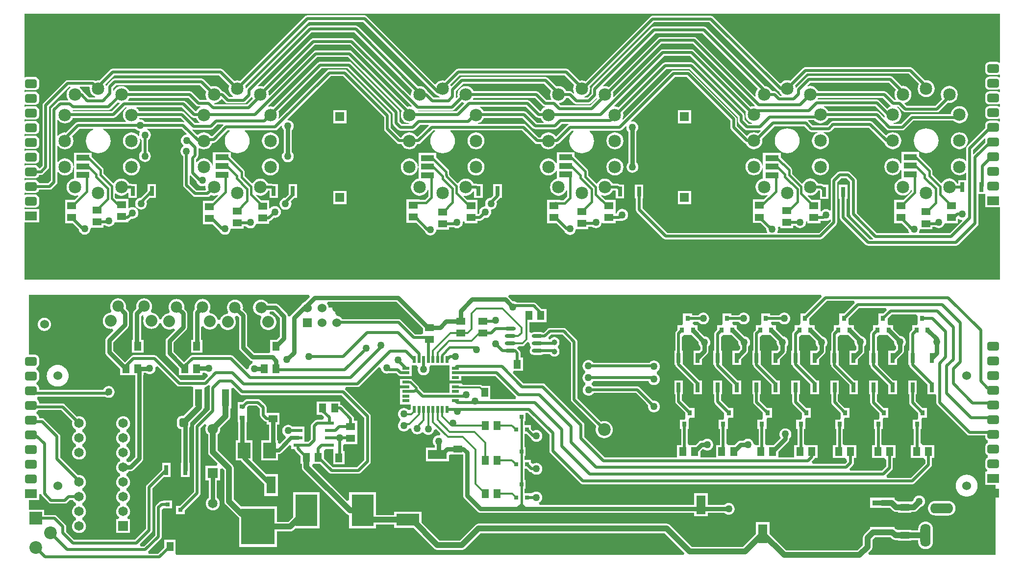
<source format=gtl>
G04 Layer_Physical_Order=1*
G04 Layer_Color=25308*
%FSAX24Y24*%
%MOIN*%
G70*
G01*
G75*
%ADD10O,0.0748X0.0236*%
%ADD11R,0.0591X0.0492*%
%ADD12R,0.0906X0.0394*%
%ADD13R,0.0600X0.0450*%
%ADD14R,0.1280X0.0630*%
%ADD15R,0.0850X0.1080*%
%ADD16R,0.0450X0.0600*%
%ADD17R,0.0492X0.0591*%
%ADD18R,0.2283X0.2441*%
%ADD19R,0.0630X0.1181*%
%ADD20R,0.0256X0.0295*%
%ADD21R,0.0210X0.0500*%
%ADD22R,0.0500X0.0210*%
%ADD23R,0.0315X0.0354*%
%ADD24R,0.0276X0.0650*%
%ADD25R,0.0354X0.0315*%
%ADD26R,0.0630X0.1280*%
%ADD27R,0.3543X0.4075*%
%ADD28R,0.1378X0.0374*%
%ADD29R,0.0295X0.0256*%
%ADD30R,0.1575X0.0787*%
%ADD31R,0.0610X0.0236*%
%ADD32R,0.1516X0.2165*%
%ADD33R,0.0600X0.0600*%
%ADD34C,0.0600*%
%ADD35R,0.0492X0.1181*%
%ADD36C,0.0200*%
%ADD37C,0.0120*%
%ADD38C,0.0300*%
%ADD39C,0.0150*%
%ADD40C,0.0400*%
%ADD41C,0.0250*%
%ADD42R,0.0315X0.0157*%
%ADD43C,0.0780*%
%ADD44C,0.0800*%
%ADD45R,0.0800X0.0600*%
G04:AMPARAMS|DCode=46|XSize=60mil|YSize=80mil|CornerRadius=15mil|HoleSize=0mil|Usage=FLASHONLY|Rotation=90.000|XOffset=0mil|YOffset=0mil|HoleType=Round|Shape=RoundedRectangle|*
%AMROUNDEDRECTD46*
21,1,0.0600,0.0500,0,0,90.0*
21,1,0.0300,0.0800,0,0,90.0*
1,1,0.0300,0.0250,0.0150*
1,1,0.0300,0.0250,-0.0150*
1,1,0.0300,-0.0250,-0.0150*
1,1,0.0300,-0.0250,0.0150*
%
%ADD46ROUNDEDRECTD46*%
%ADD47C,0.0866*%
%ADD48O,0.1575X0.0689*%
%ADD49O,0.0700X0.1575*%
%ADD50O,0.0689X0.1575*%
%ADD51C,0.0394*%
%ADD52R,0.0866X0.0866*%
%ADD53C,0.0850*%
%ADD54C,0.0650*%
%ADD55R,0.0650X0.0650*%
G04:AMPARAMS|DCode=56|XSize=60mil|YSize=60mil|CornerRadius=15mil|HoleSize=0mil|Usage=FLASHONLY|Rotation=180.000|XOffset=0mil|YOffset=0mil|HoleType=Round|Shape=RoundedRectangle|*
%AMROUNDEDRECTD56*
21,1,0.0600,0.0300,0,0,180.0*
21,1,0.0300,0.0600,0,0,180.0*
1,1,0.0300,-0.0150,0.0150*
1,1,0.0300,0.0150,0.0150*
1,1,0.0300,0.0150,-0.0150*
1,1,0.0300,-0.0150,-0.0150*
%
%ADD56ROUNDEDRECTD56*%
%ADD57C,0.0709*%
%ADD58R,0.0709X0.0709*%
%ADD59C,0.0500*%
G36*
X035815Y040876D02*
X035759Y040741D01*
X035739Y040591D01*
X035759Y040440D01*
X035817Y040301D01*
X035909Y040180D01*
X036029Y040088D01*
X036169Y040030D01*
X036297Y040013D01*
X036294Y039963D01*
X035797D01*
X035638Y040122D01*
Y040778D01*
X035621Y040863D01*
X035572Y040936D01*
X032363Y044145D01*
X032291Y044193D01*
X032205Y044211D01*
X030256D01*
X030170Y044193D01*
X030097Y044145D01*
X027079Y041126D01*
X027020Y041151D01*
X026870Y041171D01*
X026749Y041155D01*
X026726Y041202D01*
X030054Y044530D01*
X032161D01*
X035815Y040876D01*
D02*
G37*
G36*
X059211Y040816D02*
X059184Y040751D01*
X059164Y040600D01*
X059184Y040450D01*
X059242Y040310D01*
X059334Y040190D01*
X059454Y040098D01*
X059594Y040040D01*
X059610Y040038D01*
X059607Y039988D01*
X059374D01*
X059102Y040260D01*
Y040541D01*
X059085Y040627D01*
X059037Y040700D01*
X055631Y044105D01*
X055558Y044154D01*
X055472Y044171D01*
X053720D01*
X053635Y044154D01*
X053562Y044105D01*
X050560Y041103D01*
X050445Y041151D01*
X050295Y041171D01*
X050272Y041167D01*
X050250Y041212D01*
X053646Y044608D01*
X055419D01*
X059211Y040816D01*
D02*
G37*
G36*
X023680Y039903D02*
X022909Y039132D01*
X022827D01*
X022753Y039229D01*
X022633Y039321D01*
X022493Y039379D01*
X022343Y039399D01*
X022192Y039379D01*
X022053Y039321D01*
X021932Y039229D01*
X021888Y039226D01*
X021563Y039552D01*
X021587Y039598D01*
X021634Y039589D01*
X022805D01*
X022891Y039606D01*
X022964Y039654D01*
X023262Y039953D01*
X023659D01*
X023680Y039903D01*
D02*
G37*
G36*
X044723Y039674D02*
X044796Y039625D01*
X044882Y039608D01*
X046220D01*
X046306Y039625D01*
X046379Y039674D01*
X046678Y039973D01*
X047115D01*
X047130Y039923D01*
X047085Y039893D01*
X046314Y039122D01*
X046253Y039131D01*
X046178Y039229D01*
X046058Y039321D01*
X045918Y039379D01*
X045768Y039399D01*
X045618Y039379D01*
X045478Y039321D01*
X045358Y039229D01*
X045265Y039109D01*
X045242Y039053D01*
X045103D01*
X044243Y039913D01*
X044170Y039961D01*
X044085Y039978D01*
X040984D01*
X040980Y040028D01*
X040997Y040030D01*
X041136Y040088D01*
X041257Y040180D01*
X041349Y040301D01*
X041380Y040376D01*
X044021D01*
X044723Y039674D01*
D02*
G37*
G36*
X058654Y040448D02*
Y040167D01*
X058671Y040081D01*
X058719Y040009D01*
X059123Y039605D01*
X059196Y039557D01*
X059282Y039539D01*
X060138D01*
X060184Y039549D01*
X060209Y039503D01*
X060036Y039330D01*
X060034Y039331D01*
X059894Y039389D01*
X059744Y039409D01*
X059594Y039389D01*
X059454Y039331D01*
X059334Y039239D01*
X059294Y039187D01*
X059244Y039183D01*
X058590Y039837D01*
Y040295D01*
X058573Y040381D01*
X058525Y040454D01*
X055424Y043554D01*
X055352Y043603D01*
X055266Y043620D01*
X054282D01*
X054196Y043603D01*
X054123Y043554D01*
X050832Y040264D01*
X050794Y040297D01*
X050798Y040301D01*
X050855Y040440D01*
X050875Y040591D01*
X050855Y040741D01*
X050848Y040758D01*
X053813Y043723D01*
X055380D01*
X058654Y040448D01*
D02*
G37*
G36*
X044959Y040442D02*
X045032Y040393D01*
X045118Y040376D01*
X045234D01*
X045265Y040301D01*
X045358Y040180D01*
X045453Y040107D01*
X045436Y040057D01*
X044975D01*
X044273Y040759D01*
X044200Y040808D01*
X044114Y040825D01*
X041372D01*
X041349Y040881D01*
X041257Y041001D01*
X041136Y041093D01*
X041110Y041104D01*
X041120Y041154D01*
X044248D01*
X044959Y040442D01*
D02*
G37*
G36*
X020996Y040133D02*
X020972Y040087D01*
X020925Y040096D01*
X018342D01*
X018287Y040167D01*
X018204Y040231D01*
X018106Y040272D01*
X018002Y040285D01*
X017969Y040281D01*
X017934Y040327D01*
X017955Y040376D01*
X020754D01*
X020996Y040133D01*
D02*
G37*
G36*
X021515Y040442D02*
X021587Y040393D01*
X021673Y040376D01*
X021809D01*
X021840Y040301D01*
X021932Y040180D01*
X022053Y040088D01*
X022057Y040086D01*
X022048Y040037D01*
X021727D01*
X021005Y040759D01*
X020932Y040808D01*
X020846Y040825D01*
X017947D01*
X017924Y040881D01*
X017831Y041001D01*
X017761Y041054D01*
X017778Y041104D01*
X020852D01*
X021515Y040442D01*
D02*
G37*
G36*
X017081Y041054D02*
X017011Y041001D01*
X016919Y040881D01*
X016861Y040741D01*
X016841Y040591D01*
X016861Y040440D01*
X016919Y040301D01*
X017011Y040180D01*
X017059Y040144D01*
X017043Y040096D01*
X013780D01*
X013694Y040079D01*
X013621Y040031D01*
X012978Y039388D01*
X012894Y039399D01*
X012744Y039379D01*
X012604Y039321D01*
X012484Y039229D01*
X012430Y039159D01*
X012380Y039176D01*
Y040234D01*
X012430Y040251D01*
X012484Y040180D01*
X012604Y040088D01*
X012744Y040030D01*
X012894Y040011D01*
X013044Y040030D01*
X013184Y040088D01*
X013304Y040180D01*
X013396Y040301D01*
X013427Y040376D01*
X016181D01*
X016267Y040393D01*
X016340Y040442D01*
X017002Y041104D01*
X017064D01*
X017081Y041054D01*
D02*
G37*
G36*
X044282Y013888D02*
X043593D01*
X043937Y014173D01*
X044282Y013888D01*
D02*
G37*
G36*
X035189Y040685D02*
Y040030D01*
X035206Y039944D01*
X035255Y039871D01*
X035545Y039581D01*
X035618Y039532D01*
X035704Y039515D01*
X036560D01*
X036646Y039532D01*
X036719Y039581D01*
X037052Y039913D01*
X037616D01*
X037637Y039863D01*
X036871Y039098D01*
X036837Y039104D01*
X036817Y039114D01*
X036729Y039229D01*
X036609Y039321D01*
X036469Y039379D01*
X036319Y039399D01*
X036169Y039379D01*
X036029Y039321D01*
X035909Y039229D01*
X035817Y039109D01*
X035794Y039053D01*
X035713D01*
X035047Y039719D01*
Y040541D01*
X035030Y040627D01*
X034981Y040700D01*
X032068Y043613D01*
X031995Y043662D01*
X031909Y043679D01*
X030876D01*
X030790Y043662D01*
X030717Y043613D01*
X027442Y040338D01*
X027400Y040366D01*
X027430Y040440D01*
X027450Y040591D01*
X027430Y040741D01*
X027400Y040813D01*
X030349Y043762D01*
X032112D01*
X035189Y040685D01*
D02*
G37*
G36*
X013268Y042452D02*
X013173Y042379D01*
X013080Y042259D01*
X013023Y042119D01*
X013003Y041969D01*
X013023Y041818D01*
X013080Y041679D01*
X013127Y041618D01*
X013105Y041573D01*
X012569D01*
X012483Y041556D01*
X012410Y041507D01*
X011997Y041094D01*
X011948Y041021D01*
X011931Y040935D01*
Y036117D01*
X011759Y035945D01*
X011133D01*
X011133Y035949D01*
X011103Y036022D01*
X011055Y036084D01*
X010992Y036133D01*
X010919Y036163D01*
X010841Y036173D01*
X010341D01*
X010262Y036163D01*
X010189Y036133D01*
X010183Y036127D01*
X010138Y036150D01*
Y036291D01*
X010183Y036314D01*
X010189Y036308D01*
X010262Y036278D01*
X010341Y036268D01*
X010841D01*
X010919Y036278D01*
X010992Y036308D01*
X011055Y036357D01*
X011103Y036419D01*
X011133Y036492D01*
X011133Y036496D01*
X011268D01*
X011354Y036513D01*
X011426Y036562D01*
X011753Y036889D01*
X011802Y036961D01*
X011819Y037047D01*
Y041147D01*
X013174Y042502D01*
X013251D01*
X013268Y042452D01*
D02*
G37*
G36*
X029546Y028196D02*
X029237Y027887D01*
X029231Y027885D01*
X029198Y027873D01*
X029166Y027858D01*
X029135Y027841D01*
X029105Y027821D01*
X029078Y027799D01*
X029052Y027775D01*
X029028Y027749D01*
X029006Y027721D01*
X028986Y027692D01*
X028969Y027661D01*
X028965Y027653D01*
X028953Y027642D01*
X028273Y026963D01*
X028256Y026943D01*
X028240Y026922D01*
X028226Y026899D01*
X028215Y026875D01*
X028066Y026890D01*
X028064Y026916D01*
X028060Y026943D01*
X028054Y026968D01*
X028045Y026993D01*
X028034Y027017D01*
X028020Y027040D01*
X028004Y027061D01*
X027996Y027071D01*
X027986Y027081D01*
X027397Y027671D01*
X027377Y027689D01*
X027356Y027704D01*
X027333Y027718D01*
X027309Y027729D01*
X027284Y027738D01*
X027258Y027745D01*
X027232Y027749D01*
X027205Y027750D01*
X026698D01*
X026685Y027772D01*
X026663Y027803D01*
X026639Y027833D01*
X026612Y027862D01*
X026584Y027888D01*
X026554Y027912D01*
X026522Y027934D01*
X026489Y027954D01*
X026455Y027971D01*
X026419Y027986D01*
X026382Y027998D01*
X026345Y028008D01*
X026307Y028014D01*
X026269Y028019D01*
X026230Y028020D01*
X026192Y028019D01*
X026153Y028014D01*
X026115Y028008D01*
X026078Y027998D01*
X026041Y027986D01*
X026006Y027971D01*
X025971Y027954D01*
X025938Y027934D01*
X025906Y027912D01*
X025876Y027888D01*
X025848Y027862D01*
X025822Y027833D01*
X025798Y027803D01*
X025776Y027772D01*
X025756Y027739D01*
X025739Y027704D01*
X025724Y027668D01*
X025712Y027632D01*
X025702Y027594D01*
X025695Y027556D01*
X025691Y027518D01*
X025690Y027480D01*
X025691Y027441D01*
X025695Y027403D01*
X025702Y027365D01*
X025712Y027327D01*
X025724Y027291D01*
X025739Y027255D01*
X025756Y027221D01*
X025776Y027187D01*
X025798Y027156D01*
X025822Y027126D01*
X025848Y027097D01*
X025876Y027071D01*
X025906Y027047D01*
X025938Y027025D01*
X025971Y027005D01*
X026006Y026988D01*
X026041Y026973D01*
X026078Y026961D01*
X026115Y026952D01*
X026153Y026945D01*
X026183Y026942D01*
X026230Y026886D01*
X026249Y026847D01*
X026259Y026793D01*
X026239Y026759D01*
X026222Y026724D01*
X026207Y026688D01*
X026194Y026650D01*
X026184Y026612D01*
X026178Y026574D01*
X026173Y026535D01*
X026172Y026495D01*
X026173Y026456D01*
X026178Y026417D01*
X026184Y026378D01*
X026194Y026340D01*
X026207Y026303D01*
X026222Y026267D01*
X026239Y026232D01*
X026259Y026198D01*
X026282Y026165D01*
X026306Y026135D01*
X026333Y026106D01*
X026362Y026079D01*
X026392Y026055D01*
X026425Y026032D01*
X026459Y026012D01*
X026494Y025995D01*
X026530Y025980D01*
X026567Y025967D01*
X026605Y025958D01*
X026644Y025951D01*
X026683Y025946D01*
X026722Y025945D01*
X026762Y025946D01*
X026801Y025951D01*
X026839Y025958D01*
X026877Y025967D01*
X026915Y025980D01*
X026951Y025995D01*
X026986Y026012D01*
X027020Y026032D01*
X027052Y026055D01*
X027083Y026079D01*
X027111Y026106D01*
X027138Y026135D01*
X027163Y026165D01*
X027185Y026198D01*
X027205Y026232D01*
X027223Y026267D01*
X027238Y026303D01*
X027250Y026340D01*
X027260Y026378D01*
X027267Y026417D01*
X027271Y026456D01*
X027273Y026495D01*
X027271Y026535D01*
X027267Y026574D01*
X027260Y026612D01*
X027250Y026650D01*
X027238Y026688D01*
X027223Y026724D01*
X027205Y026759D01*
X027185Y026793D01*
X027163Y026825D01*
X027138Y026856D01*
X027111Y026884D01*
X027083Y026911D01*
X027052Y026936D01*
X027020Y026958D01*
X026986Y026978D01*
X026951Y026996D01*
X026915Y027011D01*
X026877Y027023D01*
X026826Y027081D01*
X026826Y027081D01*
X026804Y027162D01*
X026809Y027190D01*
X026839Y027209D01*
X027094D01*
X027525Y026778D01*
Y025496D01*
X027317Y025288D01*
X026858D01*
Y024515D01*
X026858Y024397D01*
X026721Y024365D01*
X025771D01*
X025270Y024866D01*
Y026938D01*
X025269Y026965D01*
X025265Y026991D01*
X025259Y027017D01*
X025250Y027041D01*
X025238Y027065D01*
X025225Y027088D01*
X025209Y027110D01*
X025191Y027129D01*
X024980Y027340D01*
X024986Y027365D01*
X024993Y027403D01*
X024997Y027441D01*
X024999Y027480D01*
X024997Y027518D01*
X024993Y027556D01*
X024986Y027594D01*
X024977Y027632D01*
X024965Y027668D01*
X024950Y027704D01*
X024933Y027739D01*
X024913Y027772D01*
X024891Y027803D01*
X024867Y027833D01*
X024841Y027862D01*
X024812Y027888D01*
X024782Y027912D01*
X024751Y027934D01*
X024717Y027954D01*
X024683Y027971D01*
X024647Y027986D01*
X024611Y027998D01*
X024573Y028008D01*
X024535Y028014D01*
X024497Y028019D01*
X024458Y028020D01*
X024420Y028019D01*
X024382Y028014D01*
X024344Y028008D01*
X024306Y027998D01*
X024270Y027986D01*
X024234Y027971D01*
X024200Y027954D01*
X024166Y027934D01*
X024135Y027912D01*
X024105Y027888D01*
X024076Y027862D01*
X024050Y027833D01*
X024026Y027803D01*
X024004Y027772D01*
X023984Y027739D01*
X023967Y027704D01*
X023952Y027668D01*
X023940Y027632D01*
X023930Y027594D01*
X023924Y027556D01*
X023920Y027518D01*
X023918Y027480D01*
X023920Y027441D01*
X023924Y027403D01*
X023930Y027365D01*
X023940Y027327D01*
X023952Y027291D01*
X023967Y027255D01*
X023984Y027221D01*
X024000Y027195D01*
X023984Y027125D01*
X023963Y027085D01*
X023927Y027044D01*
X023888Y027040D01*
X023849Y027033D01*
X023811Y027023D01*
X023774Y027011D01*
X023738Y026996D01*
X023703Y026978D01*
X023669Y026958D01*
X023637Y026936D01*
X023606Y026911D01*
X023577Y026884D01*
X023550Y026856D01*
X023526Y026825D01*
X023503Y026793D01*
X023483Y026759D01*
X023466Y026724D01*
X023451Y026688D01*
X023438Y026650D01*
X023437Y026646D01*
X023284Y026651D01*
X023284Y026652D01*
X023274Y026690D01*
X023262Y026727D01*
X023247Y026763D01*
X023229Y026798D01*
X023209Y026832D01*
X023186Y026864D01*
X023162Y026895D01*
X023135Y026924D01*
X023106Y026951D01*
X023076Y026975D01*
X023043Y026998D01*
X023010Y027018D01*
X022975Y027035D01*
X022938Y027050D01*
X022901Y027063D01*
X022863Y027072D01*
X022824Y027079D01*
X022785Y027084D01*
X022749Y027125D01*
X022728Y027164D01*
X022713Y027234D01*
X022728Y027260D01*
X022745Y027294D01*
X022760Y027330D01*
X022772Y027367D01*
X022782Y027404D01*
X022789Y027442D01*
X022793Y027480D01*
X022794Y027519D01*
X022793Y027557D01*
X022789Y027596D01*
X022782Y027634D01*
X022772Y027671D01*
X022760Y027708D01*
X022745Y027743D01*
X022728Y027778D01*
X022708Y027811D01*
X022686Y027843D01*
X022662Y027873D01*
X022636Y027901D01*
X022608Y027927D01*
X022578Y027951D01*
X022546Y027973D01*
X022513Y027993D01*
X022478Y028010D01*
X022443Y028025D01*
X022406Y028037D01*
X022369Y028047D01*
X022331Y028054D01*
X022292Y028058D01*
X022254Y028059D01*
X022215Y028058D01*
X022177Y028054D01*
X022139Y028047D01*
X022102Y028037D01*
X022065Y028025D01*
X022029Y028010D01*
X021995Y027993D01*
X021962Y027973D01*
X021930Y027951D01*
X021900Y027927D01*
X021872Y027901D01*
X021845Y027873D01*
X021821Y027843D01*
X021799Y027811D01*
X021780Y027778D01*
X021762Y027743D01*
X021747Y027708D01*
X021735Y027671D01*
X021726Y027634D01*
X021719Y027596D01*
X021715Y027557D01*
X021713Y027519D01*
X021715Y027480D01*
X021719Y027442D01*
X021726Y027404D01*
X021732Y027380D01*
X021699Y027346D01*
X021681Y027326D01*
X021665Y027305D01*
X021651Y027282D01*
X021640Y027258D01*
X021631Y027233D01*
X021625Y027208D01*
X021621Y027181D01*
X021619Y027155D01*
Y025288D01*
X021464D01*
Y024397D01*
X022256D01*
Y025288D01*
X022160D01*
Y026151D01*
X022292Y026200D01*
X022310Y026199D01*
X022330Y026174D01*
X022357Y026146D01*
X022385Y026119D01*
X022416Y026094D01*
X022448Y026072D01*
X022482Y026052D01*
X022517Y026034D01*
X022554Y026019D01*
X022591Y026007D01*
X022629Y025997D01*
X022668Y025990D01*
X022707Y025986D01*
X022746Y025984D01*
X022785Y025986D01*
X022824Y025990D01*
X022863Y025997D01*
X022901Y026007D01*
X022938Y026019D01*
X022975Y026034D01*
X023010Y026052D01*
X023043Y026072D01*
X023076Y026094D01*
X023106Y026119D01*
X023135Y026146D01*
X023162Y026174D01*
X023186Y026205D01*
X023209Y026237D01*
X023229Y026271D01*
X023247Y026306D01*
X023262Y026342D01*
X023274Y026380D01*
X023275Y026384D01*
X023429Y026379D01*
X023429Y026378D01*
X023438Y026340D01*
X023451Y026303D01*
X023466Y026267D01*
X023483Y026232D01*
X023503Y026198D01*
X023526Y026165D01*
X023550Y026135D01*
X023577Y026106D01*
X023606Y026079D01*
X023637Y026055D01*
X023669Y026032D01*
X023703Y026012D01*
X023738Y025995D01*
X023774Y025980D01*
X023811Y025967D01*
X023849Y025958D01*
X023888Y025951D01*
X023927Y025946D01*
X023966Y025945D01*
X024006Y025946D01*
X024045Y025951D01*
X024083Y025958D01*
X024121Y025967D01*
X024159Y025980D01*
X024195Y025995D01*
X024230Y026012D01*
X024264Y026032D01*
X024296Y026055D01*
X024327Y026079D01*
X024356Y026106D01*
X024382Y026135D01*
X024407Y026165D01*
X024429Y026198D01*
X024449Y026232D01*
X024467Y026267D01*
X024482Y026303D01*
X024494Y026340D01*
X024504Y026378D01*
X024511Y026417D01*
X024515Y026456D01*
X024517Y026495D01*
X024515Y026535D01*
X024511Y026574D01*
X024504Y026612D01*
X024494Y026650D01*
X024482Y026688D01*
X024467Y026724D01*
X024449Y026759D01*
X024447Y026763D01*
X024512Y026904D01*
X024615Y026911D01*
X024730Y026802D01*
Y024754D01*
X024731Y024727D01*
X024735Y024701D01*
X024741Y024675D01*
X024750Y024650D01*
X024762Y024627D01*
X024775Y024604D01*
X024791Y024582D01*
X024809Y024563D01*
X025468Y023903D01*
X025479Y023894D01*
X025488Y023886D01*
X025509Y023870D01*
X025532Y023856D01*
X025556Y023845D01*
X025581Y023836D01*
X025607Y023829D01*
X025633Y023825D01*
X025650Y023683D01*
X025618Y023670D01*
X025587Y023654D01*
X025558Y023635D01*
X025530Y023614D01*
X025504Y023590D01*
X025481Y023564D01*
X025459Y023537D01*
X025441Y023507D01*
X025425Y023476D01*
X025411Y023444D01*
X025401Y023411D01*
X025393Y023377D01*
X025389Y023342D01*
X025388Y023325D01*
X025345Y023293D01*
X025244Y023259D01*
X025242Y023259D01*
X024329Y024172D01*
X024311Y024188D01*
X024299Y024196D01*
X024290Y024202D01*
X024269Y024214D01*
X024246Y024224D01*
X024222Y024231D01*
X024211Y024232D01*
X024198Y024235D01*
X024173Y024236D01*
X021575D01*
X021575Y024236D01*
X021550Y024235D01*
X021526Y024231D01*
X021502Y024224D01*
X021479Y024214D01*
X021458Y024202D01*
X021449Y024196D01*
X021437Y024188D01*
X021419Y024172D01*
X021008Y023760D01*
X021000Y023759D01*
X020987Y023756D01*
X020270Y024472D01*
Y025085D01*
X021121Y025935D01*
X021139Y025955D01*
X021154Y025976D01*
X021168Y025999D01*
X021179Y026023D01*
X021188Y026048D01*
X021195Y026074D01*
X021199Y026100D01*
X021200Y026126D01*
Y027071D01*
X021199Y027098D01*
X021195Y027124D01*
X021188Y027150D01*
X021179Y027175D01*
X021168Y027199D01*
X021154Y027222D01*
X021139Y027243D01*
X021121Y027263D01*
X021004Y027380D01*
X021010Y027404D01*
X021017Y027442D01*
X021021Y027480D01*
X021022Y027519D01*
X021021Y027557D01*
X021017Y027596D01*
X021010Y027634D01*
X021001Y027671D01*
X020988Y027708D01*
X020974Y027743D01*
X020956Y027778D01*
X020937Y027811D01*
X020915Y027843D01*
X020890Y027873D01*
X020864Y027901D01*
X020836Y027927D01*
X020806Y027951D01*
X020774Y027973D01*
X020741Y027993D01*
X020707Y028010D01*
X020671Y028025D01*
X020634Y028037D01*
X020597Y028047D01*
X020559Y028054D01*
X020521Y028058D01*
X020482Y028059D01*
X020444Y028058D01*
X020405Y028054D01*
X020367Y028047D01*
X020330Y028037D01*
X020293Y028025D01*
X020258Y028010D01*
X020223Y027993D01*
X020190Y027973D01*
X020158Y027951D01*
X020128Y027927D01*
X020100Y027901D01*
X020074Y027873D01*
X020050Y027843D01*
X020028Y027811D01*
X020008Y027778D01*
X019991Y027743D01*
X019976Y027708D01*
X019964Y027671D01*
X019954Y027634D01*
X019947Y027596D01*
X019943Y027557D01*
X019942Y027519D01*
X019943Y027480D01*
X019947Y027442D01*
X019954Y027404D01*
X019964Y027367D01*
X019976Y027330D01*
X019991Y027294D01*
X020008Y027260D01*
X020023Y027234D01*
X020008Y027164D01*
X019987Y027125D01*
X019951Y027084D01*
X019912Y027079D01*
X019873Y027072D01*
X019835Y027063D01*
X019798Y027050D01*
X019761Y027035D01*
X019726Y027018D01*
X019692Y026998D01*
X019660Y026975D01*
X019630Y026951D01*
X019601Y026924D01*
X019574Y026895D01*
X019549Y026864D01*
X019527Y026832D01*
X019507Y026798D01*
X019489Y026763D01*
X019474Y026727D01*
X019462Y026690D01*
X019461Y026685D01*
X019307Y026691D01*
X019307Y026691D01*
X019298Y026729D01*
X019285Y026766D01*
X019270Y026803D01*
X019253Y026838D01*
X019232Y026872D01*
X019210Y026904D01*
X019185Y026934D01*
X019159Y026963D01*
X019130Y026990D01*
X019099Y027015D01*
X019067Y027037D01*
X019033Y027057D01*
X018998Y027075D01*
X018962Y027090D01*
X018925Y027102D01*
X018886Y027112D01*
X018848Y027119D01*
X018809Y027123D01*
X018773Y027164D01*
X018752Y027204D01*
X018736Y027273D01*
X018752Y027299D01*
X018769Y027334D01*
X018784Y027369D01*
X018796Y027406D01*
X018805Y027443D01*
X018812Y027481D01*
X018816Y027520D01*
X018818Y027558D01*
X018816Y027597D01*
X018812Y027635D01*
X018805Y027673D01*
X018796Y027711D01*
X018784Y027747D01*
X018769Y027783D01*
X018752Y027817D01*
X018732Y027850D01*
X018710Y027882D01*
X018686Y027912D01*
X018659Y027940D01*
X018631Y027967D01*
X018601Y027991D01*
X018570Y028013D01*
X018536Y028033D01*
X018502Y028050D01*
X018466Y028065D01*
X018430Y028077D01*
X018392Y028086D01*
X018354Y028093D01*
X018316Y028097D01*
X018277Y028099D01*
X018239Y028097D01*
X018200Y028093D01*
X018163Y028086D01*
X018125Y028077D01*
X018089Y028065D01*
X018053Y028050D01*
X018018Y028033D01*
X017985Y028013D01*
X017954Y027991D01*
X017924Y027967D01*
X017895Y027940D01*
X017869Y027912D01*
X017845Y027882D01*
X017823Y027850D01*
X017803Y027817D01*
X017786Y027783D01*
X017771Y027747D01*
X017759Y027711D01*
X017749Y027673D01*
X017743Y027635D01*
X017738Y027597D01*
X017737Y027558D01*
X017738Y027520D01*
X017743Y027481D01*
X017749Y027443D01*
X017756Y027419D01*
X017604Y027267D01*
X017586Y027248D01*
X017571Y027226D01*
X017557Y027204D01*
X017546Y027180D01*
X017537Y027155D01*
X017530Y027129D01*
X017526Y027103D01*
X017525Y027076D01*
Y025288D01*
X017448D01*
Y024397D01*
X018241D01*
Y025288D01*
X018066D01*
Y026862D01*
X018197Y026963D01*
X018197Y026963D01*
X018225Y026924D01*
X018261Y026823D01*
X018263Y026788D01*
X018254Y026766D01*
X018241Y026729D01*
X018232Y026691D01*
X018225Y026652D01*
X018221Y026613D01*
X018219Y026574D01*
X018221Y026535D01*
X018225Y026496D01*
X018232Y026457D01*
X018241Y026419D01*
X018254Y026382D01*
X018269Y026345D01*
X018286Y026310D01*
X018307Y026277D01*
X018329Y026244D01*
X018354Y026214D01*
X018380Y026185D01*
X018409Y026158D01*
X018440Y026133D01*
X018472Y026111D01*
X018506Y026091D01*
X018541Y026073D01*
X018577Y026058D01*
X018614Y026046D01*
X018653Y026036D01*
X018691Y026029D01*
X018730Y026025D01*
X018770Y026024D01*
X018809Y026025D01*
X018848Y026029D01*
X018886Y026036D01*
X018925Y026046D01*
X018962Y026058D01*
X018998Y026073D01*
X019033Y026091D01*
X019067Y026111D01*
X019099Y026133D01*
X019130Y026158D01*
X019159Y026185D01*
X019185Y026214D01*
X019210Y026244D01*
X019232Y026277D01*
X019253Y026310D01*
X019270Y026345D01*
X019285Y026382D01*
X019298Y026419D01*
X019299Y026424D01*
X019452Y026418D01*
X019452Y026418D01*
X019462Y026380D01*
X019474Y026342D01*
X019489Y026306D01*
X019507Y026271D01*
X019527Y026237D01*
X019549Y026205D01*
X019574Y026174D01*
X019601Y026146D01*
X019630Y026119D01*
X019660Y026094D01*
X019692Y026072D01*
X019726Y026052D01*
X019761Y026034D01*
X019798Y026019D01*
X019835Y026007D01*
X019873Y025997D01*
X019912Y025990D01*
X019951Y025986D01*
X019990Y025984D01*
X020029Y025986D01*
X020068Y025990D01*
X020107Y025997D01*
X020145Y026007D01*
X020182Y026019D01*
X020219Y026034D01*
X020254Y026052D01*
X020270Y026061D01*
X020363Y025942D01*
X019809Y025388D01*
X019791Y025368D01*
X019775Y025347D01*
X019762Y025324D01*
X019750Y025300D01*
X019741Y025275D01*
X019735Y025250D01*
X019731Y025223D01*
X019730Y025197D01*
Y024360D01*
X019731Y024334D01*
X019735Y024307D01*
X019741Y024282D01*
X019750Y024257D01*
X019762Y024233D01*
X019775Y024210D01*
X019791Y024189D01*
X019809Y024169D01*
X020657Y023321D01*
Y022862D01*
X021314D01*
X021449Y022862D01*
X021449Y022862D01*
X021464D01*
Y022862D01*
X021464Y022862D01*
X022256D01*
Y023017D01*
X022327Y023041D01*
X022406Y023052D01*
X022420Y023040D01*
X022448Y023018D01*
X022477Y023000D01*
X022508Y022984D01*
X022540Y022970D01*
X022559Y022964D01*
X022592Y022901D01*
X022607Y022853D01*
X022607Y022801D01*
X022350Y022543D01*
X020761D01*
X019132Y024172D01*
X019114Y024188D01*
X019102Y024196D01*
X019094Y024202D01*
X019072Y024214D01*
X019049Y024224D01*
X019025Y024231D01*
X019014Y024232D01*
X019001Y024235D01*
X018976Y024236D01*
X017559D01*
X017534Y024235D01*
X017522Y024233D01*
X017510Y024231D01*
X017486Y024224D01*
X017463Y024214D01*
X017442Y024202D01*
X017436Y024198D01*
X017422Y024188D01*
X017403Y024172D01*
X016984Y023752D01*
X016974D01*
X016176Y024551D01*
Y025124D01*
X017170Y026118D01*
X017187Y026138D01*
X017203Y026159D01*
X017217Y026182D01*
X017228Y026206D01*
X017237Y026231D01*
X017243Y026256D01*
X017247Y026283D01*
X017249Y026309D01*
Y027086D01*
X017247Y027112D01*
X017243Y027138D01*
X017237Y027164D01*
X017228Y027189D01*
X017217Y027213D01*
X017203Y027236D01*
X017187Y027257D01*
X017170Y027277D01*
X017027Y027419D01*
X017034Y027443D01*
X017041Y027481D01*
X017045Y027520D01*
X017046Y027558D01*
X017045Y027597D01*
X017041Y027635D01*
X017034Y027673D01*
X017024Y027711D01*
X017012Y027747D01*
X016997Y027783D01*
X016980Y027817D01*
X016960Y027850D01*
X016938Y027882D01*
X016914Y027912D01*
X016888Y027940D01*
X016860Y027967D01*
X016830Y027991D01*
X016798Y028013D01*
X016765Y028033D01*
X016730Y028050D01*
X016695Y028065D01*
X016658Y028077D01*
X016621Y028086D01*
X016583Y028093D01*
X016544Y028097D01*
X016506Y028099D01*
X016467Y028097D01*
X016429Y028093D01*
X016391Y028086D01*
X016353Y028077D01*
X016317Y028065D01*
X016281Y028050D01*
X016247Y028033D01*
X016214Y028013D01*
X016182Y027991D01*
X016152Y027967D01*
X016124Y027940D01*
X016097Y027912D01*
X016073Y027882D01*
X016051Y027850D01*
X016031Y027817D01*
X016014Y027783D01*
X015999Y027747D01*
X015987Y027711D01*
X015978Y027673D01*
X015971Y027635D01*
X015967Y027597D01*
X015965Y027558D01*
X015967Y027520D01*
X015971Y027481D01*
X015978Y027443D01*
X015987Y027406D01*
X015999Y027369D01*
X016014Y027334D01*
X016031Y027299D01*
X016047Y027273D01*
X016031Y027204D01*
X016011Y027164D01*
X015974Y027123D01*
X015935Y027119D01*
X015897Y027112D01*
X015859Y027102D01*
X015821Y027090D01*
X015785Y027075D01*
X015750Y027057D01*
X015716Y027037D01*
X015684Y027015D01*
X015653Y026990D01*
X015624Y026963D01*
X015598Y026934D01*
X015573Y026904D01*
X015551Y026872D01*
X015531Y026838D01*
X015513Y026803D01*
X015498Y026766D01*
X015486Y026729D01*
X015476Y026691D01*
X015469Y026652D01*
X015465Y026613D01*
X015463Y026574D01*
X015465Y026535D01*
X015469Y026496D01*
X015476Y026457D01*
X015486Y026419D01*
X015498Y026382D01*
X015513Y026345D01*
X015531Y026310D01*
X015551Y026277D01*
X015573Y026244D01*
X015598Y026214D01*
X015624Y026185D01*
X015653Y026158D01*
X015684Y026133D01*
X015716Y026111D01*
X015750Y026091D01*
X015785Y026073D01*
X015821Y026058D01*
X015859Y026046D01*
X015897Y026036D01*
X015935Y026029D01*
X015974Y026025D01*
X016014Y026024D01*
X016053Y026025D01*
X016092Y026029D01*
X016107Y026032D01*
X016148Y025987D01*
X016181Y025894D01*
X015714Y025427D01*
X015697Y025408D01*
X015681Y025386D01*
X015667Y025364D01*
X015656Y025340D01*
X015647Y025315D01*
X015640Y025289D01*
X015636Y025263D01*
X015635Y025236D01*
Y024439D01*
X015636Y024412D01*
X015640Y024386D01*
X015647Y024360D01*
X015656Y024336D01*
X015667Y024312D01*
X015681Y024289D01*
X015697Y024267D01*
X015714Y024248D01*
X016641Y023321D01*
Y022862D01*
X017298D01*
X017433Y022862D01*
X017433Y022862D01*
X017448D01*
Y022862D01*
X017448Y022862D01*
X017682D01*
Y017317D01*
X017350Y016984D01*
X017326Y016971D01*
X017190Y016939D01*
X017163Y016964D01*
X017134Y016987D01*
X017103Y017008D01*
X017081Y017020D01*
X017070Y017055D01*
Y017150D01*
X017081Y017185D01*
X017103Y017197D01*
X017134Y017218D01*
X017163Y017241D01*
X017190Y017266D01*
X017216Y017294D01*
X017239Y017323D01*
X017260Y017354D01*
X017278Y017387D01*
X017294Y017420D01*
X017306Y017455D01*
X017317Y017491D01*
X017324Y017528D01*
X017328Y017565D01*
X017330Y017602D01*
X017328Y017640D01*
X017324Y017677D01*
X017317Y017713D01*
X017306Y017749D01*
X017294Y017784D01*
X017278Y017818D01*
X017260Y017851D01*
X017239Y017882D01*
X017216Y017911D01*
X017190Y017938D01*
X017163Y017964D01*
X017134Y017987D01*
X017103Y018008D01*
X017081Y018020D01*
X017070Y018055D01*
Y018150D01*
X017081Y018185D01*
X017103Y018197D01*
X017134Y018218D01*
X017163Y018241D01*
X017190Y018266D01*
X017216Y018294D01*
X017239Y018323D01*
X017260Y018354D01*
X017278Y018387D01*
X017294Y018420D01*
X017306Y018455D01*
X017317Y018491D01*
X017324Y018528D01*
X017328Y018565D01*
X017330Y018602D01*
X017328Y018640D01*
X017324Y018677D01*
X017317Y018713D01*
X017306Y018749D01*
X017294Y018784D01*
X017278Y018818D01*
X017260Y018851D01*
X017239Y018882D01*
X017216Y018911D01*
X017190Y018938D01*
X017163Y018964D01*
X017134Y018987D01*
X017103Y019008D01*
X017081Y019020D01*
X017070Y019055D01*
Y019150D01*
X017081Y019185D01*
X017103Y019197D01*
X017134Y019218D01*
X017163Y019241D01*
X017190Y019266D01*
X017216Y019294D01*
X017239Y019323D01*
X017260Y019354D01*
X017278Y019387D01*
X017294Y019420D01*
X017306Y019455D01*
X017317Y019491D01*
X017324Y019528D01*
X017328Y019565D01*
X017330Y019602D01*
X017328Y019640D01*
X017324Y019677D01*
X017317Y019713D01*
X017306Y019749D01*
X017294Y019784D01*
X017278Y019818D01*
X017260Y019851D01*
X017239Y019882D01*
X017216Y019911D01*
X017190Y019938D01*
X017163Y019964D01*
X017134Y019987D01*
X017103Y020008D01*
X017070Y020026D01*
X017036Y020042D01*
X017001Y020054D01*
X016965Y020065D01*
X016929Y020072D01*
X016892Y020076D01*
X016854Y020078D01*
X016817Y020076D01*
X016780Y020072D01*
X016743Y020065D01*
X016707Y020054D01*
X016672Y020042D01*
X016639Y020026D01*
X016606Y020008D01*
X016575Y019987D01*
X016546Y019964D01*
X016518Y019938D01*
X016493Y019911D01*
X016470Y019882D01*
X016449Y019851D01*
X016431Y019818D01*
X016415Y019784D01*
X016402Y019749D01*
X016392Y019713D01*
X016385Y019677D01*
X016380Y019640D01*
X016379Y019602D01*
X016380Y019565D01*
X016385Y019528D01*
X016392Y019491D01*
X016402Y019455D01*
X016415Y019420D01*
X016431Y019387D01*
X016449Y019354D01*
X016470Y019323D01*
X016493Y019294D01*
X016518Y019266D01*
X016546Y019241D01*
X016575Y019218D01*
X016606Y019197D01*
X016628Y019185D01*
X016639Y019150D01*
Y019055D01*
X016628Y019020D01*
X016606Y019008D01*
X016575Y018987D01*
X016546Y018964D01*
X016518Y018938D01*
X016493Y018911D01*
X016470Y018882D01*
X016449Y018851D01*
X016431Y018818D01*
X016415Y018784D01*
X016402Y018749D01*
X016392Y018713D01*
X016385Y018677D01*
X016380Y018640D01*
X016379Y018602D01*
X016380Y018565D01*
X016385Y018528D01*
X016392Y018491D01*
X016402Y018455D01*
X016415Y018420D01*
X016431Y018387D01*
X016449Y018354D01*
X016470Y018323D01*
X016493Y018294D01*
X016518Y018266D01*
X016546Y018241D01*
X016575Y018218D01*
X016606Y018197D01*
X016628Y018185D01*
X016639Y018150D01*
Y018055D01*
X016628Y018020D01*
X016606Y018008D01*
X016575Y017987D01*
X016546Y017964D01*
X016518Y017938D01*
X016493Y017911D01*
X016470Y017882D01*
X016449Y017851D01*
X016431Y017818D01*
X016415Y017784D01*
X016402Y017749D01*
X016392Y017713D01*
X016385Y017677D01*
X016380Y017640D01*
X016379Y017602D01*
X016380Y017565D01*
X016385Y017528D01*
X016392Y017491D01*
X016402Y017455D01*
X016415Y017420D01*
X016431Y017387D01*
X016449Y017354D01*
X016470Y017323D01*
X016493Y017294D01*
X016518Y017266D01*
X016546Y017241D01*
X016575Y017218D01*
X016606Y017197D01*
X016628Y017185D01*
X016639Y017150D01*
Y017055D01*
X016628Y017020D01*
X016606Y017008D01*
X016575Y016987D01*
X016546Y016964D01*
X016518Y016939D01*
X016493Y016911D01*
X016470Y016882D01*
X016449Y016851D01*
X016431Y016818D01*
X016415Y016784D01*
X016402Y016749D01*
X016392Y016713D01*
X016385Y016677D01*
X016380Y016640D01*
X016379Y016602D01*
X016380Y016565D01*
X016385Y016528D01*
X016392Y016491D01*
X016402Y016455D01*
X016415Y016420D01*
X016431Y016387D01*
X016449Y016354D01*
X016470Y016323D01*
X016493Y016294D01*
X016518Y016266D01*
X016546Y016241D01*
X016575Y016218D01*
X016606Y016197D01*
X016628Y016185D01*
X016639Y016150D01*
Y016055D01*
X016628Y016020D01*
X016606Y016008D01*
X016575Y015987D01*
X016546Y015964D01*
X016518Y015939D01*
X016493Y015911D01*
X016470Y015882D01*
X016449Y015851D01*
X016431Y015818D01*
X016415Y015784D01*
X016402Y015749D01*
X016392Y015713D01*
X016385Y015677D01*
X016380Y015640D01*
X016379Y015602D01*
X016380Y015565D01*
X016385Y015528D01*
X016392Y015491D01*
X016402Y015455D01*
X016415Y015420D01*
X016431Y015387D01*
X016449Y015354D01*
X016470Y015323D01*
X016493Y015294D01*
X016518Y015266D01*
X016546Y015241D01*
X016575Y015218D01*
X016606Y015197D01*
X016628Y015185D01*
X016639Y015150D01*
Y015055D01*
X016628Y015020D01*
X016606Y015008D01*
X016575Y014987D01*
X016546Y014964D01*
X016518Y014938D01*
X016493Y014911D01*
X016470Y014882D01*
X016449Y014851D01*
X016431Y014818D01*
X016415Y014784D01*
X016402Y014749D01*
X016392Y014713D01*
X016385Y014677D01*
X016380Y014640D01*
X016379Y014602D01*
X016380Y014565D01*
X016385Y014528D01*
X016392Y014491D01*
X016402Y014455D01*
X016415Y014420D01*
X016431Y014387D01*
X016449Y014354D01*
X016470Y014323D01*
X016493Y014294D01*
X016518Y014266D01*
X016546Y014241D01*
X016575Y014218D01*
X016606Y014197D01*
X016628Y014185D01*
X016639Y014150D01*
Y014055D01*
X016628Y014020D01*
X016606Y014008D01*
X016575Y013987D01*
X016546Y013964D01*
X016518Y013938D01*
X016493Y013911D01*
X016470Y013882D01*
X016449Y013851D01*
X016431Y013818D01*
X016415Y013784D01*
X016402Y013749D01*
X016392Y013713D01*
X016385Y013677D01*
X016380Y013640D01*
X016379Y013602D01*
X016380Y013565D01*
X016385Y013528D01*
X016392Y013491D01*
X016402Y013455D01*
X016415Y013420D01*
X016431Y013387D01*
X016449Y013354D01*
X016470Y013323D01*
X016493Y013294D01*
X016518Y013266D01*
X016546Y013241D01*
X016563Y013227D01*
X016563Y013189D01*
X016515Y013077D01*
X016379D01*
Y012127D01*
X017329D01*
Y013077D01*
X017194D01*
X017146Y013189D01*
X017146Y013227D01*
X017163Y013241D01*
X017190Y013266D01*
X017216Y013294D01*
X017239Y013323D01*
X017260Y013354D01*
X017278Y013387D01*
X017294Y013420D01*
X017306Y013455D01*
X017317Y013491D01*
X017324Y013528D01*
X017328Y013565D01*
X017330Y013602D01*
X017328Y013640D01*
X017324Y013677D01*
X017317Y013713D01*
X017306Y013749D01*
X017294Y013784D01*
X017278Y013818D01*
X017260Y013851D01*
X017239Y013882D01*
X017216Y013911D01*
X017190Y013938D01*
X017163Y013964D01*
X017134Y013987D01*
X017103Y014008D01*
X017081Y014020D01*
X017070Y014055D01*
Y014150D01*
X017081Y014185D01*
X017103Y014197D01*
X017134Y014218D01*
X017163Y014241D01*
X017190Y014266D01*
X017216Y014294D01*
X017239Y014323D01*
X017260Y014354D01*
X017278Y014387D01*
X017294Y014420D01*
X017306Y014455D01*
X017317Y014491D01*
X017324Y014528D01*
X017328Y014565D01*
X017330Y014602D01*
X017328Y014640D01*
X017324Y014677D01*
X017317Y014713D01*
X017306Y014749D01*
X017294Y014784D01*
X017278Y014818D01*
X017260Y014851D01*
X017239Y014882D01*
X017216Y014911D01*
X017190Y014938D01*
X017163Y014964D01*
X017134Y014987D01*
X017103Y015008D01*
X017081Y015020D01*
X017070Y015055D01*
Y015150D01*
X017081Y015185D01*
X017103Y015197D01*
X017134Y015218D01*
X017163Y015241D01*
X017190Y015266D01*
X017216Y015294D01*
X017239Y015323D01*
X017260Y015354D01*
X017278Y015387D01*
X017294Y015420D01*
X017306Y015455D01*
X017317Y015491D01*
X017324Y015528D01*
X017328Y015565D01*
X017330Y015602D01*
X017328Y015640D01*
X017324Y015677D01*
X017317Y015713D01*
X017306Y015749D01*
X017294Y015784D01*
X017278Y015818D01*
X017260Y015851D01*
X017239Y015882D01*
X017216Y015911D01*
X017190Y015939D01*
X017163Y015964D01*
X017134Y015987D01*
X017103Y016008D01*
X017081Y016020D01*
X017070Y016055D01*
Y016150D01*
X017081Y016185D01*
X017103Y016197D01*
X017134Y016218D01*
X017163Y016241D01*
X017190Y016266D01*
X017216Y016294D01*
X017239Y016323D01*
X017245Y016332D01*
X017350D01*
X017377Y016333D01*
X017403Y016337D01*
X017429Y016344D01*
X017454Y016353D01*
X017478Y016364D01*
X017501Y016378D01*
X017522Y016393D01*
X017542Y016411D01*
X018144Y017014D01*
X018162Y017033D01*
X018178Y017055D01*
X018191Y017077D01*
X018203Y017101D01*
X018211Y017126D01*
X018218Y017152D01*
X018222Y017178D01*
X018223Y017205D01*
Y022862D01*
X018241D01*
Y023037D01*
X018408D01*
X018432Y023018D01*
X018461Y023000D01*
X018492Y022984D01*
X018524Y022970D01*
X018558Y022960D01*
X018592Y022952D01*
X018627Y022948D01*
X018661Y022946D01*
X018696Y022948D01*
X018731Y022952D01*
X018765Y022960D01*
X018798Y022970D01*
X018831Y022984D01*
X018862Y023000D01*
X018891Y023018D01*
X018919Y023040D01*
X018945Y023063D01*
X018968Y023089D01*
X018989Y023117D01*
X019008Y023146D01*
X019024Y023177D01*
X019038Y023210D01*
X019048Y023243D01*
X019056Y023277D01*
X019060Y023312D01*
X019062Y023346D01*
X019060Y023381D01*
X019056Y023412D01*
X019062Y023420D01*
X019171Y023484D01*
X019191Y023490D01*
X020513Y022167D01*
X020532Y022151D01*
X020544Y022142D01*
X020552Y022136D01*
X020574Y022124D01*
X020597Y022115D01*
X020620Y022108D01*
X020645Y022104D01*
X020669Y022102D01*
X020669Y022102D01*
X021456D01*
X021596Y022079D01*
X021596Y021952D01*
Y020731D01*
X020962Y020096D01*
X020815D01*
X020785Y020095D01*
X020756Y020090D01*
X020727Y020083D01*
X020700Y020073D01*
X020673Y020061D01*
X020648Y020045D01*
X020624Y020028D01*
X020602Y020008D01*
X020582Y019986D01*
X020565Y019963D01*
X020550Y019937D01*
X020537Y019911D01*
X020527Y019883D01*
X020520Y019854D01*
X020516Y019825D01*
X020514Y019796D01*
Y019496D01*
X020516Y019466D01*
X020520Y019437D01*
X020527Y019408D01*
X020537Y019381D01*
X020550Y019354D01*
X020565Y019329D01*
X020582Y019305D01*
X020602Y019283D01*
X020624Y019263D01*
X020648Y019246D01*
X020673Y019231D01*
X020700Y019218D01*
X020727Y019208D01*
X020756Y019201D01*
X020785Y019197D01*
X020812Y019195D01*
Y016892D01*
X020795D01*
Y015943D01*
X021370D01*
Y016892D01*
X021353D01*
Y019314D01*
X021364Y019329D01*
X021379Y019354D01*
X021392Y019381D01*
X021402Y019408D01*
X021409Y019437D01*
X021413Y019466D01*
X021415Y019496D01*
Y019643D01*
X022234Y020462D01*
X022256Y020486D01*
X022274Y020511D01*
X022290Y020538D01*
X022304Y020566D01*
X022314Y020596D01*
X022315Y020598D01*
X022389D01*
Y021952D01*
Y021974D01*
X022395Y021990D01*
X022420Y022030D01*
X022455Y022075D01*
X022472Y022091D01*
X022514Y022115D01*
X022522Y022118D01*
X022537Y022124D01*
X022558Y022136D01*
X022567Y022142D01*
X022578Y022151D01*
X022597Y022167D01*
X022649Y022220D01*
X022766Y022125D01*
X022754Y022103D01*
X022745Y022081D01*
X022738Y022057D01*
X022736Y022046D01*
X022734Y022033D01*
X022732Y022008D01*
Y020524D01*
X021734Y019526D01*
X021717Y019507D01*
X021709Y019496D01*
X021703Y019487D01*
X021691Y019466D01*
X021682Y019443D01*
X021675Y019419D01*
X021673Y019408D01*
X021671Y019395D01*
X021669Y019370D01*
Y014924D01*
X020724Y013979D01*
X020460D01*
Y013423D01*
X021056D01*
Y013687D01*
X022046Y014677D01*
X022062Y014695D01*
X022070Y014707D01*
X022076Y014715D01*
X022088Y014737D01*
X022098Y014760D01*
X022105Y014784D01*
X022106Y014795D01*
X022109Y014808D01*
X022110Y014833D01*
Y019279D01*
X022403Y019572D01*
X022522Y019480D01*
X022503Y019446D01*
X022486Y019410D01*
X022473Y019373D01*
X022462Y019334D01*
X022454Y019295D01*
X022450Y019256D01*
X022448Y019217D01*
X022450Y019177D01*
X022454Y019138D01*
X022462Y019099D01*
X022473Y019061D01*
X022486Y019023D01*
X022503Y018987D01*
X022522Y018953D01*
X022544Y018920D01*
X022569Y018889D01*
X022596Y018860D01*
X022625Y018833D01*
X022632Y018827D01*
Y017638D01*
X022634Y017606D01*
X022639Y017575D01*
X022646Y017545D01*
X022657Y017515D01*
X022670Y017487D01*
X022686Y017460D01*
X022705Y017435D01*
X022726Y017411D01*
X023278Y016859D01*
X023221Y016721D01*
X022448D01*
Y015712D01*
X022682D01*
Y014540D01*
X022673Y014534D01*
X022644Y014511D01*
X022617Y014486D01*
X022591Y014458D01*
X022568Y014429D01*
X022547Y014398D01*
X022529Y014365D01*
X022514Y014332D01*
X022501Y014296D01*
X022491Y014261D01*
X022483Y014224D01*
X022479Y014187D01*
X022477Y014150D01*
X022479Y014112D01*
X022483Y014075D01*
X022491Y014039D01*
X022501Y014003D01*
X022514Y013968D01*
X022529Y013934D01*
X022547Y013901D01*
X022568Y013870D01*
X022591Y013841D01*
X022617Y013813D01*
X022644Y013788D01*
X022673Y013765D01*
X022704Y013744D01*
X022737Y013726D01*
X022771Y013710D01*
X022806Y013698D01*
X022842Y013687D01*
X022878Y013680D01*
X022915Y013676D01*
X022953Y013674D01*
X022990Y013676D01*
X023027Y013680D01*
X023064Y013687D01*
X023100Y013698D01*
X023135Y013710D01*
X023169Y013726D01*
X023201Y013744D01*
X023232Y013765D01*
X023261Y013788D01*
X023289Y013813D01*
X023314Y013841D01*
X023337Y013870D01*
X023358Y013901D01*
X023376Y013934D01*
X023392Y013968D01*
X023405Y014003D01*
X023415Y014039D01*
X023422Y014075D01*
X023427Y014112D01*
X023428Y014150D01*
X023427Y014187D01*
X023422Y014224D01*
X023415Y014261D01*
X023405Y014296D01*
X023392Y014332D01*
X023376Y014365D01*
X023358Y014398D01*
X023337Y014429D01*
X023314Y014458D01*
X023289Y014486D01*
X023261Y014511D01*
X023232Y014534D01*
X023223Y014540D01*
Y015712D01*
X023457D01*
Y016484D01*
X023596Y016542D01*
X023735Y016403D01*
Y014291D01*
X023736Y014260D01*
X023741Y014229D01*
X023749Y014198D01*
X023759Y014169D01*
X023773Y014140D01*
X023789Y014113D01*
X023807Y014088D01*
X023829Y014065D01*
X024732Y013161D01*
Y011189D01*
X027315D01*
Y012239D01*
X028209D01*
X028240Y012240D01*
X028271Y012245D01*
X028302Y012252D01*
X028331Y012263D01*
X028360Y012277D01*
X028387Y012293D01*
X028412Y012311D01*
X028435Y012333D01*
X028531Y012429D01*
X030219D01*
Y014894D01*
X028403D01*
Y013207D01*
X028076Y012879D01*
X027315D01*
Y013930D01*
X024870D01*
X024376Y014424D01*
Y016535D01*
X024374Y016567D01*
X024369Y016598D01*
X024362Y016628D01*
X024351Y016658D01*
X024338Y016686D01*
X024322Y016713D01*
X024303Y016739D01*
X024282Y016762D01*
X023273Y017771D01*
Y018827D01*
X023281Y018833D01*
X023310Y018860D01*
X023337Y018889D01*
X023361Y018920D01*
X023383Y018953D01*
X023402Y018987D01*
X023419Y019023D01*
X023433Y019061D01*
X023444Y019099D01*
X023451Y019138D01*
X023456Y019177D01*
X023457Y019217D01*
X023456Y019256D01*
X023455Y019266D01*
X024045Y019856D01*
X024067Y019879D01*
X024085Y019905D01*
X024101Y019932D01*
X024115Y019960D01*
X024125Y019990D01*
X024133Y020020D01*
X024138Y020051D01*
X024139Y020083D01*
Y020598D01*
X024209D01*
Y021960D01*
X024359Y022022D01*
X024805Y021576D01*
X024823Y021560D01*
X024835Y021552D01*
X024843Y021546D01*
X024865Y021534D01*
X024888Y021524D01*
X024912Y021517D01*
X024923Y021516D01*
X024936Y021513D01*
X024961Y021512D01*
X031720D01*
X033244Y019987D01*
Y017099D01*
X032743Y016598D01*
X031125D01*
X030524Y017199D01*
Y017729D01*
X030617Y017840D01*
X031145D01*
X031154Y017694D01*
X031154Y017694D01*
X031154Y017694D01*
Y016794D01*
X031904D01*
Y017694D01*
X031797D01*
Y018060D01*
X031878Y018177D01*
X032768D01*
Y018969D01*
X032768D01*
Y018984D01*
X032768D01*
Y019776D01*
X032543D01*
Y019921D01*
X032542Y019946D01*
X032540Y019959D01*
X032538Y019970D01*
X032531Y019994D01*
X032521Y020017D01*
X032509Y020038D01*
X032503Y020047D01*
X032495Y020059D01*
X032479Y020077D01*
X031770Y020786D01*
X031752Y020802D01*
X031740Y020811D01*
X031731Y020816D01*
X031710Y020828D01*
X031687Y020838D01*
X031663Y020845D01*
X031652Y020847D01*
X031639Y020849D01*
X031626Y020850D01*
Y021075D01*
X030834D01*
X030834Y021075D01*
X030834D01*
X030821D01*
X030819Y021075D01*
X030765Y021075D01*
X030684Y021075D01*
D01*
X030684D01*
Y021075D01*
X030027D01*
Y020185D01*
X030370D01*
X030528Y020026D01*
X030466Y019876D01*
X030411D01*
Y019829D01*
X030041D01*
X030041Y019829D01*
X030017Y019827D01*
X029992Y019823D01*
X029969Y019816D01*
X029946Y019807D01*
X029924Y019795D01*
X029916Y019789D01*
X029904Y019781D01*
X029886Y019764D01*
X029687Y019565D01*
X029670Y019547D01*
X029662Y019535D01*
X029656Y019527D01*
X029644Y019505D01*
X029635Y019482D01*
X029628Y019458D01*
X029626Y019447D01*
X029624Y019434D01*
X029622Y019409D01*
Y018516D01*
X029434Y018329D01*
X029195D01*
Y018340D01*
Y018840D01*
Y019376D01*
X028355D01*
X028354Y019378D01*
X028328Y019401D01*
X028301Y019422D01*
X028271Y019441D01*
X028240Y019457D01*
X028208Y019471D01*
X028174Y019481D01*
X028140Y019489D01*
X028106Y019493D01*
X028071Y019495D01*
X028036Y019493D01*
X028001Y019489D01*
X027967Y019481D01*
X027934Y019471D01*
X027902Y019457D01*
X027871Y019441D01*
X027841Y019422D01*
X027814Y019401D01*
X027788Y019378D01*
X027764Y019352D01*
X027743Y019324D01*
X027724Y019295D01*
X027708Y019264D01*
X027695Y019231D01*
X027684Y019198D01*
X027677Y019164D01*
X027672Y019129D01*
X027670Y019094D01*
X027672Y019060D01*
X027677Y019025D01*
X027684Y018991D01*
X027695Y018958D01*
X027708Y018925D01*
X027724Y018894D01*
X027743Y018865D01*
X027764Y018837D01*
X027788Y018811D01*
X027814Y018788D01*
X027841Y018767D01*
X027871Y018748D01*
X027872Y018747D01*
X027911Y018636D01*
X027913Y018608D01*
X027906Y018570D01*
X027529Y018192D01*
X027390Y018249D01*
Y018446D01*
X027318D01*
Y019515D01*
X027493D01*
Y020307D01*
X026602D01*
X026598Y020456D01*
Y020669D01*
X026597Y020694D01*
X026595Y020707D01*
X026593Y020718D01*
X026586Y020742D01*
X026576Y020765D01*
X026565Y020787D01*
X026559Y020795D01*
X026550Y020807D01*
X026534Y020825D01*
X026179Y021179D01*
X026161Y021196D01*
X026149Y021204D01*
X026141Y021210D01*
X026119Y021222D01*
X026096Y021232D01*
X026073Y021238D01*
X026062Y021240D01*
X026048Y021243D01*
X026024Y021244D01*
X025276D01*
X025251Y021243D01*
X025238Y021240D01*
X025227Y021238D01*
X025203Y021232D01*
X025180Y021222D01*
X025158Y021210D01*
X025150Y021204D01*
X025138Y021196D01*
X025120Y021179D01*
X024976Y021036D01*
X024633D01*
Y020438D01*
X024633Y020421D01*
Y020354D01*
Y020288D01*
X024633Y020271D01*
Y019673D01*
X024690D01*
Y018446D01*
X024500D01*
Y017066D01*
X024872D01*
X024884Y017053D01*
X026460Y015476D01*
Y014653D01*
X027390D01*
Y016134D01*
X026567D01*
X025746Y016956D01*
X025650Y017066D01*
X025650D01*
X025650Y017066D01*
Y018446D01*
X025231D01*
Y019673D01*
X025288D01*
Y020271D01*
X025288Y020288D01*
Y020354D01*
Y020421D01*
X025288Y020438D01*
Y020724D01*
X025367Y020803D01*
X025932D01*
X026158Y020578D01*
Y020157D01*
X026159Y020133D01*
X026161Y020120D01*
X026163Y020108D01*
X026170Y020085D01*
X026179Y020062D01*
X026191Y020040D01*
X026197Y020032D01*
X026206Y020020D01*
X026222Y020002D01*
X026468Y019756D01*
X026487Y019739D01*
X026497Y019732D01*
X026507Y019725D01*
X026528Y019713D01*
X026551Y019703D01*
X026575Y019697D01*
X026599Y019692D01*
X026602Y019692D01*
Y019515D01*
X026777D01*
Y018446D01*
X026240D01*
Y017066D01*
X027390D01*
Y017511D01*
X027439D01*
X027467Y017512D01*
X027479Y017514D01*
X027494Y017517D01*
X027520Y017524D01*
X027546Y017535D01*
X027570Y017548D01*
X027583Y017557D01*
X027592Y017564D01*
X027613Y017582D01*
X028146Y018116D01*
X028285Y018059D01*
Y017840D01*
X028521D01*
X028521Y017839D01*
X028523Y017826D01*
X028525Y017815D01*
X028532Y017791D01*
X028542Y017769D01*
X028554Y017747D01*
X028560Y017739D01*
X028568Y017727D01*
X028584Y017708D01*
X028925Y017368D01*
Y016838D01*
X029000D01*
Y016624D01*
X029002Y016593D01*
X029007Y016562D01*
X029014Y016531D01*
X029025Y016501D01*
X029038Y016473D01*
X029054Y016446D01*
X029073Y016421D01*
X029094Y016397D01*
X032057Y013435D01*
X032080Y013414D01*
X032105Y013395D01*
X032132Y013379D01*
X032161Y013365D01*
X032190Y013355D01*
X032221Y013347D01*
X032222Y013347D01*
Y012429D01*
X034038D01*
Y012711D01*
X035263D01*
Y012488D01*
X036587D01*
X038002Y011073D01*
X038025Y011052D01*
X038050Y011033D01*
X038077Y011017D01*
X038106Y011003D01*
X038135Y010993D01*
X038166Y010985D01*
X038197Y010980D01*
X038228Y010979D01*
X039882D01*
X039913Y010980D01*
X039944Y010985D01*
X039975Y010993D01*
X040005Y011003D01*
X040033Y011017D01*
X040060Y011033D01*
X040085Y011052D01*
X040108Y011073D01*
X041156Y012121D01*
X053686D01*
X055027Y010780D01*
X054965Y010630D01*
X020437D01*
X020426Y010775D01*
X020426D01*
Y011666D01*
X019633D01*
Y011136D01*
X019220Y010722D01*
X018607D01*
X018586Y010749D01*
X018546Y010872D01*
X019408Y011734D01*
X019424Y011752D01*
X019433Y011764D01*
X019439Y011773D01*
X019450Y011794D01*
X019460Y011817D01*
X019467Y011841D01*
X019469Y011852D01*
X019471Y011865D01*
X019472Y011890D01*
Y013689D01*
X019574Y013797D01*
Y013797D01*
X020170D01*
Y014353D01*
X019574D01*
Y014295D01*
X019468D01*
X019444Y014294D01*
X019419Y014290D01*
X019396Y014283D01*
X019373Y014273D01*
X019351Y014261D01*
X019341Y014254D01*
X019331Y014247D01*
X019313Y014231D01*
X019096Y014014D01*
X019080Y013996D01*
X019071Y013984D01*
X019065Y013975D01*
X019053Y013954D01*
X019044Y013931D01*
X019037Y013907D01*
X019035Y013896D01*
X019033Y013883D01*
X019032Y013858D01*
Y011981D01*
X018265Y011214D01*
X018037D01*
X017975Y011364D01*
X018778Y012167D01*
X018794Y012185D01*
X018809Y012206D01*
X018821Y012227D01*
X018830Y012250D01*
X018837Y012274D01*
X018841Y012298D01*
X018842Y012323D01*
Y015165D01*
X019620Y015943D01*
X020071D01*
Y016892D01*
X019496D01*
Y016441D01*
X018466Y015412D01*
X018450Y015393D01*
X018441Y015381D01*
X018435Y015373D01*
X018424Y015352D01*
X018414Y015329D01*
X018407Y015305D01*
X018405Y015294D01*
X018403Y015281D01*
X018402Y015256D01*
Y012414D01*
X017655Y011667D01*
X013526D01*
X012976Y012217D01*
Y012559D01*
X012975Y012584D01*
X012973Y012596D01*
X012971Y012608D01*
X012964Y012632D01*
X012954Y012655D01*
X012942Y012676D01*
X012935Y012686D01*
X012928Y012696D01*
X012912Y012715D01*
X012345Y013282D01*
X012326Y013298D01*
X012315Y013307D01*
X012306Y013313D01*
X012285Y013325D01*
X012262Y013334D01*
X012238Y013341D01*
X012227Y013343D01*
X012214Y013345D01*
X012189Y013346D01*
X011489D01*
Y013709D01*
X010433D01*
Y014373D01*
X011141D01*
Y014765D01*
X011289Y014776D01*
X011291Y014763D01*
X011293Y014752D01*
X011300Y014728D01*
X011309Y014705D01*
X011321Y014684D01*
X011327Y014675D01*
X011336Y014664D01*
X011352Y014645D01*
X011803Y014195D01*
X011821Y014178D01*
X011831Y014171D01*
X011841Y014164D01*
X011863Y014152D01*
X011886Y014142D01*
X011910Y014136D01*
X011922Y014133D01*
X011934Y014131D01*
X011959Y014130D01*
X012894D01*
X012918Y014131D01*
X012932Y014134D01*
X012943Y014136D01*
X012966Y014142D01*
X012989Y014152D01*
X013011Y014164D01*
X013019Y014170D01*
X013031Y014178D01*
X013050Y014195D01*
X013237Y014382D01*
X013433D01*
X013449Y014354D01*
X013470Y014323D01*
X013493Y014294D01*
X013518Y014266D01*
X013546Y014241D01*
X013575Y014218D01*
X013606Y014197D01*
X013628Y014185D01*
X013639Y014150D01*
Y014055D01*
X013628Y014020D01*
X013606Y014008D01*
X013575Y013987D01*
X013546Y013964D01*
X013518Y013938D01*
X013493Y013911D01*
X013470Y013882D01*
X013449Y013851D01*
X013431Y013818D01*
X013415Y013784D01*
X013402Y013749D01*
X013392Y013713D01*
X013385Y013677D01*
X013380Y013640D01*
X013379Y013602D01*
X013380Y013565D01*
X013385Y013528D01*
X013392Y013491D01*
X013402Y013455D01*
X013415Y013420D01*
X013431Y013387D01*
X013449Y013354D01*
X013470Y013323D01*
X013493Y013294D01*
X013518Y013266D01*
X013546Y013241D01*
X013575Y013218D01*
X013606Y013197D01*
X013628Y013185D01*
X013639Y013150D01*
Y013055D01*
X013628Y013020D01*
X013606Y013008D01*
X013575Y012987D01*
X013546Y012964D01*
X013518Y012938D01*
X013493Y012911D01*
X013470Y012882D01*
X013449Y012851D01*
X013431Y012818D01*
X013415Y012784D01*
X013402Y012749D01*
X013392Y012713D01*
X013385Y012677D01*
X013380Y012640D01*
X013379Y012602D01*
X013380Y012565D01*
X013385Y012528D01*
X013392Y012491D01*
X013402Y012455D01*
X013415Y012420D01*
X013431Y012387D01*
X013449Y012354D01*
X013470Y012323D01*
X013493Y012294D01*
X013518Y012266D01*
X013546Y012241D01*
X013575Y012218D01*
X013606Y012197D01*
X013639Y012179D01*
X013672Y012163D01*
X013707Y012150D01*
X013743Y012140D01*
X013780Y012133D01*
X013817Y012128D01*
X013854Y012127D01*
X013892Y012128D01*
X013929Y012133D01*
X013965Y012140D01*
X014001Y012150D01*
X014036Y012163D01*
X014070Y012179D01*
X014103Y012197D01*
X014134Y012218D01*
X014163Y012241D01*
X014190Y012266D01*
X014216Y012294D01*
X014239Y012323D01*
X014260Y012354D01*
X014278Y012387D01*
X014294Y012420D01*
X014306Y012455D01*
X014317Y012491D01*
X014324Y012528D01*
X014328Y012565D01*
X014330Y012602D01*
X014328Y012640D01*
X014324Y012677D01*
X014317Y012713D01*
X014306Y012749D01*
X014294Y012784D01*
X014278Y012818D01*
X014260Y012851D01*
X014239Y012882D01*
X014216Y012911D01*
X014190Y012938D01*
X014163Y012964D01*
X014134Y012987D01*
X014103Y013008D01*
X014081Y013020D01*
X014070Y013055D01*
Y013150D01*
X014081Y013185D01*
X014103Y013197D01*
X014134Y013218D01*
X014163Y013241D01*
X014190Y013266D01*
X014216Y013294D01*
X014239Y013323D01*
X014260Y013354D01*
X014278Y013387D01*
X014294Y013420D01*
X014306Y013455D01*
X014317Y013491D01*
X014324Y013528D01*
X014328Y013565D01*
X014330Y013602D01*
X014328Y013640D01*
X014324Y013677D01*
X014317Y013713D01*
X014306Y013749D01*
X014294Y013784D01*
X014278Y013818D01*
X014260Y013851D01*
X014239Y013882D01*
X014216Y013911D01*
X014190Y013938D01*
X014163Y013964D01*
X014134Y013987D01*
X014103Y014008D01*
X014081Y014020D01*
X014070Y014055D01*
Y014150D01*
X014081Y014185D01*
X014103Y014197D01*
X014134Y014218D01*
X014163Y014241D01*
X014190Y014266D01*
X014216Y014294D01*
X014239Y014323D01*
X014260Y014354D01*
X014278Y014387D01*
X014294Y014420D01*
X014306Y014455D01*
X014317Y014491D01*
X014324Y014528D01*
X014328Y014565D01*
X014330Y014602D01*
X014328Y014640D01*
X014324Y014677D01*
X014317Y014713D01*
X014306Y014749D01*
X014294Y014784D01*
X014278Y014818D01*
X014260Y014851D01*
X014239Y014882D01*
X014216Y014911D01*
X014190Y014938D01*
X014163Y014964D01*
X014134Y014987D01*
X014103Y015008D01*
X014081Y015020D01*
X014070Y015055D01*
Y015150D01*
X014081Y015185D01*
X014103Y015197D01*
X014134Y015218D01*
X014163Y015241D01*
X014190Y015266D01*
X014216Y015294D01*
X014239Y015323D01*
X014260Y015354D01*
X014278Y015387D01*
X014294Y015420D01*
X014306Y015455D01*
X014317Y015491D01*
X014324Y015528D01*
X014328Y015565D01*
X014330Y015602D01*
X014328Y015640D01*
X014324Y015677D01*
X014317Y015713D01*
X014306Y015749D01*
X014294Y015784D01*
X014278Y015818D01*
X014260Y015851D01*
X014239Y015882D01*
X014216Y015911D01*
X014190Y015939D01*
X014163Y015964D01*
X014134Y015987D01*
X014103Y016008D01*
X014070Y016026D01*
X014036Y016042D01*
X014001Y016054D01*
X013965Y016065D01*
X013929Y016072D01*
X013892Y016076D01*
X013854Y016078D01*
X013817Y016076D01*
X013780Y016072D01*
X013778Y016071D01*
X012583Y017266D01*
Y018701D01*
X012581Y018725D01*
X012577Y018750D01*
X012570Y018774D01*
X012561Y018796D01*
X012549Y018818D01*
X012542Y018828D01*
X012534Y018838D01*
X012518Y018857D01*
X011494Y019880D01*
X011476Y019897D01*
X011464Y019905D01*
X011456Y019911D01*
X011434Y019923D01*
X011411Y019932D01*
X011388Y019939D01*
X011377Y019941D01*
X011363Y019943D01*
X011339Y019945D01*
X011141D01*
Y019973D01*
X011139Y020002D01*
X011135Y020031D01*
X011128Y020060D01*
X011118Y020088D01*
X011105Y020114D01*
X011090Y020140D01*
X011073Y020163D01*
X011053Y020185D01*
X011031Y020205D01*
X011007Y020223D01*
X010982Y020238D01*
X010969Y020244D01*
X010964Y020261D01*
X010955Y020308D01*
Y020338D01*
X010964Y020385D01*
X010969Y020402D01*
X010982Y020408D01*
X011007Y020423D01*
X011031Y020441D01*
X011053Y020460D01*
X011073Y020482D01*
X011089Y020504D01*
X012641D01*
X013401Y019744D01*
X013392Y019713D01*
X013385Y019677D01*
X013380Y019640D01*
X013379Y019602D01*
X013380Y019565D01*
X013385Y019528D01*
X013392Y019491D01*
X013402Y019455D01*
X013415Y019420D01*
X013431Y019387D01*
X013449Y019354D01*
X013470Y019323D01*
X013493Y019294D01*
X013518Y019266D01*
X013546Y019241D01*
X013575Y019218D01*
X013606Y019197D01*
X013628Y019185D01*
X013639Y019150D01*
Y019055D01*
X013628Y019020D01*
X013606Y019008D01*
X013575Y018987D01*
X013546Y018964D01*
X013518Y018938D01*
X013493Y018911D01*
X013470Y018882D01*
X013449Y018851D01*
X013431Y018818D01*
X013415Y018784D01*
X013402Y018749D01*
X013392Y018713D01*
X013385Y018677D01*
X013380Y018640D01*
X013379Y018602D01*
X013380Y018565D01*
X013385Y018528D01*
X013392Y018491D01*
X013402Y018455D01*
X013415Y018420D01*
X013431Y018387D01*
X013449Y018354D01*
X013470Y018323D01*
X013493Y018294D01*
X013518Y018266D01*
X013546Y018241D01*
X013575Y018218D01*
X013606Y018197D01*
X013628Y018185D01*
X013639Y018150D01*
Y018055D01*
X013628Y018020D01*
X013606Y018008D01*
X013575Y017987D01*
X013546Y017964D01*
X013518Y017938D01*
X013493Y017911D01*
X013470Y017882D01*
X013449Y017851D01*
X013431Y017818D01*
X013415Y017784D01*
X013402Y017749D01*
X013392Y017713D01*
X013385Y017677D01*
X013380Y017640D01*
X013379Y017602D01*
X013380Y017565D01*
X013385Y017528D01*
X013392Y017491D01*
X013402Y017455D01*
X013415Y017420D01*
X013431Y017387D01*
X013449Y017354D01*
X013470Y017323D01*
X013493Y017294D01*
X013518Y017266D01*
X013546Y017241D01*
X013575Y017218D01*
X013606Y017197D01*
X013639Y017179D01*
X013672Y017163D01*
X013707Y017150D01*
X013743Y017140D01*
X013780Y017133D01*
X013817Y017128D01*
X013854Y017127D01*
X013892Y017128D01*
X013929Y017133D01*
X013965Y017140D01*
X014001Y017150D01*
X014036Y017163D01*
X014070Y017179D01*
X014103Y017197D01*
X014134Y017218D01*
X014163Y017241D01*
X014190Y017266D01*
X014216Y017294D01*
X014239Y017323D01*
X014260Y017354D01*
X014278Y017387D01*
X014294Y017420D01*
X014306Y017455D01*
X014317Y017491D01*
X014324Y017528D01*
X014328Y017565D01*
X014330Y017602D01*
X014328Y017640D01*
X014324Y017677D01*
X014317Y017713D01*
X014306Y017749D01*
X014294Y017784D01*
X014278Y017818D01*
X014260Y017851D01*
X014239Y017882D01*
X014216Y017911D01*
X014190Y017938D01*
X014163Y017964D01*
X014134Y017987D01*
X014103Y018008D01*
X014081Y018020D01*
X014070Y018055D01*
Y018150D01*
X014081Y018185D01*
X014103Y018197D01*
X014134Y018218D01*
X014163Y018241D01*
X014190Y018266D01*
X014216Y018294D01*
X014239Y018323D01*
X014260Y018354D01*
X014278Y018387D01*
X014294Y018420D01*
X014306Y018455D01*
X014317Y018491D01*
X014324Y018528D01*
X014328Y018565D01*
X014330Y018602D01*
X014328Y018640D01*
X014324Y018677D01*
X014317Y018713D01*
X014306Y018749D01*
X014294Y018784D01*
X014278Y018818D01*
X014260Y018851D01*
X014239Y018882D01*
X014216Y018911D01*
X014190Y018938D01*
X014163Y018964D01*
X014134Y018987D01*
X014103Y019008D01*
X014081Y019020D01*
X014070Y019055D01*
Y019150D01*
X014081Y019185D01*
X014103Y019197D01*
X014134Y019218D01*
X014163Y019241D01*
X014190Y019266D01*
X014216Y019294D01*
X014239Y019323D01*
X014260Y019354D01*
X014278Y019387D01*
X014294Y019420D01*
X014306Y019455D01*
X014317Y019491D01*
X014324Y019528D01*
X014328Y019565D01*
X014330Y019602D01*
X014328Y019640D01*
X014324Y019677D01*
X014317Y019713D01*
X014306Y019749D01*
X014294Y019784D01*
X014278Y019818D01*
X014260Y019851D01*
X014239Y019882D01*
X014216Y019911D01*
X014190Y019938D01*
X014163Y019964D01*
X014134Y019987D01*
X014103Y020008D01*
X014070Y020026D01*
X014036Y020042D01*
X014001Y020054D01*
X013965Y020065D01*
X013929Y020072D01*
X013892Y020076D01*
X013854Y020078D01*
X013817Y020076D01*
X013780Y020072D01*
X013743Y020065D01*
X013712Y020056D01*
X012888Y020880D01*
X012870Y020897D01*
X012858Y020905D01*
X012850Y020911D01*
X012828Y020923D01*
X012805Y020932D01*
X012781Y020939D01*
X012770Y020941D01*
X012757Y020943D01*
X012732Y020945D01*
X011141D01*
Y020973D01*
X011139Y021002D01*
X011135Y021031D01*
X011128Y021060D01*
X011118Y021088D01*
X011105Y021114D01*
X011090Y021140D01*
X011073Y021163D01*
X011053Y021185D01*
X011031Y021205D01*
X011025Y021209D01*
X011015Y021321D01*
X011018Y021351D01*
X011027Y021380D01*
X011070Y021423D01*
X015612D01*
X015636Y021404D01*
X015666Y021386D01*
X015697Y021369D01*
X015729Y021356D01*
X015763Y021346D01*
X015797Y021338D01*
X015831Y021333D01*
X015866Y021332D01*
X015901Y021333D01*
X015936Y021338D01*
X015970Y021346D01*
X016003Y021356D01*
X016035Y021369D01*
X016066Y021386D01*
X016096Y021404D01*
X016123Y021426D01*
X016149Y021449D01*
X016173Y021475D01*
X016194Y021503D01*
X016213Y021532D01*
X016229Y021563D01*
X016242Y021595D01*
X016253Y021629D01*
X016260Y021663D01*
X016265Y021697D01*
X016267Y021732D01*
X016265Y021767D01*
X016260Y021802D01*
X016253Y021836D01*
X016242Y021869D01*
X016229Y021901D01*
X016213Y021932D01*
X016194Y021962D01*
X016173Y021990D01*
X016149Y022015D01*
X016123Y022039D01*
X016096Y022060D01*
X016066Y022079D01*
X016035Y022095D01*
X016003Y022109D01*
X015970Y022119D01*
X015936Y022127D01*
X015901Y022131D01*
X015866Y022133D01*
X015831Y022131D01*
X015797Y022127D01*
X015763Y022119D01*
X015729Y022109D01*
X015697Y022095D01*
X015666Y022079D01*
X015636Y022060D01*
X015609Y022039D01*
X015583Y022015D01*
X015559Y021990D01*
X015538Y021962D01*
X015519Y021932D01*
X015503Y021901D01*
X015490Y021869D01*
X015488Y021864D01*
X011141D01*
Y021973D01*
X011139Y022002D01*
X011135Y022031D01*
X011128Y022060D01*
X011118Y022088D01*
X011105Y022114D01*
X011090Y022140D01*
X011073Y022163D01*
X011053Y022185D01*
X011031Y022205D01*
X011007Y022223D01*
X010982Y022238D01*
X010969Y022244D01*
X010964Y022261D01*
X010955Y022308D01*
Y022338D01*
X010964Y022385D01*
X010969Y022402D01*
X010982Y022408D01*
X011007Y022423D01*
X011031Y022441D01*
X011053Y022460D01*
X011073Y022482D01*
X011090Y022506D01*
X011105Y022531D01*
X011118Y022558D01*
X011128Y022586D01*
X011135Y022614D01*
X011139Y022643D01*
X011141Y022673D01*
Y022973D01*
X011139Y023002D01*
X011135Y023031D01*
X011128Y023060D01*
X011118Y023088D01*
X011105Y023114D01*
X011090Y023140D01*
X011073Y023163D01*
X011053Y023185D01*
X011031Y023205D01*
X011007Y023223D01*
X010982Y023238D01*
X010969Y023244D01*
X010964Y023261D01*
X010955Y023308D01*
Y023338D01*
X010964Y023385D01*
X010969Y023402D01*
X010982Y023408D01*
X011007Y023423D01*
X011031Y023441D01*
X011053Y023460D01*
X011073Y023482D01*
X011090Y023506D01*
X011105Y023531D01*
X011118Y023558D01*
X011128Y023586D01*
X011135Y023614D01*
X011139Y023643D01*
X011141Y023673D01*
Y023973D01*
X011139Y024002D01*
X011135Y024031D01*
X011128Y024060D01*
X011118Y024088D01*
X011105Y024114D01*
X011090Y024140D01*
X011073Y024163D01*
X011053Y024185D01*
X011031Y024205D01*
X011007Y024223D01*
X010982Y024238D01*
X010955Y024250D01*
X010928Y024260D01*
X010899Y024267D01*
X010870Y024272D01*
X010841Y024273D01*
X010433D01*
Y028346D01*
X029484D01*
X029546Y028196D01*
D02*
G37*
G36*
X021840Y036061D02*
X021845Y036027D01*
X021885Y035930D01*
X021949Y035847D01*
X022033Y035782D01*
X022130Y035742D01*
X022234Y035728D01*
X022339Y035742D01*
X022415Y035774D01*
X022461Y035742D01*
X022452Y035669D01*
X022471Y035519D01*
X022479Y035501D01*
X022446Y035451D01*
X021845D01*
X021386Y035910D01*
Y036452D01*
X021436Y036466D01*
X021840Y036061D01*
D02*
G37*
G36*
X064963Y033447D02*
Y033351D01*
X064169Y032557D01*
X061357D01*
X061335Y032602D01*
X061343Y032613D01*
X061384Y032711D01*
X061398Y032815D01*
X061385Y032913D01*
X061392Y032934D01*
X061411Y032963D01*
X061533D01*
Y032882D01*
X062424D01*
Y033053D01*
X062569D01*
X062608Y033002D01*
X062692Y032938D01*
X062789Y032898D01*
X062894Y032884D01*
X062998Y032898D01*
X063095Y032938D01*
X063179Y033002D01*
X063243Y033086D01*
X063283Y033183D01*
X063297Y033287D01*
X063294Y033309D01*
X063327Y033346D01*
X063383D01*
Y033216D01*
X064274D01*
Y033388D01*
X064488D01*
X064511Y033392D01*
X064541Y033380D01*
X064646Y033366D01*
X064750Y033380D01*
X064847Y033420D01*
X064913Y033470D01*
X064963Y033447D01*
D02*
G37*
G36*
X073716Y033479D02*
X073813Y033439D01*
X073879Y033430D01*
X073897Y033378D01*
X073067Y032547D01*
X070985D01*
X070963Y032592D01*
X070979Y032613D01*
X071020Y032711D01*
X071030Y032793D01*
X071892D01*
Y032965D01*
X072077D01*
X072111Y032938D01*
X072209Y032898D01*
X072313Y032884D01*
X072417Y032898D01*
X072515Y032938D01*
X072598Y033002D01*
X072662Y033086D01*
X072696Y033168D01*
X072724Y033206D01*
X073615D01*
Y033494D01*
X073665Y033519D01*
X073716Y033479D01*
D02*
G37*
G36*
X039002Y023534D02*
X039046Y023534D01*
X039046Y023490D01*
Y023099D01*
Y022779D01*
Y022492D01*
X039046Y022469D01*
Y022405D01*
Y022342D01*
X039046Y022319D01*
Y021832D01*
Y021712D01*
Y021677D01*
X037296D01*
X037069Y021904D01*
X037068Y021908D01*
X037059Y021926D01*
X037048Y021942D01*
X037035Y021957D01*
X037021Y021970D01*
X037004Y021981D01*
X036987Y021989D01*
X036982Y021991D01*
X036967Y022006D01*
Y022019D01*
X036966Y022041D01*
X036962Y022062D01*
X036956Y022083D01*
X036950Y022098D01*
X036948Y022103D01*
X036937Y022123D01*
X036924Y022140D01*
X036910Y022157D01*
X036524Y022542D01*
X036508Y022557D01*
X036490Y022569D01*
X036471Y022580D01*
X036466Y022582D01*
Y022629D01*
X036466Y022659D01*
Y022719D01*
Y022779D01*
X036466Y022809D01*
Y023099D01*
Y023534D01*
X036802D01*
X036845Y023499D01*
X036861Y023475D01*
X036901Y023384D01*
X036897Y023371D01*
X036889Y023337D01*
X036885Y023303D01*
X036883Y023268D01*
X036885Y023233D01*
X036889Y023198D01*
X036897Y023164D01*
X036907Y023131D01*
X036921Y023099D01*
X036937Y023068D01*
X036955Y023038D01*
X036977Y023010D01*
X037000Y022985D01*
X037026Y022961D01*
X037054Y022940D01*
X037083Y022921D01*
X037114Y022905D01*
X037147Y022891D01*
X037180Y022881D01*
X037214Y022873D01*
X037249Y022869D01*
X037283Y022867D01*
X037318Y022869D01*
X037353Y022873D01*
X037387Y022881D01*
X037420Y022891D01*
X037453Y022905D01*
X037484Y022921D01*
X037513Y022940D01*
X037541Y022961D01*
X037567Y022985D01*
X037590Y023010D01*
X037611Y023038D01*
X037630Y023068D01*
X037646Y023099D01*
X037660Y023131D01*
X037670Y023164D01*
X037678Y023198D01*
X037682Y023233D01*
X037684Y023268D01*
X037682Y023303D01*
X037678Y023337D01*
X037670Y023371D01*
X037666Y023384D01*
X037706Y023475D01*
X037722Y023499D01*
X037765Y023534D01*
X039002D01*
D02*
G37*
G36*
X043570Y021394D02*
X043561Y021327D01*
X043538Y021277D01*
X043514Y021244D01*
X041825D01*
Y022143D01*
X041255D01*
X041234Y022164D01*
X041216Y022180D01*
X041197Y022193D01*
X041176Y022203D01*
X041153Y022211D01*
X041130Y022215D01*
X041107Y022217D01*
X039954D01*
X039846Y022342D01*
Y022405D01*
Y022469D01*
X039846Y022492D01*
Y022779D01*
Y022809D01*
X042155D01*
X043570Y021394D01*
D02*
G37*
G36*
X075488Y038987D02*
X075481Y038972D01*
X075471Y038894D01*
Y038692D01*
X074690Y037911D01*
X074644Y037930D01*
Y038214D01*
X075445Y039016D01*
X075488Y038987D01*
D02*
G37*
G36*
X064361Y028196D02*
X063224Y027059D01*
X062901D01*
Y026422D01*
X062901Y026405D01*
X062860Y026272D01*
X062527D01*
Y025949D01*
X062422Y025844D01*
X062406Y025826D01*
X062398Y025814D01*
X062392Y025806D01*
X062380Y025784D01*
X062370Y025761D01*
X062363Y025737D01*
X062362Y025726D01*
X062359Y025713D01*
X062358Y025688D01*
Y024530D01*
X062290D01*
Y023580D01*
X062359D01*
X062359Y023578D01*
X062362Y023565D01*
X062363Y023554D01*
X062370Y023530D01*
X062380Y023507D01*
X062392Y023486D01*
X062398Y023477D01*
X062406Y023465D01*
X062422Y023447D01*
X063590Y022280D01*
Y021572D01*
X064166D01*
Y022522D01*
X063971D01*
X062866Y023627D01*
Y024530D01*
X062799D01*
Y025476D01*
X062940Y025618D01*
X063125D01*
X063142Y025618D01*
X063209D01*
X063275D01*
X063292Y025618D01*
X063528D01*
X063950Y025195D01*
X063946Y025178D01*
X063942Y025143D01*
X063940Y025108D01*
X063942Y025073D01*
X063946Y025039D01*
X063954Y025005D01*
X063964Y024971D01*
X063978Y024939D01*
X063994Y024908D01*
X064013Y024879D01*
X064034Y024851D01*
X064057Y024825D01*
X064070Y024813D01*
Y024630D01*
X063970Y024530D01*
X063590D01*
Y023580D01*
X064165D01*
Y023961D01*
X064532Y024327D01*
X064541Y024337D01*
X064550Y024347D01*
X064565Y024368D01*
X064579Y024391D01*
X064590Y024415D01*
X064599Y024440D01*
X064606Y024465D01*
X064610Y024492D01*
X064611Y024518D01*
Y024813D01*
X064624Y024825D01*
X064647Y024851D01*
X064669Y024879D01*
X064687Y024908D01*
X064703Y024939D01*
X064717Y024971D01*
X064727Y025005D01*
X064735Y025039D01*
X064739Y025073D01*
X064741Y025108D01*
X064739Y025143D01*
X064735Y025178D01*
X064727Y025212D01*
X064717Y025245D01*
X064703Y025277D01*
X064687Y025308D01*
X064669Y025338D01*
X064647Y025366D01*
X064624Y025391D01*
X064598Y025415D01*
X064570Y025436D01*
X064541Y025455D01*
X064510Y025471D01*
X064477Y025484D01*
X064444Y025495D01*
X064410Y025503D01*
X064407Y025503D01*
X063890Y026020D01*
Y026272D01*
X063557D01*
Y026272D01*
X063516Y026405D01*
X063516Y026422D01*
Y026728D01*
X064717Y027929D01*
X066539D01*
X066602Y027779D01*
X065882Y027059D01*
X065559D01*
Y026422D01*
X065559Y026405D01*
X065518Y026272D01*
X065185D01*
Y025949D01*
X065073Y025838D01*
X065057Y025819D01*
X065049Y025808D01*
X065043Y025799D01*
X065031Y025778D01*
X065021Y025755D01*
X065014Y025731D01*
X065012Y025720D01*
X065010Y025707D01*
X065009Y025682D01*
Y024530D01*
X064941D01*
Y023580D01*
X065009D01*
Y023550D01*
X065010Y023526D01*
X065012Y023512D01*
X065014Y023501D01*
X065021Y023478D01*
X065031Y023455D01*
X065043Y023433D01*
X065049Y023425D01*
X065057Y023413D01*
X065073Y023395D01*
X066241Y022227D01*
Y021572D01*
X066817D01*
Y022522D01*
X066569D01*
X065619Y023472D01*
X065517Y023580D01*
X065517D01*
X065517Y023580D01*
Y024530D01*
X065450D01*
Y025479D01*
X065588Y025618D01*
X065783D01*
X065800Y025618D01*
X065866D01*
X065933D01*
X065950Y025618D01*
X066185D01*
X066594Y025209D01*
X066594Y025207D01*
X066589Y025173D01*
X066588Y025138D01*
X066589Y025103D01*
X066594Y025068D01*
X066601Y025034D01*
X066612Y025001D01*
X066625Y024969D01*
X066641Y024938D01*
X066660Y024908D01*
X066681Y024880D01*
X066705Y024855D01*
X066718Y024843D01*
Y024627D01*
X066621Y024530D01*
X066241D01*
Y023580D01*
X066816D01*
Y023961D01*
X067179Y024324D01*
X067189Y024334D01*
X067197Y024343D01*
X067213Y024365D01*
X067227Y024387D01*
X067238Y024411D01*
X067247Y024436D01*
X067253Y024462D01*
X067257Y024488D01*
X067259Y024515D01*
Y024843D01*
X067271Y024855D01*
X067295Y024880D01*
X067316Y024908D01*
X067335Y024938D01*
X067351Y024969D01*
X067364Y025001D01*
X067375Y025034D01*
X067382Y025068D01*
X067387Y025103D01*
X067389Y025138D01*
X067387Y025173D01*
X067382Y025207D01*
X067375Y025241D01*
X067364Y025275D01*
X067351Y025307D01*
X067335Y025338D01*
X067316Y025367D01*
X067295Y025395D01*
X067271Y025421D01*
X067246Y025445D01*
X067218Y025466D01*
X067188Y025485D01*
X067157Y025501D01*
X067125Y025514D01*
X067092Y025525D01*
X067058Y025532D01*
X067032Y025536D01*
X066548Y026020D01*
Y026272D01*
X066214D01*
Y026272D01*
X066174Y026405D01*
X066174Y026422D01*
Y026728D01*
X066902Y027457D01*
X068724D01*
X068787Y027307D01*
X068539Y027059D01*
X068216D01*
Y026422D01*
X068216Y026405D01*
X068175Y026272D01*
X067842D01*
Y025949D01*
X067724Y025831D01*
X067708Y025813D01*
X067699Y025801D01*
X067694Y025793D01*
X067682Y025771D01*
X067672Y025748D01*
X067665Y025724D01*
X067663Y025713D01*
X067661Y025700D01*
X067660Y025675D01*
Y024530D01*
X067592D01*
Y023580D01*
X067660D01*
Y023537D01*
X067661Y023513D01*
X067663Y023499D01*
X067665Y023488D01*
X067672Y023464D01*
X067682Y023442D01*
X067694Y023420D01*
X067699Y023412D01*
X067708Y023400D01*
X067724Y023381D01*
X068892Y022214D01*
Y021572D01*
X069468D01*
Y022522D01*
X069207D01*
X068260Y023469D01*
X068168Y023580D01*
X068168D01*
X068168Y023580D01*
Y024530D01*
X068100D01*
Y025482D01*
X068237Y025618D01*
X068440D01*
X068457Y025618D01*
X068524D01*
X068590D01*
X068607Y025618D01*
X068843D01*
X069276Y025184D01*
X069276Y025183D01*
X069275Y025148D01*
X069276Y025113D01*
X069281Y025078D01*
X069288Y025044D01*
X069299Y025011D01*
X069312Y024978D01*
X069328Y024947D01*
X069347Y024918D01*
X069368Y024890D01*
X069392Y024865D01*
X069405Y024853D01*
Y024663D01*
X069272Y024530D01*
X068892D01*
Y023580D01*
X069467D01*
Y023961D01*
X069866Y024360D01*
X069884Y024379D01*
X069900Y024401D01*
X069914Y024423D01*
X069925Y024447D01*
X069934Y024472D01*
X069940Y024498D01*
X069944Y024524D01*
X069946Y024551D01*
Y024853D01*
X069958Y024865D01*
X069982Y024890D01*
X070003Y024918D01*
X070022Y024947D01*
X070038Y024978D01*
X070051Y025011D01*
X070062Y025044D01*
X070069Y025078D01*
X070074Y025113D01*
X070076Y025148D01*
X070074Y025183D01*
X070069Y025217D01*
X070062Y025251D01*
X070051Y025285D01*
X070038Y025317D01*
X070022Y025348D01*
X070003Y025377D01*
X069982Y025405D01*
X069958Y025431D01*
X069933Y025454D01*
X069905Y025476D01*
X069875Y025494D01*
X069844Y025511D01*
X069812Y025524D01*
X069779Y025534D01*
X069745Y025542D01*
X069710Y025546D01*
X069677Y025548D01*
X069205Y026020D01*
Y026272D01*
X068872D01*
Y026272D01*
X068831Y026405D01*
X068831Y026422D01*
Y026728D01*
X069127Y027024D01*
X070768D01*
X070874Y026918D01*
Y026422D01*
X070874Y026405D01*
X070833Y026272D01*
X070500D01*
Y025949D01*
X070376Y025825D01*
X070359Y025807D01*
X070351Y025795D01*
X070345Y025787D01*
X070333Y025765D01*
X070324Y025742D01*
X070317Y025718D01*
X070315Y025707D01*
X070313Y025694D01*
X070311Y025669D01*
Y024530D01*
X070244D01*
Y023580D01*
X070311D01*
Y023563D01*
X070313Y023538D01*
X070315Y023525D01*
X070317Y023514D01*
X070324Y023490D01*
X070333Y023467D01*
X070345Y023446D01*
X070351Y023437D01*
X070359Y023426D01*
X070376Y023407D01*
X071543Y022240D01*
Y021572D01*
X072002D01*
X072119Y021572D01*
X072152Y021436D01*
Y021024D01*
X072153Y020999D01*
X072155Y020986D01*
X072157Y020975D01*
X072164Y020951D01*
X072174Y020928D01*
X072185Y020906D01*
X072191Y020898D01*
X072200Y020886D01*
X072216Y020868D01*
X074256Y018828D01*
X074274Y018812D01*
X074286Y018804D01*
X074294Y018798D01*
X074316Y018786D01*
X074339Y018776D01*
X074362Y018769D01*
X074373Y018768D01*
X074387Y018765D01*
X074411Y018764D01*
X075473D01*
Y018696D01*
X075475Y018667D01*
X075479Y018638D01*
X075486Y018609D01*
X075496Y018582D01*
X075509Y018555D01*
X075524Y018530D01*
X075541Y018506D01*
X075561Y018484D01*
X075583Y018464D01*
X075607Y018447D01*
X075632Y018432D01*
X075645Y018426D01*
X075650Y018408D01*
X075659Y018361D01*
Y018332D01*
X075650Y018285D01*
X075645Y018267D01*
X075632Y018261D01*
X075607Y018246D01*
X075583Y018229D01*
X075561Y018209D01*
X075541Y018187D01*
X075524Y018163D01*
X075509Y018138D01*
X075496Y018111D01*
X075486Y018084D01*
X075479Y018055D01*
X075475Y018026D01*
X075473Y017996D01*
Y017696D01*
X075475Y017667D01*
X075479Y017638D01*
X075486Y017609D01*
X075496Y017582D01*
X075509Y017555D01*
X075524Y017530D01*
X075541Y017506D01*
X075561Y017484D01*
X075583Y017464D01*
X075607Y017447D01*
X075632Y017432D01*
X075645Y017426D01*
X075650Y017408D01*
X075659Y017361D01*
Y017332D01*
X075650Y017285D01*
X075645Y017267D01*
X075632Y017261D01*
X075607Y017246D01*
X075583Y017229D01*
X075561Y017209D01*
X075541Y017187D01*
X075524Y017163D01*
X075509Y017138D01*
X075496Y017111D01*
X075486Y017084D01*
X075479Y017055D01*
X075475Y017026D01*
X075473Y016996D01*
Y016696D01*
X075475Y016667D01*
X075479Y016638D01*
X075486Y016609D01*
X075496Y016582D01*
X075509Y016555D01*
X075524Y016530D01*
X075541Y016506D01*
X075561Y016484D01*
X075583Y016464D01*
X075607Y016447D01*
X075607Y016446D01*
X075603Y016370D01*
X075567Y016296D01*
X075474D01*
Y015396D01*
X076181D01*
Y010630D01*
X067574D01*
X067517Y010769D01*
X067707Y010958D01*
X067728Y010982D01*
X067747Y011007D01*
X067763Y011034D01*
X067776Y011062D01*
X067787Y011092D01*
X067795Y011123D01*
X067799Y011150D01*
X067799Y011154D01*
X067801Y011185D01*
Y011678D01*
X067974Y011852D01*
X069034D01*
X069137Y011748D01*
X069161Y011727D01*
X069186Y011708D01*
X069213Y011692D01*
X069241Y011679D01*
X069271Y011668D01*
X069301Y011661D01*
X069332Y011656D01*
X069364Y011654D01*
X069550D01*
Y011600D01*
X070450D01*
Y011654D01*
X070917D01*
Y011531D01*
X070918Y011492D01*
X070923Y011453D01*
X070931Y011414D01*
X070941Y011376D01*
X070955Y011340D01*
X070971Y011304D01*
X070991Y011270D01*
X071013Y011237D01*
X071037Y011206D01*
X071063Y011177D01*
X071092Y011151D01*
X071123Y011126D01*
X071156Y011104D01*
X071190Y011085D01*
X071226Y011069D01*
X071263Y011055D01*
X071301Y011045D01*
X071339Y011037D01*
X071378Y011032D01*
X071417Y011031D01*
X071457Y011032D01*
X071496Y011037D01*
X071534Y011045D01*
X071572Y011055D01*
X071609Y011069D01*
X071644Y011085D01*
X071679Y011104D01*
X071711Y011126D01*
X071742Y011151D01*
X071771Y011177D01*
X071798Y011206D01*
X071822Y011237D01*
X071844Y011270D01*
X071863Y011304D01*
X071880Y011340D01*
X071893Y011376D01*
X071904Y011414D01*
X071912Y011453D01*
X071916Y011492D01*
X071918Y011531D01*
Y012406D01*
X071916Y012445D01*
X071912Y012484D01*
X071904Y012523D01*
X071893Y012561D01*
X071880Y012597D01*
X071863Y012633D01*
X071844Y012667D01*
X071822Y012700D01*
X071798Y012731D01*
X071771Y012760D01*
X071742Y012786D01*
X071711Y012811D01*
X071679Y012833D01*
X071644Y012852D01*
X071609Y012868D01*
X071572Y012882D01*
X071534Y012892D01*
X071496Y012900D01*
X071457Y012905D01*
X071417Y012906D01*
X071378Y012905D01*
X071339Y012900D01*
X071301Y012892D01*
X071263Y012882D01*
X071226Y012868D01*
X071190Y012852D01*
X071156Y012833D01*
X071123Y012811D01*
X071092Y012786D01*
X071063Y012760D01*
X071037Y012731D01*
X071013Y012700D01*
X070991Y012667D01*
X070971Y012633D01*
X070955Y012597D01*
X070941Y012561D01*
X070931Y012523D01*
X070923Y012484D01*
X070918Y012445D01*
X070917Y012406D01*
Y012295D01*
X070450D01*
Y012350D01*
X069550D01*
X069550Y012350D01*
Y012350D01*
X069550Y012350D01*
X069412Y012379D01*
X069376Y012416D01*
X069353Y012437D01*
X069328Y012455D01*
X069323Y012458D01*
Y012526D01*
X067645D01*
Y012428D01*
X067632Y012416D01*
X067254Y012038D01*
X067233Y012014D01*
X067214Y011989D01*
X067198Y011962D01*
X067184Y011934D01*
X067174Y011904D01*
X067166Y011874D01*
X067161Y011842D01*
X067160Y011811D01*
Y011318D01*
X066792Y010950D01*
X061944D01*
X060819Y012075D01*
Y012876D01*
X059889D01*
Y012075D01*
X059001Y011187D01*
X055526D01*
X054045Y012667D01*
X054022Y012689D01*
X053997Y012707D01*
X053970Y012723D01*
X053941Y012737D01*
X053912Y012748D01*
X053881Y012755D01*
X053850Y012760D01*
X053819Y012761D01*
X041024D01*
X040992Y012760D01*
X040961Y012755D01*
X040931Y012748D01*
X040901Y012737D01*
X040873Y012723D01*
X040846Y012707D01*
X040820Y012689D01*
X040797Y012667D01*
X039749Y011620D01*
X038361D01*
X037138Y012842D01*
Y013575D01*
X035263D01*
Y013352D01*
X034038D01*
Y014894D01*
X032222D01*
Y014372D01*
X032083Y014315D01*
X029710Y016688D01*
X029712Y016735D01*
X029772Y016838D01*
X030262D01*
X030878Y016222D01*
X030896Y016206D01*
X030906Y016199D01*
X030916Y016191D01*
X030938Y016179D01*
X030961Y016170D01*
X030984Y016163D01*
X031009Y016159D01*
X031033Y016158D01*
X032835D01*
X032859Y016159D01*
X032873Y016161D01*
X032884Y016163D01*
X032907Y016170D01*
X032930Y016179D01*
X032952Y016191D01*
X032960Y016197D01*
X032972Y016206D01*
X032990Y016222D01*
X033620Y016852D01*
X033637Y016870D01*
X033645Y016882D01*
X033651Y016891D01*
X033663Y016912D01*
X033673Y016935D01*
X033679Y016959D01*
X033681Y016970D01*
X033684Y016983D01*
X033685Y017008D01*
Y020079D01*
X033684Y020103D01*
X033681Y020117D01*
X033679Y020128D01*
X033673Y020152D01*
X033663Y020174D01*
X033651Y020196D01*
X033645Y020204D01*
X033637Y020216D01*
X033620Y020235D01*
X031967Y021888D01*
X031948Y021905D01*
X031937Y021913D01*
X031936Y021913D01*
X031935Y021928D01*
X031997Y022063D01*
X032795D01*
X032820Y022064D01*
X032833Y022067D01*
X032844Y022069D01*
X032868Y022075D01*
X032891Y022085D01*
X032913Y022097D01*
X032921Y022103D01*
X032933Y022111D01*
X032951Y022128D01*
X034234Y023411D01*
X034299Y023400D01*
X034377Y023355D01*
X034385Y023349D01*
X034389Y023316D01*
X034397Y023282D01*
X034407Y023249D01*
X034421Y023217D01*
X034437Y023186D01*
X034455Y023156D01*
X034477Y023128D01*
X034500Y023103D01*
X034526Y023079D01*
X034554Y023058D01*
X034583Y023039D01*
X034614Y023023D01*
X034647Y023010D01*
X034680Y022999D01*
X034714Y022992D01*
X034749Y022987D01*
X034783Y022985D01*
X034818Y022987D01*
X034853Y022992D01*
X034887Y022999D01*
X034920Y023010D01*
X034940Y023018D01*
X035430D01*
X035570Y022878D01*
X035588Y022862D01*
X035600Y022853D01*
X035609Y022848D01*
X035630Y022836D01*
X035653Y022826D01*
X035666Y022822D01*
Y022809D01*
X035666Y022779D01*
Y022719D01*
Y022659D01*
X035666Y022629D01*
Y022177D01*
X035666Y022149D01*
X035666Y022149D01*
Y022027D01*
X035666D01*
X035666Y022027D01*
Y021517D01*
Y021202D01*
Y020887D01*
X036399D01*
Y020547D01*
X036360Y020522D01*
X036264Y020497D01*
X036249Y020497D01*
X036228Y020519D01*
X036202Y020543D01*
X036175Y020564D01*
X036145Y020583D01*
X036114Y020599D01*
X036082Y020612D01*
X036049Y020623D01*
X036014Y020631D01*
X035980Y020635D01*
X035945Y020637D01*
X035910Y020635D01*
X035875Y020631D01*
X035841Y020623D01*
X035808Y020612D01*
X035776Y020599D01*
X035745Y020583D01*
X035715Y020564D01*
X035688Y020543D01*
X035662Y020519D01*
X035638Y020494D01*
X035617Y020466D01*
X035598Y020436D01*
X035582Y020405D01*
X035569Y020373D01*
X035558Y020340D01*
X035551Y020306D01*
X035546Y020271D01*
X035545Y020236D01*
X035546Y020201D01*
X035551Y020167D01*
X035558Y020133D01*
X035569Y020099D01*
X035582Y020067D01*
X035598Y020036D01*
X035617Y020007D01*
X035638Y019979D01*
X035662Y019953D01*
X035688Y019930D01*
X035692Y019918D01*
X035704Y019849D01*
Y019836D01*
X035692Y019767D01*
X035688Y019756D01*
X035662Y019732D01*
X035638Y019706D01*
X035617Y019678D01*
X035598Y019649D01*
X035582Y019618D01*
X035569Y019586D01*
X035558Y019552D01*
X035551Y019518D01*
X035546Y019484D01*
X035545Y019449D01*
X035546Y019414D01*
X035551Y019379D01*
X035558Y019345D01*
X035569Y019312D01*
X035582Y019280D01*
X035598Y019249D01*
X035617Y019219D01*
X035638Y019191D01*
X035662Y019166D01*
X035688Y019142D01*
X035715Y019121D01*
X035745Y019102D01*
X035776Y019086D01*
X035808Y019073D01*
X035841Y019062D01*
X035875Y019055D01*
X035910Y019050D01*
X035945Y019048D01*
X035980Y019050D01*
X036014Y019055D01*
X036049Y019062D01*
X036082Y019073D01*
X036114Y019086D01*
X036145Y019102D01*
X036175Y019121D01*
X036202Y019142D01*
X036228Y019166D01*
X036252Y019191D01*
X036273Y019219D01*
X036292Y019249D01*
X036296Y019257D01*
X036444Y019245D01*
X036451Y019234D01*
X036452Y019217D01*
X036456Y019182D01*
X036464Y019148D01*
X036474Y019115D01*
X036488Y019083D01*
X036504Y019052D01*
X036522Y019022D01*
X036544Y018995D01*
X036567Y018969D01*
X036593Y018945D01*
X036621Y018924D01*
X036650Y018905D01*
X036681Y018889D01*
X036713Y018876D01*
X036747Y018865D01*
X036781Y018858D01*
X036816Y018853D01*
X036850Y018852D01*
X036885Y018853D01*
X036920Y018858D01*
X036954Y018865D01*
X036987Y018876D01*
X037020Y018889D01*
X037051Y018905D01*
X037080Y018924D01*
X037108Y018945D01*
X037114Y018951D01*
X037132Y018959D01*
X037171Y018966D01*
X037261Y018959D01*
X037296Y018947D01*
X037304Y018941D01*
X037315Y018929D01*
X037341Y018906D01*
X037369Y018885D01*
X037398Y018866D01*
X037429Y018850D01*
X037461Y018836D01*
X037495Y018826D01*
X037529Y018818D01*
X037564Y018814D01*
X037598Y018812D01*
X037633Y018814D01*
X037668Y018818D01*
X037702Y018826D01*
X037735Y018836D01*
X037768Y018850D01*
X037799Y018866D01*
X037828Y018885D01*
X037856Y018906D01*
X037882Y018929D01*
X037905Y018955D01*
X037926Y018983D01*
X037945Y019012D01*
X037961Y019043D01*
X037975Y019076D01*
X037985Y019109D01*
X037993Y019143D01*
X038083Y019188D01*
X038148Y019195D01*
X038419Y018924D01*
X038397Y018848D01*
X038347Y018784D01*
X038342Y018785D01*
X038307Y018786D01*
X038272Y018785D01*
X038238Y018780D01*
X038203Y018773D01*
X038170Y018762D01*
X038138Y018749D01*
X038107Y018733D01*
X038077Y018714D01*
X038050Y018693D01*
X038024Y018669D01*
X038000Y018643D01*
X037979Y018615D01*
X037960Y018586D01*
X037944Y018555D01*
X037931Y018523D01*
X037920Y018489D01*
X037913Y018455D01*
X037908Y018421D01*
X037907Y018386D01*
X037908Y018351D01*
X037913Y018316D01*
X037920Y018282D01*
X037931Y018249D01*
X037944Y018217D01*
X037960Y018186D01*
X037979Y018156D01*
X038000Y018128D01*
X038024Y018103D01*
X038032Y018095D01*
X038032Y017945D01*
X037439D01*
Y017015D01*
X039018D01*
Y017437D01*
X039156Y017466D01*
X039156Y017466D01*
X039156Y017466D01*
X039966D01*
Y014685D01*
X039967Y014659D01*
X039971Y014632D01*
X039978Y014607D01*
X039986Y014582D01*
X039998Y014558D01*
X040011Y014535D01*
X040027Y014514D01*
X040045Y014494D01*
X040951Y013588D01*
X040970Y013571D01*
X040992Y013555D01*
X041014Y013541D01*
X041038Y013530D01*
X041063Y013521D01*
X041089Y013514D01*
X041115Y013511D01*
X041142Y013509D01*
X055677D01*
Y013265D01*
X056607D01*
Y013509D01*
X057737D01*
X057748Y013496D01*
X057774Y013473D01*
X057802Y013452D01*
X057831Y013433D01*
X057862Y013417D01*
X057895Y013403D01*
X057928Y013393D01*
X057962Y013385D01*
X057997Y013381D01*
X058032Y013379D01*
X058066Y013381D01*
X058101Y013385D01*
X058135Y013393D01*
X058168Y013403D01*
X058201Y013417D01*
X058232Y013433D01*
X058261Y013452D01*
X058289Y013473D01*
X058315Y013496D01*
X058338Y013522D01*
X058359Y013550D01*
X058378Y013579D01*
X058394Y013610D01*
X058408Y013643D01*
X058418Y013676D01*
X058426Y013710D01*
X058430Y013745D01*
X058432Y013780D01*
X058430Y013814D01*
X058426Y013849D01*
X058418Y013883D01*
X058408Y013916D01*
X058394Y013949D01*
X058378Y013980D01*
X058359Y014009D01*
X058338Y014037D01*
X058315Y014063D01*
X058289Y014086D01*
X058261Y014108D01*
X058232Y014126D01*
X058201Y014142D01*
X058168Y014156D01*
X058135Y014166D01*
X058101Y014174D01*
X058066Y014178D01*
X058032Y014180D01*
X057997Y014178D01*
X057962Y014174D01*
X057928Y014166D01*
X057895Y014156D01*
X057862Y014142D01*
X057831Y014126D01*
X057802Y014108D01*
X057774Y014086D01*
X057748Y014063D01*
X057737Y014050D01*
X056607D01*
Y014845D01*
X055677D01*
Y014050D01*
X045163D01*
X045120Y014194D01*
X045151Y014210D01*
X045180Y014229D01*
X045208Y014250D01*
X045234Y014274D01*
X045258Y014300D01*
X045279Y014327D01*
X045298Y014357D01*
X045314Y014388D01*
X045327Y014420D01*
X045338Y014453D01*
X045345Y014488D01*
X045350Y014522D01*
X045351Y014557D01*
X045350Y014592D01*
X045345Y014627D01*
X045338Y014661D01*
X045327Y014694D01*
X045314Y014726D01*
X045298Y014757D01*
X045279Y014787D01*
X045258Y014814D01*
X045234Y014840D01*
X045208Y014864D01*
X045180Y014885D01*
X045151Y014904D01*
X045120Y014920D01*
X045088Y014933D01*
X045054Y014944D01*
X045020Y014951D01*
X044986Y014956D01*
X044951Y014957D01*
X044916Y014956D01*
X044881Y014951D01*
X044847Y014944D01*
X044814Y014933D01*
X044782Y014920D01*
X044751Y014904D01*
X044725Y014888D01*
X044589Y014855D01*
X044589Y014855D01*
Y014855D01*
X044589Y014855D01*
X044132D01*
Y015145D01*
X044215D01*
Y015741D01*
X044132D01*
Y016504D01*
X044297D01*
X044460Y016340D01*
X044479Y016324D01*
X044491Y016315D01*
X044499Y016309D01*
X044521Y016298D01*
X044543Y016288D01*
X044567Y016281D01*
X044579Y016279D01*
X044591Y016277D01*
X044616Y016276D01*
X044627D01*
X044633Y016266D01*
X044654Y016239D01*
X044678Y016213D01*
X044703Y016189D01*
X044731Y016168D01*
X044760Y016149D01*
X044791Y016133D01*
X044824Y016120D01*
X044857Y016109D01*
X044891Y016102D01*
X044926Y016097D01*
X044961Y016096D01*
X044996Y016097D01*
X045030Y016102D01*
X045064Y016109D01*
X045098Y016120D01*
X045130Y016133D01*
X045161Y016149D01*
X045190Y016168D01*
X045218Y016189D01*
X045244Y016213D01*
X045267Y016239D01*
X045289Y016266D01*
X045307Y016296D01*
X045324Y016327D01*
X045337Y016359D01*
X045347Y016392D01*
X045355Y016427D01*
X045359Y016461D01*
X045361Y016496D01*
X045359Y016531D01*
X045355Y016566D01*
X045347Y016600D01*
X045337Y016633D01*
X045324Y016665D01*
X045307Y016696D01*
X045289Y016726D01*
X045267Y016753D01*
X045244Y016779D01*
X045218Y016803D01*
X045190Y016824D01*
X045161Y016843D01*
X045130Y016859D01*
X045098Y016872D01*
X045064Y016883D01*
X045030Y016890D01*
X044996Y016895D01*
X044961Y016896D01*
X044926Y016895D01*
X044891Y016890D01*
X044857Y016883D01*
X044824Y016872D01*
X044791Y016859D01*
X044760Y016843D01*
X044736Y016827D01*
X044705Y016834D01*
X044632Y016865D01*
X044589Y016901D01*
Y017099D01*
X044132D01*
Y017389D01*
X044215D01*
Y017985D01*
X044132D01*
Y018866D01*
X044297D01*
X044578Y018584D01*
X044597Y018568D01*
X044601Y018565D01*
X044614Y018540D01*
X044633Y018511D01*
X044654Y018483D01*
X044678Y018457D01*
X044703Y018433D01*
X044731Y018412D01*
X044760Y018393D01*
X044791Y018377D01*
X044824Y018364D01*
X044857Y018353D01*
X044891Y018346D01*
X044926Y018341D01*
X044961Y018340D01*
X044996Y018341D01*
X045030Y018346D01*
X045064Y018353D01*
X045098Y018364D01*
X045130Y018377D01*
X045161Y018393D01*
X045190Y018412D01*
X045218Y018433D01*
X045244Y018457D01*
X045267Y018483D01*
X045289Y018511D01*
X045307Y018540D01*
X045324Y018571D01*
X045337Y018603D01*
X045347Y018637D01*
X045355Y018671D01*
X045359Y018705D01*
X045361Y018740D01*
X045359Y018775D01*
X045355Y018810D01*
X045347Y018844D01*
X045337Y018877D01*
X045324Y018909D01*
X045307Y018940D01*
X045289Y018970D01*
X045267Y018998D01*
X045244Y019023D01*
X045218Y019047D01*
X045190Y019068D01*
X045161Y019087D01*
X045130Y019103D01*
X045098Y019116D01*
X045064Y019127D01*
X045030Y019134D01*
X044996Y019139D01*
X044961Y019141D01*
X044926Y019139D01*
X044891Y019134D01*
X044857Y019127D01*
X044824Y019116D01*
X044791Y019103D01*
X044760Y019087D01*
X044731Y019068D01*
X044724Y019062D01*
X044589Y019197D01*
Y019461D01*
X044132D01*
Y019752D01*
X044215D01*
Y020309D01*
X044365Y020323D01*
X045843Y018846D01*
Y017717D01*
X045844Y017692D01*
X045846Y017679D01*
X045848Y017668D01*
X045855Y017644D01*
X045864Y017621D01*
X045876Y017599D01*
X045882Y017591D01*
X045891Y017579D01*
X045907Y017561D01*
X047954Y015513D01*
X047973Y015497D01*
X047985Y015489D01*
X047993Y015483D01*
X048015Y015471D01*
X048037Y015461D01*
X048061Y015454D01*
X048086Y015450D01*
X048110Y015449D01*
X070512D01*
X070536Y015450D01*
X070550Y015453D01*
X070561Y015454D01*
X070585Y015461D01*
X070607Y015471D01*
X070629Y015483D01*
X070637Y015489D01*
X070649Y015497D01*
X070668Y015513D01*
X071780Y016626D01*
X071796Y016644D01*
X071803Y016654D01*
X071811Y016664D01*
X071823Y016686D01*
X071832Y016709D01*
X071839Y016732D01*
X071843Y016757D01*
X071844Y016781D01*
Y017232D01*
X072020D01*
Y018122D01*
X071363D01*
X071228Y018122D01*
X071220D01*
X071213D01*
X071067Y018268D01*
Y019200D01*
X071154D01*
Y019838D01*
X071154Y019855D01*
X071195Y019988D01*
X071528D01*
Y020642D01*
X071205D01*
X070752Y021095D01*
Y021572D01*
X070819D01*
Y022522D01*
X070244D01*
Y021572D01*
X070311D01*
Y021004D01*
X070313Y020979D01*
X070315Y020966D01*
X070317Y020955D01*
X070324Y020931D01*
X070333Y020908D01*
X070345Y020887D01*
X070351Y020878D01*
X070359Y020867D01*
X070376Y020848D01*
X070913Y020311D01*
Y020005D01*
X070913Y019988D01*
X070872Y019855D01*
X070539D01*
Y019200D01*
X070626D01*
Y018122D01*
X070421D01*
Y017232D01*
X071078D01*
X071213Y017232D01*
X071220D01*
X071228D01*
X071254D01*
X071404Y017099D01*
Y016873D01*
X070421Y015890D01*
X068815D01*
X068753Y016040D01*
X069129Y016416D01*
X069145Y016434D01*
X069154Y016446D01*
X069160Y016454D01*
X069172Y016476D01*
X069181Y016499D01*
X069188Y016522D01*
X069190Y016535D01*
X069192Y016547D01*
X069193Y016572D01*
Y017232D01*
X069369D01*
Y018122D01*
X068712D01*
X068577Y018122D01*
X068429Y018127D01*
Y019200D01*
X068516D01*
Y019838D01*
X068516Y019855D01*
X068557Y019988D01*
X068890D01*
Y020642D01*
X068567D01*
X068101Y021108D01*
Y021572D01*
X068168D01*
Y022522D01*
X067593D01*
Y021572D01*
X067660D01*
Y021017D01*
X067662Y020992D01*
X067664Y020979D01*
X067666Y020968D01*
X067673Y020944D01*
X067682Y020922D01*
X067694Y020900D01*
X067700Y020892D01*
X067708Y020880D01*
X067725Y020861D01*
X068275Y020311D01*
Y020005D01*
X068275Y019988D01*
X068234Y019855D01*
X067901D01*
Y019200D01*
X067988D01*
Y018122D01*
X067770D01*
Y017232D01*
X068427D01*
X068562Y017232D01*
X068570D01*
X068577D01*
X068603D01*
X068753Y017099D01*
Y016663D01*
X068452Y016362D01*
X066295D01*
X066233Y016512D01*
X066478Y016757D01*
X066494Y016775D01*
X066503Y016787D01*
X066509Y016796D01*
X066521Y016817D01*
X066530Y016840D01*
X066537Y016864D01*
X066541Y016888D01*
X066543Y016913D01*
X066543Y016913D01*
Y017232D01*
X066718D01*
Y018122D01*
X066061D01*
X065926Y018122D01*
X065791Y018159D01*
Y019200D01*
X065878D01*
Y019838D01*
X065878Y019855D01*
X065919Y019988D01*
X066252D01*
Y020642D01*
X065929D01*
X065450Y021122D01*
Y021572D01*
X065517D01*
Y022522D01*
X064942D01*
Y021572D01*
X065009D01*
Y021030D01*
X065011Y021006D01*
X065013Y020992D01*
X065015Y020981D01*
X065022Y020958D01*
X065031Y020935D01*
X065043Y020913D01*
X065049Y020905D01*
X065057Y020893D01*
X065074Y020875D01*
X065637Y020311D01*
Y020005D01*
X065637Y019988D01*
X065597Y019855D01*
X065263D01*
Y019200D01*
X065351D01*
Y018122D01*
X065119D01*
Y017232D01*
X065776D01*
X065911Y017232D01*
X065919D01*
X065926D01*
X065952D01*
X066059Y017136D01*
X066063Y016965D01*
X065932Y016835D01*
X063736D01*
X063674Y016985D01*
X063827Y017138D01*
X063844Y017156D01*
X063851Y017166D01*
X063858Y017176D01*
X063870Y017198D01*
X063879Y017221D01*
X063883Y017232D01*
X064067D01*
Y018122D01*
X063275D01*
Y018122D01*
X063153Y018191D01*
Y019200D01*
X063241D01*
Y019838D01*
X063241Y019855D01*
X063281Y019988D01*
X063615D01*
Y020642D01*
X063292D01*
X062799Y021135D01*
Y021572D01*
X062866D01*
Y022522D01*
X062291D01*
Y021572D01*
X062358D01*
Y021044D01*
X062360Y021019D01*
X062362Y021006D01*
X062364Y020994D01*
X062371Y020971D01*
X062380Y020948D01*
X062392Y020926D01*
X062398Y020918D01*
X062406Y020906D01*
X062423Y020888D01*
X063000Y020311D01*
Y020005D01*
X063000Y019988D01*
X062959Y019855D01*
X062626D01*
Y019200D01*
X062713D01*
Y018122D01*
X062468D01*
Y017268D01*
X061416D01*
Y017691D01*
X062081Y018355D01*
X062099Y018375D01*
X062115Y018396D01*
X062128Y018419D01*
X062140Y018443D01*
X062148Y018468D01*
X062155Y018494D01*
X062159Y018520D01*
X062160Y018547D01*
Y018563D01*
X062173Y018575D01*
X062196Y018601D01*
X062218Y018629D01*
X062236Y018658D01*
X062253Y018689D01*
X062266Y018721D01*
X062277Y018755D01*
X062284Y018789D01*
X062289Y018823D01*
X062290Y018858D01*
X062289Y018893D01*
X062284Y018928D01*
X062277Y018962D01*
X062266Y018995D01*
X062253Y019027D01*
X062236Y019058D01*
X062218Y019088D01*
X062196Y019116D01*
X062173Y019141D01*
X062147Y019165D01*
X062119Y019186D01*
X062090Y019205D01*
X062059Y019221D01*
X062027Y019234D01*
X061993Y019245D01*
X061959Y019253D01*
X061925Y019257D01*
X061890Y019259D01*
X061855Y019257D01*
X061820Y019253D01*
X061786Y019245D01*
X061753Y019234D01*
X061721Y019221D01*
X061690Y019205D01*
X061660Y019186D01*
X061632Y019165D01*
X061607Y019141D01*
X061583Y019116D01*
X061562Y019088D01*
X061543Y019058D01*
X061527Y019027D01*
X061514Y018995D01*
X061503Y018962D01*
X061495Y018928D01*
X061491Y018893D01*
X061489Y018858D01*
X061491Y018823D01*
X061495Y018789D01*
X061503Y018755D01*
X061514Y018721D01*
X061527Y018689D01*
X061543Y018658D01*
X061562Y018629D01*
X061574Y018613D01*
X061083Y018122D01*
X060624D01*
Y018122D01*
X060516Y018222D01*
Y019200D01*
X060603D01*
Y019838D01*
X060603Y019855D01*
X060644Y019988D01*
X060977D01*
Y020642D01*
X060654D01*
X060148Y021148D01*
Y021572D01*
X060215D01*
Y022522D01*
X059640D01*
Y021572D01*
X059707D01*
Y021057D01*
X059709Y021032D01*
X059711Y021019D01*
X059713Y021008D01*
X059720Y020984D01*
X059729Y020961D01*
X059741Y020939D01*
X059747Y020931D01*
X059755Y020919D01*
X059772Y020901D01*
X060362Y020311D01*
Y020005D01*
X060362Y019988D01*
X060321Y019855D01*
X059988D01*
Y019200D01*
X060075D01*
Y018122D01*
X059880D01*
X059805Y018136D01*
X059722Y018233D01*
X059717Y018253D01*
X059707Y018287D01*
X059694Y018319D01*
X059677Y018350D01*
X059659Y018379D01*
X059637Y018407D01*
X059614Y018433D01*
X059588Y018456D01*
X059560Y018478D01*
X059531Y018496D01*
X059500Y018512D01*
X059468Y018526D01*
X059434Y018536D01*
X059400Y018544D01*
X059366Y018548D01*
X059331Y018550D01*
X059296Y018548D01*
X059261Y018544D01*
X059227Y018536D01*
X059194Y018526D01*
X059162Y018512D01*
X059131Y018496D01*
X059101Y018478D01*
X059073Y018456D01*
X059048Y018433D01*
X059036Y018420D01*
X058842D01*
X058815Y018419D01*
X058789Y018415D01*
X058763Y018408D01*
X058738Y018399D01*
X058714Y018388D01*
X058692Y018374D01*
X058670Y018359D01*
X058651Y018341D01*
X058432Y018122D01*
X057973D01*
Y018122D01*
X057878Y018233D01*
Y019200D01*
X057965D01*
Y019838D01*
X057965Y019855D01*
X058006Y019988D01*
X058339D01*
Y020642D01*
X058016D01*
X057497Y021161D01*
Y021572D01*
X057564D01*
Y022522D01*
X056989D01*
Y021572D01*
X057056D01*
Y021070D01*
X057058Y021045D01*
X057060Y021032D01*
X057062Y021021D01*
X057069Y020997D01*
X057078Y020974D01*
X057090Y020953D01*
X057096Y020944D01*
X057104Y020932D01*
X057121Y020914D01*
X057724Y020311D01*
Y020005D01*
X057724Y019988D01*
X057683Y019855D01*
X057350D01*
Y019200D01*
X057437D01*
Y018122D01*
X057166D01*
Y017268D01*
X056115D01*
Y017691D01*
X056290Y017867D01*
X056292Y017866D01*
X056317Y017843D01*
X056345Y017822D01*
X056375Y017803D01*
X056406Y017787D01*
X056438Y017773D01*
X056471Y017763D01*
X056505Y017755D01*
X056540Y017751D01*
X056575Y017749D01*
X056610Y017751D01*
X056644Y017755D01*
X056678Y017763D01*
X056712Y017773D01*
X056744Y017787D01*
X056775Y017803D01*
X056804Y017822D01*
X056832Y017843D01*
X056858Y017866D01*
X056882Y017892D01*
X056903Y017920D01*
X056922Y017949D01*
X056938Y017980D01*
X056951Y018013D01*
X056962Y018046D01*
X056969Y018080D01*
X056974Y018115D01*
X056975Y018150D01*
X056974Y018184D01*
X056969Y018219D01*
X056962Y018253D01*
X056951Y018287D01*
X056938Y018319D01*
X056922Y018350D01*
X056903Y018379D01*
X056882Y018407D01*
X056858Y018433D01*
X056832Y018456D01*
X056804Y018478D01*
X056775Y018496D01*
X056744Y018512D01*
X056712Y018526D01*
X056678Y018536D01*
X056644Y018544D01*
X056610Y018548D01*
X056575Y018550D01*
X056540Y018548D01*
X056505Y018544D01*
X056471Y018536D01*
X056438Y018526D01*
X056406Y018512D01*
X056375Y018496D01*
X056345Y018478D01*
X056317Y018456D01*
X056292Y018433D01*
X056280Y018420D01*
X056191D01*
X056164Y018419D01*
X056138Y018415D01*
X056112Y018408D01*
X056087Y018399D01*
X056064Y018388D01*
X056041Y018374D01*
X056019Y018359D01*
X056000Y018341D01*
X055781Y018122D01*
X055322D01*
Y018122D01*
X055240Y018238D01*
Y019200D01*
X055327D01*
Y019838D01*
X055327Y019855D01*
X055368Y019988D01*
X055701D01*
Y020642D01*
X055378D01*
X054846Y021174D01*
Y021572D01*
X054913D01*
Y022522D01*
X054338D01*
Y021572D01*
X054405D01*
Y021083D01*
X054407Y021058D01*
X054409Y021045D01*
X054411Y021034D01*
X054418Y021010D01*
X054427Y020987D01*
X054439Y020966D01*
X054445Y020957D01*
X054453Y020946D01*
X054470Y020927D01*
X055086Y020311D01*
Y020005D01*
X055086Y019988D01*
X055045Y019855D01*
X054712D01*
Y019200D01*
X054799D01*
Y018122D01*
X054515D01*
Y017268D01*
X049619D01*
X048212Y018674D01*
Y019488D01*
X048211Y019513D01*
X048209Y019526D01*
X048207Y019537D01*
X048200Y019561D01*
X048191Y019584D01*
X048179Y019605D01*
X048173Y019614D01*
X048164Y019626D01*
X048148Y019644D01*
X045550Y022242D01*
X045531Y022259D01*
X045519Y022267D01*
X045511Y022273D01*
X045489Y022285D01*
X045466Y022295D01*
X045443Y022301D01*
X045432Y022303D01*
X045418Y022306D01*
X045394Y022307D01*
X044068D01*
X043353Y023022D01*
X043415Y023172D01*
X044030D01*
Y024072D01*
X043875D01*
Y024376D01*
X043874Y024401D01*
X043870Y024425D01*
X043863Y024449D01*
X043854Y024472D01*
X043842Y024494D01*
X043836Y024502D01*
X043827Y024514D01*
X043811Y024532D01*
X043662Y024681D01*
X043662Y024681D01*
X043646Y024714D01*
X043646Y024715D01*
X043755Y024845D01*
X044002D01*
X044026Y024847D01*
X044049Y024851D01*
X044071Y024859D01*
X044092Y024869D01*
X044112Y024882D01*
X044130Y024898D01*
X044358Y025127D01*
X044447Y025096D01*
X044497Y025053D01*
X044497Y025052D01*
X044495Y025026D01*
X044497Y024999D01*
X044500Y024973D01*
X044507Y024948D01*
X044516Y024923D01*
X044527Y024899D01*
X044541Y024876D01*
X044560Y024843D01*
X044574Y024797D01*
Y024754D01*
X044560Y024708D01*
X044541Y024675D01*
X044527Y024652D01*
X044516Y024628D01*
X044507Y024604D01*
X044500Y024578D01*
X044497Y024552D01*
X044495Y024526D01*
X044497Y024499D01*
X044500Y024473D01*
X044507Y024448D01*
X044516Y024423D01*
X044527Y024399D01*
X044541Y024376D01*
X044556Y024355D01*
X044574Y024336D01*
X044593Y024318D01*
X044615Y024302D01*
X044637Y024289D01*
X044661Y024278D01*
X044686Y024269D01*
X044711Y024262D01*
X044737Y024258D01*
X044764Y024257D01*
X045276D01*
X045302Y024258D01*
X045328Y024262D01*
X045354Y024269D01*
X045378Y024278D01*
X045402Y024289D01*
X045425Y024302D01*
X045429Y024305D01*
X045886D01*
X045897Y024289D01*
X045915Y024265D01*
X045936Y024243D01*
X045958Y024222D01*
X045982Y024204D01*
X046008Y024188D01*
X046034Y024174D01*
X046062Y024162D01*
X046091Y024153D01*
X046121Y024146D01*
X046151Y024142D01*
X046181Y024141D01*
X046211Y024142D01*
X046241Y024146D01*
X046271Y024153D01*
X046300Y024162D01*
X046328Y024174D01*
X046355Y024188D01*
X046380Y024204D01*
X046404Y024222D01*
X046427Y024243D01*
X046447Y024265D01*
X046466Y024289D01*
X046482Y024315D01*
X046496Y024341D01*
X046507Y024369D01*
X046516Y024398D01*
X046523Y024428D01*
X046527Y024458D01*
X046528Y024488D01*
X046527Y024518D01*
X046523Y024548D01*
X046516Y024578D01*
X046507Y024607D01*
X046496Y024635D01*
X046482Y024662D01*
X046466Y024687D01*
X046454Y024703D01*
X046445Y024718D01*
X046427Y024779D01*
Y024828D01*
X046445Y024888D01*
X046454Y024904D01*
X046466Y024919D01*
X046482Y024945D01*
X046496Y024971D01*
X046507Y024999D01*
X046516Y025028D01*
X046523Y025058D01*
X046527Y025088D01*
X046528Y025118D01*
X046527Y025148D01*
X046523Y025178D01*
X046516Y025208D01*
X046507Y025237D01*
X046496Y025265D01*
X046482Y025292D01*
X046466Y025317D01*
X046447Y025341D01*
X046427Y025364D01*
X046404Y025384D01*
X046380Y025403D01*
X046355Y025419D01*
X046328Y025433D01*
X046300Y025444D01*
X046271Y025453D01*
X046241Y025460D01*
X046211Y025464D01*
X046181Y025465D01*
X046151Y025464D01*
X046121Y025460D01*
X046091Y025453D01*
X046062Y025444D01*
X046034Y025433D01*
X046008Y025419D01*
X045982Y025403D01*
X045958Y025384D01*
X045936Y025364D01*
X045915Y025341D01*
X045897Y025317D01*
X045895Y025314D01*
X045826Y025302D01*
X045778Y025378D01*
X045770Y025459D01*
X045957Y025646D01*
X046720D01*
X047299Y025066D01*
Y021220D01*
X047301Y021196D01*
X047303Y021182D01*
X047305Y021171D01*
X047312Y021148D01*
X047321Y021125D01*
X047333Y021103D01*
X047339Y021095D01*
X047347Y021083D01*
X047364Y021065D01*
X049029Y019399D01*
X049020Y019377D01*
X049007Y019338D01*
X048997Y019297D01*
X048989Y019256D01*
X048985Y019215D01*
X048983Y019173D01*
X048985Y019132D01*
X048989Y019090D01*
X048997Y019049D01*
X049007Y019009D01*
X049020Y018969D01*
X049036Y018931D01*
X049055Y018894D01*
X049076Y018858D01*
X049100Y018824D01*
X049126Y018791D01*
X049154Y018761D01*
X049185Y018732D01*
X049217Y018706D01*
X049251Y018682D01*
X049287Y018661D01*
X049325Y018643D01*
X049363Y018627D01*
X049403Y018613D01*
X049443Y018603D01*
X049484Y018596D01*
X049525Y018591D01*
X049567Y018590D01*
X049609Y018591D01*
X049650Y018596D01*
X049691Y018603D01*
X049731Y018613D01*
X049771Y018627D01*
X049809Y018643D01*
X049847Y018661D01*
X049882Y018682D01*
X049917Y018706D01*
X049949Y018732D01*
X049979Y018761D01*
X050008Y018791D01*
X050034Y018824D01*
X050058Y018858D01*
X050079Y018894D01*
X050098Y018931D01*
X050114Y018969D01*
X050127Y019009D01*
X050137Y019049D01*
X050144Y019090D01*
X050149Y019132D01*
X050150Y019173D01*
X050149Y019215D01*
X050144Y019256D01*
X050137Y019297D01*
X050127Y019338D01*
X050114Y019377D01*
X050098Y019416D01*
X050079Y019453D01*
X050058Y019489D01*
X050034Y019523D01*
X050008Y019555D01*
X049979Y019586D01*
X049949Y019614D01*
X049917Y019640D01*
X049882Y019664D01*
X049847Y019685D01*
X049809Y019704D01*
X049771Y019720D01*
X049731Y019733D01*
X049691Y019743D01*
X049650Y019751D01*
X049609Y019755D01*
X049567Y019757D01*
X049525Y019755D01*
X049484Y019751D01*
X049443Y019743D01*
X049403Y019733D01*
X049363Y019720D01*
X049341Y019711D01*
X047740Y021312D01*
Y025157D01*
X047739Y025182D01*
X047735Y025207D01*
X047728Y025230D01*
X047718Y025253D01*
X047706Y025275D01*
X047692Y025295D01*
X047675Y025313D01*
X046967Y026022D01*
X046948Y026038D01*
X046937Y026047D01*
X046928Y026053D01*
X046907Y026065D01*
X046884Y026074D01*
X046860Y026081D01*
X046849Y026083D01*
X046836Y026085D01*
X046811Y026086D01*
X045866D01*
X045841Y026085D01*
X045817Y026081D01*
X045793Y026074D01*
X045771Y026065D01*
X045749Y026053D01*
X045739Y026046D01*
X045729Y026038D01*
X045710Y026022D01*
X045434Y025746D01*
X045429D01*
X045425Y025749D01*
X045402Y025762D01*
X045378Y025774D01*
X045354Y025782D01*
X045328Y025789D01*
X045302Y025793D01*
X045276Y025794D01*
X044764D01*
X044737Y025793D01*
X044711Y025789D01*
X044686Y025782D01*
X044661Y025774D01*
X044637Y025762D01*
X044622Y025753D01*
X044564Y025767D01*
X044533Y025778D01*
X044472Y025823D01*
Y026484D01*
X044835D01*
X044835Y026484D01*
X044835D01*
X044848D01*
X044850Y026484D01*
X044905Y026484D01*
X044985Y026484D01*
D01*
X044985D01*
Y026484D01*
X045642D01*
Y027374D01*
X045299D01*
X044920Y027754D01*
X044901Y027771D01*
X044889Y027779D01*
X044881Y027785D01*
X044859Y027797D01*
X044837Y027806D01*
X044813Y027813D01*
X044802Y027815D01*
X044788Y027817D01*
X044764Y027819D01*
X043612D01*
X043604Y027826D01*
X043576Y027848D01*
X043547Y027866D01*
X043516Y027883D01*
X043483Y027896D01*
X043450Y027906D01*
X043416Y027914D01*
X043381Y027919D01*
X043346Y027920D01*
X043329Y027919D01*
X043052Y028196D01*
X043076Y028295D01*
X043113Y028346D01*
X064299D01*
X064361Y028196D01*
D02*
G37*
G36*
X037232Y026087D02*
Y025716D01*
X037108Y025653D01*
X036705D01*
X035743Y026616D01*
X035725Y026632D01*
X035713Y026641D01*
X035704Y026647D01*
X035683Y026659D01*
X035660Y026668D01*
X035636Y026675D01*
X035625Y026677D01*
X035612Y026679D01*
X035587Y026680D01*
X031761D01*
X031754Y026692D01*
X031734Y026721D01*
X031713Y026749D01*
X031689Y026775D01*
X031663Y026799D01*
X031635Y026821D01*
X031605Y026841D01*
X031575Y026858D01*
X031542Y026873D01*
X031509Y026885D01*
X031475Y026895D01*
X031441Y026901D01*
X031405Y026906D01*
X031370Y026907D01*
X031301Y027029D01*
X031295Y027052D01*
Y027460D01*
X030820D01*
X030819Y027492D01*
X030815Y027527D01*
X030808Y027562D01*
X030798Y027596D01*
X030786Y027629D01*
X030771Y027661D01*
X030754Y027692D01*
X030734Y027721D01*
X030728Y027729D01*
X030745Y027802D01*
X030794Y027879D01*
X035439D01*
X037232Y026087D01*
D02*
G37*
G36*
X022501Y042191D02*
X022471Y042119D01*
X022452Y041969D01*
X022471Y041818D01*
X022529Y041679D01*
X022546Y041657D01*
X022524Y041612D01*
X022071D01*
X021546Y042137D01*
X021474Y042186D01*
X021388Y042203D01*
X017258D01*
X017235Y042259D01*
X017142Y042379D01*
X017022Y042471D01*
X016882Y042529D01*
X016732Y042548D01*
X016582Y042529D01*
X016442Y042471D01*
X016322Y042379D01*
X016230Y042259D01*
X016228Y042254D01*
X016179Y042264D01*
Y042417D01*
X016372Y042610D01*
X022082D01*
X022501Y042191D01*
D02*
G37*
G36*
X036520Y042277D02*
X036506Y042259D01*
X036448Y042119D01*
X036428Y041969D01*
X036432Y041934D01*
X036388Y041912D01*
X032550Y045749D01*
X032478Y045798D01*
X032392Y045815D01*
X029793D01*
X029707Y045798D01*
X029635Y045749D01*
X026390Y042504D01*
X026331Y042529D01*
X026181Y042548D01*
X026049Y042531D01*
X026026Y042578D01*
X029670Y046223D01*
X032574D01*
X036520Y042277D01*
D02*
G37*
G36*
X047524Y042641D02*
X047471Y042512D01*
X047452Y042362D01*
X047471Y042212D01*
X047529Y042072D01*
X047532Y042068D01*
X047495Y042035D01*
X047393Y042137D01*
X047320Y042186D01*
X047234Y042203D01*
X046982D01*
X046959Y042259D01*
X046867Y042379D01*
X046747Y042471D01*
X046607Y042529D01*
X046457Y042548D01*
X046307Y042529D01*
X046304Y042527D01*
X045730Y043102D01*
X045657Y043150D01*
X045571Y043167D01*
X039892D01*
X039806Y043150D01*
X039733Y043102D01*
X039181Y042550D01*
X039122Y042562D01*
X039090Y042641D01*
X039729Y043280D01*
X046885D01*
X047524Y042641D01*
D02*
G37*
G36*
X069402Y042298D02*
X069380Y042268D01*
X069322Y042128D01*
X069302Y041978D01*
X069322Y041828D01*
X069380Y041688D01*
X069411Y041647D01*
X069389Y041602D01*
X069296D01*
X068761Y042137D01*
X068688Y042186D01*
X068602Y042203D01*
X064112D01*
X064085Y042268D01*
X063993Y042388D01*
X063873Y042481D01*
X063733Y042539D01*
X063583Y042558D01*
X063433Y042539D01*
X063409Y042529D01*
X063380Y042571D01*
X063587Y042778D01*
X068923D01*
X069402Y042298D01*
D02*
G37*
G36*
X076476Y044173D02*
X076432Y044151D01*
X076425Y044156D01*
X076352Y044186D01*
X076274Y044197D01*
X075774D01*
X075695Y044186D01*
X075622Y044156D01*
X075560Y044108D01*
X075512Y044045D01*
X075481Y043972D01*
X075471Y043894D01*
Y043594D01*
X075481Y043516D01*
X075512Y043443D01*
X075560Y043380D01*
X075622Y043332D01*
X075695Y043302D01*
X075774Y043292D01*
X076274D01*
X076352Y043302D01*
X076425Y043332D01*
X076432Y043337D01*
X076476Y043315D01*
Y043173D01*
X076432Y043151D01*
X076425Y043156D01*
X076352Y043186D01*
X076274Y043197D01*
X075774D01*
X075695Y043186D01*
X075622Y043156D01*
X075560Y043108D01*
X075512Y043045D01*
X075481Y042972D01*
X075471Y042894D01*
Y042594D01*
X075481Y042516D01*
X075512Y042443D01*
X075560Y042380D01*
X075622Y042332D01*
X075695Y042302D01*
X075774Y042292D01*
X076274D01*
X076352Y042302D01*
X076425Y042332D01*
X076432Y042337D01*
X076476Y042315D01*
Y042173D01*
X076432Y042151D01*
X076425Y042156D01*
X076352Y042186D01*
X076274Y042197D01*
X075774D01*
X075695Y042186D01*
X075622Y042156D01*
X075560Y042108D01*
X075512Y042045D01*
X075481Y041972D01*
X075471Y041894D01*
Y041594D01*
X075481Y041516D01*
X075512Y041443D01*
X075560Y041380D01*
X075622Y041332D01*
X075695Y041302D01*
X075774Y041292D01*
X076274D01*
X076352Y041302D01*
X076425Y041332D01*
X076432Y041337D01*
X076476Y041315D01*
Y041173D01*
X076432Y041151D01*
X076425Y041156D01*
X076352Y041186D01*
X076274Y041197D01*
X075774D01*
X075695Y041186D01*
X075622Y041156D01*
X075560Y041108D01*
X075512Y041045D01*
X075481Y040972D01*
X075471Y040894D01*
Y040594D01*
X075481Y040516D01*
X075512Y040443D01*
X075560Y040380D01*
X075622Y040332D01*
X075695Y040302D01*
X075774Y040292D01*
X076274D01*
X076352Y040302D01*
X076425Y040332D01*
X076432Y040337D01*
X076476Y040315D01*
Y040173D01*
X076432Y040151D01*
X076425Y040156D01*
X076352Y040186D01*
X076274Y040197D01*
X075774D01*
X075695Y040186D01*
X075622Y040156D01*
X075560Y040108D01*
X075512Y040045D01*
X075481Y039972D01*
X075471Y039894D01*
Y039676D01*
X074261Y038466D01*
X074212Y038393D01*
X074195Y038307D01*
Y037461D01*
X074148Y037445D01*
X074131Y037467D01*
X074010Y037559D01*
X073871Y037617D01*
X073720Y037637D01*
X073570Y037617D01*
X073430Y037559D01*
X073310Y037467D01*
X073218Y037347D01*
X073160Y037207D01*
X073141Y037057D01*
X073160Y036907D01*
X073218Y036767D01*
X073310Y036647D01*
X073430Y036555D01*
X073570Y036497D01*
X073720Y036477D01*
X073871Y036497D01*
X074010Y036555D01*
X074131Y036647D01*
X074148Y036669D01*
X074195Y036653D01*
Y036154D01*
X073630D01*
Y035903D01*
X073561D01*
X073534Y035969D01*
X073442Y036089D01*
X073321Y036181D01*
X073182Y036239D01*
X073032Y036259D01*
X072881Y036239D01*
X072742Y036181D01*
X072621Y036089D01*
X072529Y035969D01*
X072518Y035942D01*
X072469Y035932D01*
X071872Y036529D01*
Y036781D01*
X071857Y036858D01*
X071814Y036922D01*
X070977Y037759D01*
Y038063D01*
X069771D01*
Y037370D01*
Y037294D01*
X069721Y037284D01*
X069695Y037347D01*
X069603Y037467D01*
X069483Y037559D01*
X069343Y037617D01*
X069193Y037637D01*
X069043Y037617D01*
X068903Y037559D01*
X068783Y037467D01*
X068691Y037347D01*
X068633Y037207D01*
X068613Y037057D01*
X068633Y036907D01*
X068691Y036767D01*
X068783Y036647D01*
X068903Y036555D01*
X069043Y036497D01*
X069193Y036477D01*
X069343Y036497D01*
X069483Y036555D01*
X069603Y036647D01*
X069695Y036767D01*
X069721Y036830D01*
X069771Y036820D01*
Y036779D01*
Y036245D01*
X069732Y036239D01*
X069592Y036181D01*
X069472Y036089D01*
X069380Y035969D01*
X069322Y035829D01*
X069302Y035679D01*
X069322Y035529D01*
X069380Y035389D01*
X069472Y035269D01*
X069592Y035177D01*
X069732Y035119D01*
X069882Y035099D01*
X070032Y035119D01*
X070172Y035177D01*
X070292Y035269D01*
X070384Y035389D01*
X070430Y035501D01*
X070480Y035491D01*
Y035378D01*
X069898Y034796D01*
X069289D01*
Y034004D01*
X069289D01*
Y033989D01*
X069289D01*
Y033196D01*
X069813D01*
X070231Y032778D01*
X070240Y032711D01*
X070281Y032613D01*
X070297Y032592D01*
X070275Y032547D01*
X068105D01*
X066730Y033922D01*
Y036132D01*
X066713Y036218D01*
X066665Y036291D01*
X066290Y036665D01*
X066218Y036713D01*
X066132Y036730D01*
X065581D01*
X065495Y036713D01*
X065422Y036665D01*
X065028Y036271D01*
X064980Y036198D01*
X064963Y036112D01*
Y034092D01*
X064913Y034069D01*
X064847Y034119D01*
X064750Y034159D01*
X064646Y034173D01*
X064541Y034159D01*
X064444Y034119D01*
X064360Y034055D01*
X064335Y034022D01*
X064323Y034021D01*
X064274Y034068D01*
Y034815D01*
X063665D01*
X063401Y035079D01*
X063429Y035121D01*
X063433Y035119D01*
X063583Y035099D01*
X063733Y035119D01*
X063873Y035177D01*
X063993Y035269D01*
X064085Y035389D01*
X064112Y035455D01*
X064228D01*
X064230Y035453D01*
Y034880D01*
X064806D01*
Y035829D01*
X064488D01*
X064479Y035838D01*
X064407Y035886D01*
X064321Y035903D01*
X064112D01*
X064085Y035969D01*
X063993Y036089D01*
X063873Y036181D01*
X063733Y036239D01*
X063583Y036259D01*
X063433Y036239D01*
X063293Y036181D01*
X063173Y036089D01*
X063080Y035969D01*
X063063Y035928D01*
X063014Y035918D01*
X062344Y036588D01*
Y036841D01*
X062329Y036917D01*
X062286Y036981D01*
X061567Y037700D01*
Y038004D01*
X060362D01*
Y037311D01*
Y037153D01*
X060312Y037150D01*
X060304Y037207D01*
X060246Y037347D01*
X060154Y037467D01*
X060034Y037559D01*
X059894Y037617D01*
X059744Y037637D01*
X059594Y037617D01*
X059454Y037559D01*
X059334Y037467D01*
X059242Y037347D01*
X059184Y037207D01*
X059164Y037057D01*
X059184Y036907D01*
X059242Y036767D01*
X059334Y036647D01*
X059454Y036555D01*
X059594Y036497D01*
X059744Y036477D01*
X059894Y036497D01*
X060034Y036555D01*
X060154Y036647D01*
X060246Y036767D01*
X060304Y036907D01*
X060312Y036964D01*
X060362Y036961D01*
Y036720D01*
Y036250D01*
X060283Y036239D01*
X060143Y036181D01*
X060023Y036089D01*
X059931Y035969D01*
X059873Y035829D01*
X059853Y035679D01*
X059873Y035529D01*
X059931Y035389D01*
X060023Y035269D01*
X060143Y035177D01*
X060283Y035119D01*
X060433Y035099D01*
X060583Y035119D01*
X060652Y035147D01*
X060680Y035105D01*
X060400Y034825D01*
X059683D01*
Y034033D01*
X059683D01*
Y034018D01*
X059683D01*
Y033226D01*
X060207D01*
X060594Y032839D01*
X060591Y032815D01*
X060604Y032711D01*
X060645Y032613D01*
X060653Y032602D01*
X060631Y032557D01*
X053833D01*
X052163Y034227D01*
Y034899D01*
X052227D01*
Y035849D01*
X051651D01*
Y034899D01*
X051715D01*
Y034134D01*
X051732Y034048D01*
X051780Y033975D01*
X053582Y032174D01*
X053654Y032125D01*
X053740Y032108D01*
X064262D01*
X064348Y032125D01*
X064420Y032174D01*
X065346Y033099D01*
X065394Y033172D01*
X065411Y033258D01*
Y036019D01*
X065674Y036282D01*
X066039D01*
X066282Y036039D01*
Y033829D01*
X066299Y033743D01*
X066347Y033670D01*
X067844Y032174D01*
X067830Y032124D01*
X067613D01*
X066041Y033695D01*
Y034880D01*
X066105D01*
Y035829D01*
X065529D01*
Y034880D01*
X065593D01*
Y033602D01*
X065610Y033517D01*
X065658Y033444D01*
X067361Y031741D01*
X067434Y031692D01*
X067520Y031675D01*
X073484D01*
X073570Y031692D01*
X073643Y031741D01*
X074952Y033050D01*
X075001Y033123D01*
X075018Y033209D01*
Y035204D01*
X075428D01*
X075474Y035194D01*
X075474Y035167D01*
Y034294D01*
X076476D01*
Y029380D01*
X010138D01*
Y033270D01*
X011141D01*
Y034170D01*
X010138D01*
Y034291D01*
X010183Y034313D01*
X010189Y034308D01*
X010262Y034278D01*
X010341Y034268D01*
X010841D01*
X010919Y034278D01*
X010992Y034308D01*
X011055Y034357D01*
X011103Y034419D01*
X011133Y034492D01*
X011143Y034570D01*
Y034870D01*
X011133Y034949D01*
X011103Y035022D01*
X011055Y035084D01*
X010992Y035133D01*
X010919Y035163D01*
X010841Y035173D01*
X010341D01*
X010262Y035163D01*
X010189Y035133D01*
X010183Y035127D01*
X010138Y035150D01*
Y035291D01*
X010183Y035313D01*
X010189Y035308D01*
X010262Y035278D01*
X010341Y035268D01*
X010841D01*
X010919Y035278D01*
X010992Y035308D01*
X011055Y035357D01*
X011103Y035419D01*
X011133Y035492D01*
X011133Y035496D01*
X011852D01*
X011938Y035513D01*
X012011Y035562D01*
X012314Y035865D01*
X012363Y035938D01*
X012380Y036024D01*
Y036690D01*
X012430Y036707D01*
X012484Y036637D01*
X012604Y036545D01*
X012744Y036487D01*
X012894Y036467D01*
X013044Y036487D01*
X013184Y036545D01*
X013304Y036637D01*
X013396Y036757D01*
X013454Y036897D01*
X013470Y037017D01*
X013470D01*
Y037017D01*
X013471Y037029D01*
X013471Y037029D01*
X013472Y037029D01*
X013474Y037029D01*
X013521Y037026D01*
Y036740D01*
Y036241D01*
X013433Y036230D01*
X013293Y036172D01*
X013173Y036079D01*
X013080Y035959D01*
X013023Y035819D01*
X013003Y035669D01*
X013023Y035519D01*
X013080Y035379D01*
X013173Y035259D01*
X013293Y035167D01*
X013433Y035109D01*
X013583Y035089D01*
X013733Y035109D01*
X013768Y035124D01*
X013796Y035081D01*
X013530Y034815D01*
X012901D01*
Y034023D01*
X012901D01*
Y034008D01*
X012901D01*
Y033216D01*
X013425D01*
X013834Y032808D01*
X013843Y032740D01*
X013883Y032643D01*
X013947Y032559D01*
X014031Y032495D01*
X014128Y032455D01*
X014232Y032441D01*
X014337Y032455D01*
X014434Y032495D01*
X014518Y032559D01*
X014582Y032643D01*
X014622Y032740D01*
X014636Y032844D01*
X014635Y032851D01*
X014679Y032901D01*
X015524D01*
Y033073D01*
X015637D01*
X015684Y033036D01*
X015781Y032996D01*
X015886Y032982D01*
X015990Y032996D01*
X016088Y033036D01*
X016171Y033101D01*
X016235Y033184D01*
X016270Y033267D01*
X016317Y033275D01*
X016317Y033275D01*
X016317Y033275D01*
X017207D01*
Y033378D01*
X017241Y033385D01*
X017314Y033434D01*
X017404Y033524D01*
X017480Y033514D01*
X017585Y033528D01*
X017682Y033568D01*
X017766Y033632D01*
X017830Y033716D01*
X017870Y033813D01*
X017884Y033917D01*
X017870Y034022D01*
X017830Y034119D01*
X017766Y034203D01*
X017682Y034267D01*
X017585Y034307D01*
X017480Y034321D01*
X017376Y034307D01*
X017279Y034267D01*
X017252Y034246D01*
X017207Y034268D01*
Y034874D01*
X016391D01*
X016291Y034974D01*
Y035220D01*
X016341Y035245D01*
X016442Y035167D01*
X016582Y035109D01*
X016732Y035089D01*
X016882Y035109D01*
X017022Y035167D01*
X017142Y035259D01*
X017165Y035289D01*
X017212Y035272D01*
Y034929D01*
X017788D01*
Y035878D01*
X017469D01*
X017392Y035894D01*
X017262D01*
X017235Y035959D01*
X017142Y036079D01*
X017022Y036172D01*
X016882Y036230D01*
X016732Y036249D01*
X016582Y036230D01*
X016442Y036172D01*
X016322Y036079D01*
X016230Y035959D01*
X016222Y035939D01*
X016173Y035929D01*
X015524Y036578D01*
Y036831D01*
X015508Y036907D01*
X015465Y036971D01*
X014727Y037710D01*
Y038024D01*
X013521D01*
Y037330D01*
Y037069D01*
X013474Y037066D01*
X013472Y037066D01*
X013471Y037066D01*
X013471Y037066D01*
X013470Y037077D01*
Y037077D01*
X013470Y037077D01*
X013454Y037197D01*
X013396Y037337D01*
X013304Y037457D01*
X013184Y037550D01*
X013044Y037607D01*
X012894Y037627D01*
X012744Y037607D01*
X012604Y037550D01*
X012484Y037457D01*
X012430Y037387D01*
X012380Y037404D01*
Y038462D01*
X012430Y038479D01*
X012484Y038409D01*
X012604Y038317D01*
X012744Y038259D01*
X012894Y038239D01*
X013044Y038259D01*
X013184Y038317D01*
X013304Y038409D01*
X013396Y038529D01*
X013454Y038669D01*
X013474Y038819D01*
X013454Y038969D01*
X013396Y039109D01*
X013369Y039144D01*
X013872Y039648D01*
X014827D01*
X014835Y039598D01*
X014689Y039520D01*
X014561Y039415D01*
X014457Y039287D01*
X014379Y039142D01*
X014331Y038983D01*
X014314Y038819D01*
X014331Y038654D01*
X014379Y038496D01*
X014457Y038351D01*
X014561Y038223D01*
X014689Y038118D01*
X014835Y038040D01*
X014993Y037992D01*
X015157Y037976D01*
X015322Y037992D01*
X015480Y038040D01*
X015626Y038118D01*
X015754Y038223D01*
X015858Y038351D01*
X015936Y038496D01*
X015984Y038654D01*
X016001Y038819D01*
X015984Y038983D01*
X015936Y039142D01*
X015858Y039287D01*
X015754Y039415D01*
X015626Y039520D01*
X015480Y039598D01*
X015488Y039648D01*
X017677D01*
X017717Y039597D01*
X017800Y039532D01*
X017898Y039492D01*
X017969Y039483D01*
X017991Y039429D01*
X017987Y039424D01*
X017947Y039327D01*
X017933Y039222D01*
X017940Y039169D01*
X017892Y039150D01*
X017831Y039229D01*
X017711Y039321D01*
X017571Y039379D01*
X017421Y039399D01*
X017271Y039379D01*
X017131Y039321D01*
X017011Y039229D01*
X016919Y039109D01*
X016861Y038969D01*
X016841Y038819D01*
X016861Y038669D01*
X016919Y038529D01*
X017011Y038409D01*
X017131Y038317D01*
X017271Y038259D01*
X017421Y038239D01*
X017571Y038259D01*
X017711Y038317D01*
X017831Y038409D01*
X017924Y038529D01*
X017981Y038669D01*
X018001Y038819D01*
X017985Y038941D01*
X018033Y038961D01*
X018051Y038937D01*
X018112Y038890D01*
Y038117D01*
X018051Y038071D01*
X017987Y037987D01*
X017947Y037890D01*
X017933Y037785D01*
X017947Y037681D01*
X017987Y037584D01*
X018051Y037500D01*
X018135Y037436D01*
X018232Y037396D01*
X018337Y037382D01*
X018441Y037396D01*
X018538Y037436D01*
X018622Y037500D01*
X018686Y037584D01*
X018726Y037681D01*
X018740Y037785D01*
X018726Y037890D01*
X018686Y037987D01*
X018622Y038071D01*
X018561Y038117D01*
Y038890D01*
X018622Y038937D01*
X018686Y039021D01*
X018726Y039118D01*
X018740Y039222D01*
X018726Y039327D01*
X018686Y039424D01*
X018622Y039508D01*
X018538Y039572D01*
X018476Y039598D01*
X018486Y039648D01*
X020832D01*
X021177Y039303D01*
X021159Y039251D01*
X021078Y039240D01*
X020980Y039200D01*
X020897Y039136D01*
X020833Y039052D01*
X020792Y038955D01*
X020779Y038850D01*
X020792Y038746D01*
X020833Y038649D01*
X020897Y038565D01*
X020954Y038521D01*
X020956Y038500D01*
X020949Y038462D01*
X020876Y038405D01*
X020812Y038322D01*
X020772Y038224D01*
X020758Y038120D01*
X020772Y038016D01*
X020812Y037918D01*
X020876Y037835D01*
X020937Y037788D01*
Y035817D01*
X020954Y035731D01*
X021003Y035658D01*
X021593Y035068D01*
X021666Y035019D01*
X021752Y035002D01*
X022589D01*
X022674Y035019D01*
X022747Y035068D01*
X022816Y035136D01*
X022881Y035109D01*
X023032Y035089D01*
X023182Y035109D01*
X023284Y035151D01*
X023312Y035109D01*
X022940Y034737D01*
X022271D01*
Y033944D01*
X022271D01*
Y033930D01*
X022271D01*
Y033137D01*
X022953D01*
X023394Y032696D01*
X023420Y032633D01*
X023484Y032549D01*
X023568Y032485D01*
X023665Y032445D01*
X023770Y032431D01*
X023874Y032445D01*
X023971Y032485D01*
X024055Y032549D01*
X024119Y032633D01*
X024159Y032730D01*
X024173Y032835D01*
X024188Y032852D01*
X025042D01*
Y033024D01*
X025185D01*
X025217Y032982D01*
X025300Y032918D01*
X025398Y032878D01*
X025502Y032864D01*
X025606Y032878D01*
X025704Y032918D01*
X025787Y032982D01*
X025851Y033066D01*
X025880Y033136D01*
X025903Y033177D01*
X026794D01*
Y033355D01*
X026848Y033366D01*
X026920Y033414D01*
X027099Y033593D01*
X027175Y033583D01*
X027280Y033597D01*
X027377Y033637D01*
X027460Y033701D01*
X027525Y033784D01*
X027565Y033882D01*
X027579Y033986D01*
X027565Y034091D01*
X027525Y034188D01*
X027460Y034272D01*
X027377Y034336D01*
X027280Y034376D01*
X027175Y034390D01*
X027071Y034376D01*
X026973Y034336D01*
X026890Y034272D01*
X026844Y034211D01*
X026794Y034228D01*
Y034776D01*
X026234D01*
X025900Y035109D01*
X025929Y035151D01*
X026031Y035109D01*
X026181Y035089D01*
X026331Y035109D01*
X026471Y035167D01*
X026591Y035259D01*
X026683Y035379D01*
X026711Y035445D01*
X026799D01*
Y034939D01*
X027374D01*
Y035888D01*
X026996D01*
X026968Y035894D01*
X026711D01*
X026683Y035959D01*
X026591Y036079D01*
X026471Y036172D01*
X026331Y036230D01*
X026181Y036249D01*
X026031Y036230D01*
X025891Y036172D01*
X025771Y036079D01*
X025679Y035959D01*
X025671Y035939D01*
X025621Y035929D01*
X025120Y036431D01*
Y036693D01*
X025105Y036769D01*
X025062Y036834D01*
X024166Y037730D01*
Y038044D01*
X022960D01*
Y037350D01*
Y037144D01*
X022910Y037140D01*
X022903Y037197D01*
X022845Y037337D01*
X022753Y037457D01*
X022633Y037550D01*
X022493Y037607D01*
X022343Y037627D01*
X022192Y037607D01*
X022053Y037550D01*
X021932Y037457D01*
X021859Y037362D01*
X021809Y037379D01*
Y037565D01*
X021911Y037666D01*
X021959Y037739D01*
X021976Y037825D01*
Y038312D01*
X022026Y038337D01*
X022053Y038317D01*
X022192Y038259D01*
X022343Y038239D01*
X022493Y038259D01*
X022633Y038317D01*
X022753Y038409D01*
X022845Y038529D01*
X022903Y038669D01*
X022905Y038683D01*
X023002D01*
X023088Y038700D01*
X023161Y038749D01*
X023951Y039539D01*
X024083D01*
X024101Y039489D01*
X024010Y039415D01*
X023905Y039287D01*
X023827Y039142D01*
X023779Y038983D01*
X023763Y038819D01*
X023779Y038654D01*
X023827Y038496D01*
X023905Y038351D01*
X024010Y038223D01*
X024138Y038118D01*
X024284Y038040D01*
X024442Y037992D01*
X024606Y037976D01*
X024771Y037992D01*
X024929Y038040D01*
X025075Y038118D01*
X025202Y038223D01*
X025307Y038351D01*
X025385Y038496D01*
X025433Y038654D01*
X025449Y038819D01*
X025433Y038983D01*
X025385Y039142D01*
X025307Y039287D01*
X025202Y039415D01*
X025112Y039489D01*
X025130Y039539D01*
X027185D01*
X027271Y039557D01*
X027344Y039605D01*
X027604Y039866D01*
X027649Y039844D01*
X027648Y039833D01*
X027661Y039728D01*
X027702Y039631D01*
X027766Y039547D01*
X027779Y039537D01*
Y038061D01*
X027766Y038051D01*
X027702Y037967D01*
X027661Y037870D01*
X027648Y037766D01*
X027661Y037661D01*
X027702Y037564D01*
X027766Y037480D01*
X027849Y037416D01*
X027947Y037376D01*
X028051Y037362D01*
X028156Y037376D01*
X028253Y037416D01*
X028336Y037480D01*
X028401Y037564D01*
X028441Y037661D01*
X028455Y037766D01*
X028441Y037870D01*
X028401Y037967D01*
X028336Y038051D01*
X028324Y038061D01*
Y039537D01*
X028336Y039547D01*
X028401Y039631D01*
X028441Y039728D01*
X028455Y039833D01*
X028441Y039937D01*
X028401Y040034D01*
X028336Y040118D01*
X028253Y040182D01*
X028156Y040222D01*
X028051Y040236D01*
X028040Y040235D01*
X028018Y040280D01*
X030969Y043230D01*
X031817D01*
X034599Y040448D01*
Y039626D01*
X034616Y039540D01*
X034664Y039467D01*
X035461Y038670D01*
X035534Y038622D01*
X035620Y038604D01*
X035785D01*
X035817Y038529D01*
X035909Y038409D01*
X036029Y038317D01*
X036169Y038259D01*
X036319Y038239D01*
X036469Y038259D01*
X036609Y038317D01*
X036729Y038409D01*
X036821Y038529D01*
X036852Y038604D01*
X036919D01*
X037005Y038622D01*
X037078Y038670D01*
X037937Y039530D01*
X038047D01*
X038065Y039480D01*
X037987Y039415D01*
X037882Y039287D01*
X037804Y039142D01*
X037756Y038983D01*
X037740Y038819D01*
X037756Y038654D01*
X037804Y038496D01*
X037882Y038351D01*
X037987Y038223D01*
X038114Y038118D01*
X038260Y038040D01*
X038418Y037992D01*
X038583Y037976D01*
X038747Y037992D01*
X038905Y038040D01*
X039051Y038118D01*
X039179Y038223D01*
X039284Y038351D01*
X039362Y038496D01*
X039410Y038654D01*
X039426Y038819D01*
X039410Y038983D01*
X039362Y039142D01*
X039284Y039287D01*
X039179Y039415D01*
X039100Y039480D01*
X039118Y039530D01*
X043992D01*
X044851Y038670D01*
X044924Y038622D01*
X045010Y038604D01*
X045234D01*
X045265Y038529D01*
X045358Y038409D01*
X045478Y038317D01*
X045618Y038259D01*
X045768Y038239D01*
X045918Y038259D01*
X046058Y038317D01*
X046178Y038409D01*
X046270Y038529D01*
X046301Y038604D01*
X046339D01*
X046424Y038622D01*
X046497Y038670D01*
X047337Y039510D01*
X047477D01*
X047494Y039463D01*
X047435Y039415D01*
X047331Y039287D01*
X047253Y039142D01*
X047205Y038983D01*
X047188Y038819D01*
X047205Y038654D01*
X047253Y038496D01*
X047331Y038351D01*
X047435Y038223D01*
X047563Y038118D01*
X047709Y038040D01*
X047867Y037992D01*
X048032Y037976D01*
X048196Y037992D01*
X048354Y038040D01*
X048500Y038118D01*
X048628Y038223D01*
X048732Y038351D01*
X048810Y038496D01*
X048858Y038654D01*
X048875Y038819D01*
X048858Y038983D01*
X048810Y039142D01*
X048732Y039287D01*
X048628Y039415D01*
X048569Y039463D01*
X048586Y039510D01*
X050620D01*
X050706Y039527D01*
X050779Y039576D01*
X051034Y039831D01*
X051081Y039808D01*
X051073Y039744D01*
X051087Y039640D01*
X051127Y039542D01*
X051191Y039459D01*
X051204Y039449D01*
Y037335D01*
X051201Y037333D01*
X051137Y037249D01*
X051097Y037152D01*
X051083Y037047D01*
X051097Y036943D01*
X051137Y036846D01*
X051201Y036762D01*
X051284Y036698D01*
X051382Y036658D01*
X051486Y036644D01*
X051591Y036658D01*
X051688Y036698D01*
X051771Y036762D01*
X051836Y036846D01*
X051876Y036943D01*
X051890Y037047D01*
X051876Y037152D01*
X051836Y037249D01*
X051771Y037333D01*
X051749Y037350D01*
Y039449D01*
X051762Y039459D01*
X051826Y039542D01*
X051866Y039640D01*
X051880Y039744D01*
X051866Y039849D01*
X051826Y039946D01*
X051762Y040029D01*
X051678Y040093D01*
X051581Y040134D01*
X051476Y040148D01*
X051413Y040139D01*
X051390Y040187D01*
X054374Y043171D01*
X055173D01*
X058142Y040202D01*
Y039744D01*
X058159Y039658D01*
X058208Y039585D01*
X059123Y038670D01*
X059196Y038622D01*
X059209Y038619D01*
X059242Y038539D01*
X059334Y038419D01*
X059454Y038326D01*
X059594Y038269D01*
X059744Y038249D01*
X059894Y038269D01*
X060034Y038326D01*
X060154Y038419D01*
X060246Y038539D01*
X060304Y038679D01*
X060324Y038829D01*
X060306Y038965D01*
X061146Y039805D01*
X063185D01*
X063503Y039487D01*
X063576Y039438D01*
X063661Y039421D01*
X064069D01*
X064079Y039371D01*
X063982Y039331D01*
X063862Y039239D01*
X063769Y039119D01*
X063711Y038979D01*
X063692Y038829D01*
X063711Y038679D01*
X063769Y038539D01*
X063862Y038419D01*
X063982Y038326D01*
X064122Y038269D01*
X064272Y038249D01*
X064422Y038269D01*
X064562Y038326D01*
X064682Y038419D01*
X064774Y038539D01*
X064832Y038679D01*
X064852Y038829D01*
X064832Y038979D01*
X064774Y039119D01*
X064682Y039239D01*
X064562Y039331D01*
X064464Y039371D01*
X064474Y039421D01*
X064833D01*
X064919Y039438D01*
X064991Y039487D01*
X065221Y039717D01*
X067565D01*
X068611Y038670D01*
X068646Y038647D01*
X068691Y038539D01*
X068783Y038419D01*
X068903Y038326D01*
X069043Y038269D01*
X069193Y038249D01*
X069343Y038269D01*
X069483Y038326D01*
X069603Y038419D01*
X069695Y038539D01*
X069753Y038679D01*
X069773Y038829D01*
X069753Y038979D01*
X069695Y039119D01*
X069603Y039239D01*
X069483Y039331D01*
X069343Y039389D01*
X069193Y039409D01*
X069043Y039389D01*
X068903Y039331D01*
X068783Y039239D01*
X068760Y039209D01*
X068710Y039206D01*
X067816Y040100D01*
X067743Y040148D01*
X067657Y040165D01*
X065128D01*
X065042Y040148D01*
X064969Y040100D01*
X064740Y039870D01*
X063754D01*
X063446Y040178D01*
X063460Y040228D01*
X063832D01*
X063862Y040190D01*
X063982Y040098D01*
X064122Y040040D01*
X064272Y040020D01*
X064422Y040040D01*
X064562Y040098D01*
X064682Y040190D01*
X064774Y040310D01*
X064801Y040376D01*
X068007D01*
X068788Y039595D01*
X068861Y039547D01*
X068947Y039530D01*
X069833D01*
X069919Y039547D01*
X069991Y039595D01*
X070595Y040199D01*
X073304D01*
X073310Y040190D01*
X073430Y040098D01*
X073570Y040040D01*
X073720Y040020D01*
X073871Y040040D01*
X074010Y040098D01*
X074131Y040190D01*
X074223Y040310D01*
X074281Y040450D01*
X074300Y040600D01*
X074281Y040751D01*
X074223Y040890D01*
X074131Y041010D01*
X074010Y041103D01*
X073871Y041161D01*
X073720Y041180D01*
X073570Y041161D01*
X073430Y041103D01*
X073310Y041010D01*
X073218Y040890D01*
X073160Y040751D01*
X073147Y040648D01*
X070502D01*
X070416Y040630D01*
X070343Y040582D01*
X069740Y039978D01*
X069255D01*
X069252Y040028D01*
X069343Y040040D01*
X069483Y040098D01*
X069603Y040190D01*
X069695Y040310D01*
X069753Y040450D01*
X069773Y040600D01*
X069753Y040751D01*
X069695Y040890D01*
X069603Y041010D01*
X069483Y041103D01*
X069478Y041105D01*
X069488Y041154D01*
X069563D01*
X069891Y040826D01*
X069963Y040777D01*
X070049Y040760D01*
X072195D01*
X072281Y040777D01*
X072354Y040826D01*
X072938Y041411D01*
X073032Y041398D01*
X073182Y041418D01*
X073321Y041476D01*
X073442Y041568D01*
X073534Y041688D01*
X073592Y041828D01*
X073611Y041978D01*
X073592Y042128D01*
X073534Y042268D01*
X073442Y042388D01*
X073321Y042481D01*
X073182Y042539D01*
X073032Y042558D01*
X072881Y042539D01*
X072742Y042481D01*
X072621Y042388D01*
X072529Y042268D01*
X072471Y042128D01*
X072452Y041978D01*
X072471Y041828D01*
X072529Y041688D01*
X072552Y041659D01*
X072102Y041209D01*
X070142D01*
X069984Y041367D01*
X070000Y041414D01*
X070032Y041418D01*
X070172Y041476D01*
X070292Y041568D01*
X070384Y041688D01*
X070442Y041828D01*
X070462Y041978D01*
X070442Y042128D01*
X070384Y042268D01*
X070292Y042388D01*
X070172Y042481D01*
X070032Y042539D01*
X069882Y042558D01*
X069789Y042546D01*
X069174Y043161D01*
X069102Y043209D01*
X069016Y043226D01*
X063494D01*
X063408Y043209D01*
X063335Y043161D01*
X062628Y042453D01*
X062609Y042453D01*
X062576Y042460D01*
X062568Y042522D01*
X062541Y042588D01*
X063351Y043398D01*
X070271D01*
X070977Y042692D01*
X070954Y042662D01*
X070896Y042522D01*
X070877Y042372D01*
X070896Y042222D01*
X070954Y042082D01*
X071047Y041962D01*
X071167Y041870D01*
X071307Y041812D01*
X071457Y041792D01*
X071607Y041812D01*
X071747Y041870D01*
X071867Y041962D01*
X071959Y042082D01*
X072017Y042222D01*
X072037Y042372D01*
X072017Y042522D01*
X071959Y042662D01*
X071867Y042782D01*
X071747Y042874D01*
X071607Y042932D01*
X071457Y042952D01*
X071364Y042940D01*
X070523Y043781D01*
X070450Y043829D01*
X070364Y043846D01*
X063258D01*
X063172Y043829D01*
X063099Y043781D01*
X062224Y042905D01*
X062158Y042932D01*
X062008Y042952D01*
X061858Y042932D01*
X061718Y042874D01*
X061598Y042782D01*
X061566Y042741D01*
X061516Y042738D01*
X056979Y047275D01*
X056907Y047323D01*
X056821Y047340D01*
X052854D01*
X052768Y047323D01*
X052696Y047275D01*
X048296Y042875D01*
X048182Y042922D01*
X048032Y042942D01*
X047881Y042922D01*
X047878Y042921D01*
X047137Y043663D01*
X047064Y043711D01*
X046978Y043728D01*
X039636D01*
X039550Y043711D01*
X039477Y043663D01*
X038736Y042921D01*
X038733Y042922D01*
X038583Y042942D01*
X038433Y042922D01*
X038293Y042864D01*
X038173Y042772D01*
X038106Y042685D01*
X038040Y042681D01*
X033426Y047294D01*
X033354Y047343D01*
X033268Y047360D01*
X029370D01*
X029284Y047343D01*
X029211Y047294D01*
X024815Y042898D01*
X024756Y042922D01*
X024606Y042942D01*
X024456Y042922D01*
X024397Y042898D01*
X023623Y043672D01*
X023550Y043721D01*
X023465Y043738D01*
X016142D01*
X016056Y043721D01*
X015983Y043672D01*
X015242Y042931D01*
X015157Y042942D01*
X015007Y042922D01*
X014939Y042894D01*
X014879Y042934D01*
X014793Y042951D01*
X013081D01*
X012995Y042934D01*
X012922Y042885D01*
X011436Y041399D01*
X011387Y041326D01*
X011370Y041240D01*
Y037140D01*
X011183Y036953D01*
X011164Y036951D01*
X011130Y036956D01*
X011103Y037022D01*
X011055Y037084D01*
X010992Y037133D01*
X010919Y037163D01*
X010841Y037173D01*
X010341D01*
X010262Y037163D01*
X010189Y037133D01*
X010183Y037127D01*
X010138Y037150D01*
Y037291D01*
X010183Y037313D01*
X010189Y037308D01*
X010262Y037278D01*
X010341Y037268D01*
X010841D01*
X010919Y037278D01*
X010992Y037308D01*
X011055Y037357D01*
X011103Y037419D01*
X011133Y037492D01*
X011143Y037570D01*
Y037870D01*
X011133Y037949D01*
X011103Y038022D01*
X011055Y038084D01*
X010992Y038133D01*
X010919Y038163D01*
X010841Y038173D01*
X010341D01*
X010262Y038163D01*
X010189Y038133D01*
X010183Y038127D01*
X010138Y038150D01*
Y038291D01*
X010183Y038314D01*
X010189Y038308D01*
X010262Y038278D01*
X010341Y038268D01*
X010841D01*
X010919Y038278D01*
X010992Y038308D01*
X011055Y038357D01*
X011103Y038419D01*
X011133Y038492D01*
X011143Y038570D01*
Y038870D01*
X011133Y038949D01*
X011103Y039022D01*
X011055Y039084D01*
X010992Y039133D01*
X010919Y039163D01*
X010841Y039173D01*
X010341D01*
X010262Y039163D01*
X010189Y039133D01*
X010183Y039127D01*
X010138Y039150D01*
Y039291D01*
X010183Y039313D01*
X010189Y039308D01*
X010262Y039278D01*
X010341Y039268D01*
X010841D01*
X010919Y039278D01*
X010992Y039308D01*
X011055Y039357D01*
X011103Y039419D01*
X011133Y039492D01*
X011143Y039570D01*
Y039870D01*
X011133Y039949D01*
X011103Y040022D01*
X011055Y040084D01*
X010992Y040133D01*
X010919Y040163D01*
X010841Y040173D01*
X010341D01*
X010262Y040163D01*
X010189Y040133D01*
X010183Y040127D01*
X010138Y040150D01*
Y040291D01*
X010183Y040314D01*
X010189Y040308D01*
X010262Y040278D01*
X010341Y040268D01*
X010841D01*
X010919Y040278D01*
X010992Y040308D01*
X011055Y040357D01*
X011103Y040419D01*
X011133Y040492D01*
X011143Y040570D01*
Y040870D01*
X011133Y040949D01*
X011103Y041022D01*
X011055Y041084D01*
X010992Y041133D01*
X010919Y041163D01*
X010841Y041173D01*
X010341D01*
X010262Y041163D01*
X010189Y041133D01*
X010183Y041127D01*
X010138Y041150D01*
Y041291D01*
X010183Y041314D01*
X010189Y041308D01*
X010262Y041278D01*
X010341Y041268D01*
X010841D01*
X010919Y041278D01*
X010992Y041308D01*
X011055Y041357D01*
X011103Y041419D01*
X011133Y041492D01*
X011143Y041570D01*
Y041870D01*
X011133Y041949D01*
X011103Y042022D01*
X011055Y042084D01*
X010992Y042133D01*
X010919Y042163D01*
X010841Y042173D01*
X010341D01*
X010262Y042163D01*
X010189Y042133D01*
X010183Y042127D01*
X010138Y042150D01*
Y042291D01*
X010183Y042313D01*
X010189Y042308D01*
X010262Y042278D01*
X010341Y042268D01*
X010841D01*
X010919Y042278D01*
X010992Y042308D01*
X011055Y042357D01*
X011103Y042419D01*
X011133Y042492D01*
X011143Y042570D01*
Y042870D01*
X011133Y042949D01*
X011103Y043022D01*
X011055Y043084D01*
X010992Y043133D01*
X010919Y043163D01*
X010841Y043173D01*
X010341D01*
X010262Y043163D01*
X010189Y043133D01*
X010183Y043127D01*
X010138Y043150D01*
Y047490D01*
X076476D01*
Y044173D01*
D02*
G37*
G36*
X061406Y042213D02*
X061468Y042172D01*
X061506Y042082D01*
X061598Y041962D01*
X061633Y041935D01*
X061617Y041888D01*
X061540D01*
X061290Y042137D01*
X061218Y042186D01*
X061132Y042203D01*
X060963D01*
X060935Y042268D01*
X060843Y042388D01*
X060723Y042481D01*
X060583Y042539D01*
X060482Y042552D01*
X056507Y046527D01*
X056434Y046575D01*
X056348Y046592D01*
X052943D01*
X052857Y046575D01*
X052784Y046527D01*
X048769Y042511D01*
X048720Y042438D01*
X048703Y042352D01*
Y042042D01*
X048431Y041770D01*
X048234D01*
X048224Y041820D01*
X048321Y041860D01*
X048442Y041952D01*
X048534Y042072D01*
X048592Y042212D01*
X048611Y042362D01*
X048592Y042512D01*
X048585Y042529D01*
X052947Y046892D01*
X056728D01*
X061406Y042213D01*
D02*
G37*
G36*
X024076Y042585D02*
X024046Y042512D01*
X024026Y042362D01*
X024046Y042212D01*
X024104Y042072D01*
X024196Y041952D01*
X024316Y041860D01*
X024321Y041858D01*
X024311Y041809D01*
X024059D01*
X023731Y042137D01*
X023659Y042186D01*
X023573Y042203D01*
X023557D01*
X023534Y042259D01*
X023442Y042379D01*
X023321Y042471D01*
X023182Y042529D01*
X023032Y042548D01*
X022881Y042529D01*
X022823Y042504D01*
X022334Y042993D01*
X022261Y043042D01*
X022175Y043059D01*
X016280D01*
X016194Y043042D01*
X016121Y042993D01*
X015796Y042668D01*
X015747Y042596D01*
X015744Y042579D01*
X015692Y042574D01*
X015660Y042652D01*
X015633Y042687D01*
X016235Y043289D01*
X023372D01*
X024076Y042585D01*
D02*
G37*
G36*
X060018Y042382D02*
X059931Y042268D01*
X059873Y042128D01*
X059853Y041978D01*
X059868Y041869D01*
X059820Y041845D01*
X055848Y045818D01*
X055775Y045867D01*
X055689Y045884D01*
X053366D01*
X053280Y045867D01*
X053208Y045818D01*
X049871Y042481D01*
X049756Y042529D01*
X049606Y042548D01*
X049497Y042534D01*
X049473Y042581D01*
X053036Y046144D01*
X056256D01*
X060018Y042382D01*
D02*
G37*
G36*
X014591Y042464D02*
X014578Y042362D01*
X014597Y042212D01*
X014655Y042072D01*
X014747Y041952D01*
X014868Y041860D01*
X014941Y041829D01*
X014931Y041779D01*
X014522D01*
X014165Y042137D01*
X014124Y042164D01*
X014085Y042259D01*
X013993Y042379D01*
X013897Y042452D01*
X013914Y042502D01*
X014558D01*
X014591Y042464D01*
D02*
G37*
G36*
X045950Y042247D02*
X045897Y042119D01*
X045877Y041969D01*
X045897Y041818D01*
X045954Y041679D01*
X045971Y041657D01*
X045949Y041612D01*
X045634D01*
X045109Y042137D01*
X045037Y042186D01*
X044951Y042203D01*
X040683D01*
X040660Y042259D01*
X040568Y042379D01*
X040447Y042471D01*
X040308Y042529D01*
X040157Y042548D01*
X040007Y042529D01*
X039868Y042471D01*
X039747Y042379D01*
X039655Y042259D01*
X039597Y042119D01*
X039578Y041969D01*
X039597Y041818D01*
X039599Y041815D01*
X039513Y041730D01*
X039472Y041754D01*
X039470Y041757D01*
X039486Y041841D01*
Y042220D01*
X039985Y042719D01*
X045478D01*
X045950Y042247D01*
D02*
G37*
G36*
X038109Y041977D02*
X038182Y041929D01*
X038211Y041923D01*
X038293Y041860D01*
X038390Y041820D01*
X038380Y041770D01*
X037987D01*
X037619Y042137D01*
X037546Y042186D01*
X037540Y042187D01*
X037510Y042259D01*
X037418Y042379D01*
X037298Y042471D01*
X037158Y042529D01*
X037008Y042548D01*
X036897Y042534D01*
X032826Y046605D01*
X032753Y046654D01*
X032667Y046671D01*
X029577D01*
X029491Y046654D01*
X029418Y046605D01*
X025255Y042442D01*
X025231Y042406D01*
X025179Y042418D01*
X025166Y042512D01*
X025136Y042585D01*
X029463Y046912D01*
X033175D01*
X038109Y041977D01*
D02*
G37*
G36*
X045383Y041229D02*
X045455Y041181D01*
X045525Y041167D01*
X045530Y041115D01*
X045478Y041093D01*
X045358Y041001D01*
X045265Y040881D01*
X045252Y040847D01*
X045196Y040840D01*
X044499Y041537D01*
X044426Y041585D01*
X044341Y041602D01*
X040658D01*
X040636Y041647D01*
X040660Y041679D01*
X040691Y041754D01*
X044858D01*
X045383Y041229D01*
D02*
G37*
G36*
X016582Y041408D02*
X016605Y041405D01*
X016621Y041358D01*
X016088Y040825D01*
X013425D01*
X013405Y040869D01*
X013432Y040910D01*
X013445Y040908D01*
X015856D01*
X015942Y040925D01*
X016015Y040973D01*
X016489Y041447D01*
X016582Y041408D01*
D02*
G37*
G36*
X040007D02*
X040022Y041406D01*
X040038Y041359D01*
X039504Y040825D01*
X036885D01*
X036878Y040838D01*
X036909Y040888D01*
X039213D01*
X039298Y040905D01*
X039371Y040954D01*
X039879Y041461D01*
X040007Y041408D01*
D02*
G37*
G36*
X068616Y040574D02*
X068632Y040457D01*
X068605Y040432D01*
X068594Y040424D01*
X068259Y040759D01*
X068186Y040808D01*
X068100Y040825D01*
X064801D01*
X064774Y040890D01*
X064682Y041010D01*
X064562Y041103D01*
X064488Y041133D01*
X064498Y041183D01*
X068007D01*
X068616Y040574D01*
D02*
G37*
G36*
X021820Y041229D02*
X021893Y041181D01*
X021978Y041163D01*
X022092D01*
X022102Y041113D01*
X022053Y041093D01*
X021932Y041001D01*
X021840Y040881D01*
X021817Y040825D01*
X021766D01*
X021103Y041487D01*
X021031Y041536D01*
X020945Y041553D01*
X017201D01*
X017177Y041603D01*
X017235Y041679D01*
X017266Y041754D01*
X021295D01*
X021820Y041229D01*
D02*
G37*
G36*
X059812Y041219D02*
X059790Y041174D01*
X059744Y041180D01*
X059594Y041161D01*
X059528Y041133D01*
X055670Y044991D01*
X055598Y045040D01*
X055512Y045057D01*
X053553D01*
X053467Y045040D01*
X053395Y044991D01*
X050216Y041813D01*
X050169Y041836D01*
X050186Y041969D01*
X050167Y042119D01*
X050159Y042136D01*
X053459Y045435D01*
X055596D01*
X059812Y041219D01*
D02*
G37*
G36*
X047509Y041387D02*
X047581Y041338D01*
X047667Y041321D01*
X048524D01*
X048609Y041338D01*
X048682Y041387D01*
X049008Y041712D01*
X049065Y041698D01*
X049070Y041680D01*
X048628Y041238D01*
X046609D01*
X046498Y041349D01*
X046514Y041396D01*
X046607Y041408D01*
X046747Y041466D01*
X046867Y041558D01*
X046959Y041679D01*
X046990Y041754D01*
X047141D01*
X047509Y041387D01*
D02*
G37*
G36*
X025632Y041791D02*
X025677Y041683D01*
X025291Y041297D01*
X023065D01*
X023018Y041344D01*
X023043Y041390D01*
X023182Y041408D01*
X023321Y041466D01*
X023442Y041558D01*
X023512Y041651D01*
X023576Y041658D01*
X023808Y041426D01*
X023881Y041377D01*
X023967Y041360D01*
X025049D01*
X025135Y041377D01*
X025208Y041426D01*
X025572Y041790D01*
X025576Y041796D01*
X025632Y041791D01*
D02*
G37*
G36*
X036463Y041202D02*
X036440Y041155D01*
X036319Y041171D01*
X036174Y041151D01*
X032413Y044913D01*
X032340Y044961D01*
X032254Y044978D01*
X029961D01*
X029875Y044961D01*
X029802Y044913D01*
X026801Y041912D01*
X026757Y041934D01*
X026761Y041969D01*
X026741Y042119D01*
X026711Y042191D01*
X029886Y045366D01*
X032299D01*
X036463Y041202D01*
D02*
G37*
G36*
X069044Y041219D02*
X069054Y041213D01*
X069043Y041161D01*
X068903Y041103D01*
X068801Y041024D01*
X068259Y041566D01*
X068186Y041615D01*
X068100Y041632D01*
X064098D01*
X064076Y041677D01*
X064085Y041688D01*
X064112Y041754D01*
X068509D01*
X069044Y041219D01*
D02*
G37*
%LPC*%
G36*
X056299Y027133D02*
X056264Y027131D01*
X056230Y027127D01*
X056196Y027119D01*
X056162Y027109D01*
X056130Y027095D01*
X056099Y027079D01*
X056070Y027060D01*
X056042Y027039D01*
X056016Y027015D01*
X055992Y026990D01*
X055971Y026962D01*
X055965Y026953D01*
X055544D01*
Y027059D01*
X054929D01*
Y026422D01*
X054929Y026405D01*
X054888Y026272D01*
X054555D01*
Y025949D01*
X054470Y025864D01*
X054453Y025846D01*
X054445Y025834D01*
X054439Y025825D01*
X054427Y025804D01*
X054418Y025781D01*
X054411Y025757D01*
X054409Y025746D01*
X054407Y025733D01*
X054405Y025708D01*
Y024530D01*
X054338D01*
Y023580D01*
X054406D01*
X054407Y023578D01*
X054409Y023565D01*
X054411Y023554D01*
X054418Y023530D01*
X054427Y023507D01*
X054439Y023486D01*
X054445Y023477D01*
X054453Y023465D01*
X054470Y023447D01*
X055637Y022280D01*
Y021572D01*
X056213D01*
Y022522D01*
X056018D01*
X054913Y023627D01*
Y024530D01*
X054846D01*
Y025468D01*
X054996Y025618D01*
X055153D01*
X055170Y025618D01*
X055236D01*
X055303D01*
X055320Y025618D01*
X055496D01*
X055978Y025135D01*
X055978Y025118D01*
X055979Y025083D01*
X055984Y025049D01*
X055991Y025014D01*
X056002Y024981D01*
X056015Y024949D01*
X056031Y024918D01*
X056050Y024888D01*
X056071Y024861D01*
X056095Y024835D01*
X056108Y024823D01*
Y024620D01*
X056017Y024530D01*
X055637D01*
Y023580D01*
X056213D01*
Y023961D01*
X056569Y024317D01*
X056587Y024337D01*
X056603Y024358D01*
X056616Y024381D01*
X056628Y024405D01*
X056637Y024430D01*
X056643Y024456D01*
X056647Y024482D01*
X056648Y024508D01*
Y024823D01*
X056661Y024835D01*
X056685Y024861D01*
X056706Y024888D01*
X056725Y024918D01*
X056741Y024949D01*
X056754Y024981D01*
X056765Y025014D01*
X056772Y025049D01*
X056777Y025083D01*
X056778Y025118D01*
X056777Y025153D01*
X056772Y025188D01*
X056765Y025222D01*
X056754Y025255D01*
X056741Y025287D01*
X056725Y025318D01*
X056706Y025348D01*
X056685Y025375D01*
X056661Y025401D01*
X056635Y025425D01*
X056608Y025446D01*
X056578Y025465D01*
X056547Y025481D01*
X056515Y025494D01*
X056482Y025505D01*
X056447Y025512D01*
X056413Y025517D01*
X056378Y025518D01*
X056361Y025518D01*
X055918Y025961D01*
Y026272D01*
X055665D01*
X055588Y026422D01*
X055614Y026472D01*
X055656Y026512D01*
X055965D01*
X055971Y026503D01*
X055992Y026475D01*
X056016Y026449D01*
X056042Y026426D01*
X056070Y026404D01*
X056099Y026386D01*
X056130Y026369D01*
X056162Y026356D01*
X056196Y026346D01*
X056230Y026338D01*
X056264Y026333D01*
X056299Y026332D01*
X056334Y026333D01*
X056369Y026338D01*
X056403Y026346D01*
X056436Y026356D01*
X056468Y026369D01*
X056499Y026386D01*
X056529Y026404D01*
X056557Y026426D01*
X056582Y026449D01*
X056606Y026475D01*
X056627Y026503D01*
X056646Y026532D01*
X056662Y026563D01*
X056675Y026595D01*
X056686Y026629D01*
X056694Y026663D01*
X056698Y026697D01*
X056700Y026732D01*
X056698Y026767D01*
X056694Y026802D01*
X056686Y026836D01*
X056675Y026869D01*
X056662Y026901D01*
X056646Y026932D01*
X056627Y026962D01*
X056606Y026990D01*
X056582Y027015D01*
X056557Y027039D01*
X056529Y027060D01*
X056499Y027079D01*
X056468Y027095D01*
X056436Y027109D01*
X056403Y027119D01*
X056369Y027127D01*
X056334Y027131D01*
X056299Y027133D01*
D02*
G37*
G36*
X028674Y035888D02*
X028098D01*
Y035167D01*
X027868Y034938D01*
X027789Y034927D01*
X027692Y034887D01*
X027608Y034823D01*
X027544Y034739D01*
X027504Y034642D01*
X027490Y034537D01*
X027504Y034433D01*
X027544Y034336D01*
X027608Y034252D01*
X027692Y034188D01*
X027789Y034148D01*
X027894Y034134D01*
X027998Y034148D01*
X028095Y034188D01*
X028179Y034252D01*
X028243Y034336D01*
X028283Y034433D01*
X028297Y034537D01*
X028283Y034642D01*
X028261Y034696D01*
X028504Y034939D01*
X028674D01*
Y035888D01*
D02*
G37*
G36*
X059055Y027133D02*
X059020Y027131D01*
X058986Y027127D01*
X058951Y027119D01*
X058918Y027109D01*
X058886Y027095D01*
X058855Y027079D01*
X058825Y027060D01*
X058798Y027039D01*
X058772Y027015D01*
X058748Y026990D01*
X058727Y026962D01*
X058721Y026953D01*
X058221D01*
Y027059D01*
X057606D01*
Y026422D01*
X057606Y026405D01*
X057565Y026272D01*
X057232D01*
Y025949D01*
X057121Y025838D01*
X057104Y025819D01*
X057096Y025808D01*
X057090Y025799D01*
X057078Y025778D01*
X057068Y025755D01*
X057062Y025731D01*
X057060Y025720D01*
X057057Y025707D01*
X057056Y025682D01*
Y024530D01*
X056989D01*
Y023580D01*
X057056D01*
Y023550D01*
X057057Y023526D01*
X057060Y023512D01*
X057062Y023501D01*
X057068Y023478D01*
X057078Y023455D01*
X057090Y023433D01*
X057096Y023425D01*
X057104Y023413D01*
X057121Y023395D01*
X058288Y022227D01*
Y021572D01*
X058864D01*
Y022522D01*
X058616D01*
X057666Y023472D01*
X057564Y023580D01*
X057564D01*
X057564Y023580D01*
Y024530D01*
X057497D01*
Y025479D01*
X057636Y025618D01*
X057830D01*
X057847Y025618D01*
X057913D01*
X057980D01*
X057997Y025618D01*
X058232D01*
X058690Y025160D01*
X058689Y025153D01*
X058687Y025118D01*
X058689Y025083D01*
X058693Y025049D01*
X058701Y025014D01*
X058711Y024981D01*
X058725Y024949D01*
X058741Y024918D01*
X058760Y024888D01*
X058781Y024861D01*
X058804Y024835D01*
X058813Y024827D01*
X058815Y024677D01*
X058668Y024530D01*
X058288D01*
Y023580D01*
X058863D01*
Y023961D01*
X059279Y024376D01*
X059296Y024395D01*
X059312Y024417D01*
X059326Y024439D01*
X059331Y024451D01*
X059337Y024463D01*
X059346Y024488D01*
X059353Y024514D01*
X059356Y024540D01*
X059358Y024567D01*
Y024823D01*
X059371Y024835D01*
X059394Y024861D01*
X059415Y024888D01*
X059434Y024918D01*
X059450Y024949D01*
X059464Y024981D01*
X059474Y025014D01*
X059482Y025049D01*
X059486Y025083D01*
X059488Y025118D01*
X059486Y025153D01*
X059482Y025188D01*
X059474Y025222D01*
X059464Y025255D01*
X059450Y025287D01*
X059434Y025318D01*
X059415Y025348D01*
X059394Y025375D01*
X059371Y025401D01*
X059345Y025425D01*
X059317Y025446D01*
X059288Y025465D01*
X059257Y025481D01*
X059224Y025494D01*
X059191Y025505D01*
X059157Y025512D01*
X059122Y025517D01*
X059096Y025518D01*
X058595Y026020D01*
Y026272D01*
X058343D01*
X058265Y026422D01*
X058292Y026472D01*
X058334Y026512D01*
X058721D01*
X058727Y026503D01*
X058748Y026475D01*
X058772Y026449D01*
X058798Y026426D01*
X058825Y026404D01*
X058855Y026386D01*
X058886Y026369D01*
X058918Y026356D01*
X058951Y026346D01*
X058986Y026338D01*
X059020Y026333D01*
X059055Y026332D01*
X059090Y026333D01*
X059125Y026338D01*
X059159Y026346D01*
X059192Y026356D01*
X059224Y026369D01*
X059255Y026386D01*
X059285Y026404D01*
X059312Y026426D01*
X059338Y026449D01*
X059362Y026475D01*
X059383Y026503D01*
X059402Y026532D01*
X059418Y026563D01*
X059431Y026595D01*
X059442Y026629D01*
X059449Y026663D01*
X059454Y026697D01*
X059455Y026732D01*
X059454Y026767D01*
X059449Y026802D01*
X059442Y026836D01*
X059431Y026869D01*
X059418Y026901D01*
X059402Y026932D01*
X059383Y026962D01*
X059362Y026990D01*
X059338Y027015D01*
X059312Y027039D01*
X059285Y027060D01*
X059255Y027079D01*
X059224Y027095D01*
X059192Y027109D01*
X059159Y027119D01*
X059125Y027127D01*
X059090Y027131D01*
X059055Y027133D01*
D02*
G37*
G36*
X074213Y016095D02*
X074168Y016094D01*
X074123Y016090D01*
X074079Y016083D01*
X074035Y016074D01*
X073992Y016062D01*
X073950Y016047D01*
X073909Y016030D01*
X073868Y016010D01*
X073829Y015988D01*
X073792Y015964D01*
X073756Y015938D01*
X073721Y015909D01*
X073689Y015878D01*
X073658Y015846D01*
X073629Y015811D01*
X073603Y015775D01*
X073579Y015738D01*
X073557Y015699D01*
X073537Y015658D01*
X073520Y015617D01*
X073505Y015575D01*
X073493Y015532D01*
X073484Y015488D01*
X073477Y015444D01*
X073473Y015399D01*
X073472Y015354D01*
X073473Y015310D01*
X073477Y015265D01*
X073484Y015221D01*
X073493Y015177D01*
X073505Y015134D01*
X073520Y015092D01*
X073537Y015050D01*
X073557Y015010D01*
X073579Y014971D01*
X073603Y014933D01*
X073629Y014897D01*
X073658Y014863D01*
X073689Y014830D01*
X073721Y014800D01*
X073756Y014771D01*
X073792Y014745D01*
X073829Y014720D01*
X073868Y014698D01*
X073909Y014679D01*
X073950Y014662D01*
X073992Y014647D01*
X074035Y014635D01*
X074079Y014626D01*
X074123Y014619D01*
X074168Y014615D01*
X074213Y014613D01*
X074257Y014615D01*
X074302Y014619D01*
X074346Y014626D01*
X074390Y014635D01*
X074433Y014647D01*
X074475Y014662D01*
X074517Y014679D01*
X074557Y014698D01*
X074596Y014720D01*
X074633Y014745D01*
X074670Y014771D01*
X074704Y014800D01*
X074736Y014830D01*
X074767Y014863D01*
X074796Y014897D01*
X074822Y014933D01*
X074847Y014971D01*
X074869Y015010D01*
X074888Y015050D01*
X074905Y015092D01*
X074920Y015134D01*
X074932Y015177D01*
X074941Y015221D01*
X074948Y015265D01*
X074952Y015310D01*
X074953Y015354D01*
X074952Y015399D01*
X074948Y015444D01*
X074941Y015488D01*
X074932Y015532D01*
X074920Y015575D01*
X074905Y015617D01*
X074888Y015658D01*
X074869Y015699D01*
X074847Y015738D01*
X074822Y015775D01*
X074796Y015811D01*
X074767Y015846D01*
X074736Y015878D01*
X074704Y015909D01*
X074670Y015938D01*
X074633Y015964D01*
X074596Y015988D01*
X074557Y016010D01*
X074517Y016030D01*
X074475Y016047D01*
X074433Y016062D01*
X074390Y016074D01*
X074346Y016083D01*
X074302Y016090D01*
X074257Y016094D01*
X074213Y016095D01*
D02*
G37*
G36*
X070984Y014692D02*
X070949Y014690D01*
X070915Y014686D01*
X070881Y014678D01*
X070847Y014668D01*
X070815Y014654D01*
X070784Y014638D01*
X070755Y014619D01*
X070727Y014598D01*
X070701Y014574D01*
X070678Y014549D01*
X070656Y014521D01*
X070638Y014492D01*
X070621Y014461D01*
X070608Y014428D01*
X070598Y014395D01*
X070590Y014361D01*
X070585Y014326D01*
X070584Y014305D01*
X070584Y014305D01*
X070450Y014266D01*
X070450Y014266D01*
Y014266D01*
X070450Y014266D01*
X069550D01*
X069550Y014266D01*
Y014266D01*
X069550Y014266D01*
X069427Y014333D01*
X069345Y014416D01*
X069323Y014435D01*
Y014526D01*
X067645D01*
Y013852D01*
X069002D01*
X069189Y013665D01*
X069212Y013644D01*
X069238Y013625D01*
X069265Y013609D01*
X069293Y013595D01*
X069323Y013585D01*
X069353Y013577D01*
X069384Y013572D01*
X069416Y013571D01*
X069550D01*
Y013516D01*
X070450D01*
Y013571D01*
X070624D01*
X070655Y013572D01*
X070686Y013577D01*
X070717Y013585D01*
X070746Y013595D01*
X070775Y013609D01*
X070802Y013625D01*
X070827Y013644D01*
X070850Y013665D01*
X071091Y013906D01*
X071121Y013915D01*
X071153Y013928D01*
X071184Y013945D01*
X071214Y013963D01*
X071242Y013985D01*
X071267Y014008D01*
X071291Y014034D01*
X071312Y014062D01*
X071331Y014091D01*
X071347Y014122D01*
X071360Y014154D01*
X071371Y014188D01*
X071379Y014222D01*
X071383Y014256D01*
X071385Y014291D01*
X071383Y014326D01*
X071379Y014361D01*
X071371Y014395D01*
X071360Y014428D01*
X071347Y014461D01*
X071331Y014492D01*
X071312Y014521D01*
X071291Y014549D01*
X071267Y014574D01*
X071242Y014598D01*
X071214Y014619D01*
X071184Y014638D01*
X071153Y014654D01*
X071121Y014668D01*
X071088Y014678D01*
X071054Y014686D01*
X071019Y014690D01*
X070984Y014692D01*
D02*
G37*
G36*
X072963Y014314D02*
X072077D01*
X072038Y014312D01*
X071999Y014308D01*
X071961Y014300D01*
X071924Y014290D01*
X071887Y014276D01*
X071852Y014260D01*
X071818Y014241D01*
X071786Y014219D01*
X071755Y014195D01*
X071727Y014169D01*
X071700Y014140D01*
X071676Y014110D01*
X071655Y014077D01*
X071636Y014044D01*
X071620Y014008D01*
X071606Y013972D01*
X071596Y013934D01*
X071588Y013896D01*
X071583Y013858D01*
X071582Y013819D01*
X071583Y013780D01*
X071588Y013741D01*
X071596Y013703D01*
X071606Y013666D01*
X071620Y013630D01*
X071636Y013594D01*
X071655Y013560D01*
X071676Y013528D01*
X071700Y013498D01*
X071727Y013469D01*
X071755Y013443D01*
X071786Y013419D01*
X071818Y013397D01*
X071852Y013378D01*
X071887Y013362D01*
X071924Y013348D01*
X071961Y013338D01*
X071999Y013330D01*
X072038Y013326D01*
X072077Y013324D01*
X072963D01*
X073001Y013326D01*
X073040Y013330D01*
X073078Y013338D01*
X073116Y013348D01*
X073152Y013362D01*
X073187Y013378D01*
X073221Y013397D01*
X073253Y013419D01*
X073284Y013443D01*
X073313Y013469D01*
X073339Y013498D01*
X073363Y013528D01*
X073385Y013560D01*
X073404Y013594D01*
X073420Y013630D01*
X073433Y013666D01*
X073444Y013703D01*
X073451Y013741D01*
X073456Y013780D01*
X073457Y013819D01*
X073456Y013858D01*
X073451Y013896D01*
X073444Y013934D01*
X073433Y013972D01*
X073420Y014008D01*
X073404Y014044D01*
X073385Y014077D01*
X073363Y014110D01*
X073339Y014140D01*
X073313Y014169D01*
X073284Y014195D01*
X073253Y014219D01*
X073221Y014241D01*
X073187Y014260D01*
X073152Y014276D01*
X073116Y014290D01*
X073078Y014300D01*
X073040Y014308D01*
X073001Y014312D01*
X072963Y014314D01*
D02*
G37*
G36*
X012402Y023576D02*
X012357Y023574D01*
X012312Y023570D01*
X012268Y023563D01*
X012224Y023554D01*
X012181Y023542D01*
X012139Y023527D01*
X012098Y023510D01*
X012057Y023491D01*
X012018Y023469D01*
X011981Y023444D01*
X011945Y023418D01*
X011910Y023389D01*
X011878Y023359D01*
X011847Y023326D01*
X011818Y023292D01*
X011792Y023256D01*
X011768Y023218D01*
X011746Y023179D01*
X011726Y023139D01*
X011709Y023097D01*
X011694Y023055D01*
X011682Y023012D01*
X011673Y022968D01*
X011666Y022924D01*
X011662Y022879D01*
X011661Y022835D01*
X011662Y022790D01*
X011666Y022745D01*
X011673Y022701D01*
X011682Y022657D01*
X011694Y022614D01*
X011709Y022572D01*
X011726Y022531D01*
X011746Y022490D01*
X011768Y022451D01*
X011792Y022414D01*
X011818Y022378D01*
X011847Y022343D01*
X011878Y022311D01*
X011910Y022280D01*
X011945Y022251D01*
X011981Y022225D01*
X012018Y022201D01*
X012057Y022179D01*
X012098Y022159D01*
X012139Y022142D01*
X012181Y022127D01*
X012224Y022115D01*
X012268Y022106D01*
X012312Y022099D01*
X012357Y022095D01*
X012402Y022094D01*
X012446Y022095D01*
X012491Y022099D01*
X012535Y022106D01*
X012579Y022115D01*
X012622Y022127D01*
X012664Y022142D01*
X012706Y022159D01*
X012746Y022179D01*
X012785Y022201D01*
X012822Y022225D01*
X012859Y022251D01*
X012893Y022280D01*
X012925Y022311D01*
X012956Y022343D01*
X012985Y022378D01*
X013011Y022414D01*
X013036Y022451D01*
X013058Y022490D01*
X013077Y022531D01*
X013094Y022572D01*
X013109Y022614D01*
X013121Y022657D01*
X013130Y022701D01*
X013137Y022745D01*
X013141Y022790D01*
X013142Y022835D01*
X013141Y022879D01*
X013137Y022924D01*
X013130Y022968D01*
X013121Y023012D01*
X013109Y023055D01*
X013094Y023097D01*
X013077Y023139D01*
X013058Y023179D01*
X013036Y023218D01*
X013011Y023256D01*
X012985Y023292D01*
X012956Y023326D01*
X012925Y023359D01*
X012893Y023389D01*
X012859Y023418D01*
X012822Y023444D01*
X012785Y023469D01*
X012746Y023491D01*
X012706Y023510D01*
X012664Y023527D01*
X012622Y023542D01*
X012579Y023554D01*
X012535Y023563D01*
X012491Y023570D01*
X012446Y023574D01*
X012402Y023576D01*
D02*
G37*
G36*
X061811Y027133D02*
X061776Y027131D01*
X061741Y027127D01*
X061707Y027119D01*
X061674Y027109D01*
X061642Y027095D01*
X061611Y027079D01*
X061581Y027060D01*
X061554Y027039D01*
X061528Y027015D01*
X061504Y026990D01*
X061483Y026962D01*
X061477Y026953D01*
X060859D01*
Y027059D01*
X060244D01*
Y026422D01*
X060244Y026405D01*
X060203Y026272D01*
X059870D01*
Y025949D01*
X059772Y025851D01*
X059755Y025832D01*
X059747Y025821D01*
X059741Y025812D01*
X059729Y025791D01*
X059719Y025768D01*
X059713Y025744D01*
X059711Y025733D01*
X059708Y025720D01*
X059707Y025695D01*
Y024530D01*
X059640D01*
Y023580D01*
X059707D01*
Y023577D01*
X059708Y023552D01*
X059711Y023539D01*
X059713Y023528D01*
X059719Y023504D01*
X059729Y023481D01*
X059741Y023459D01*
X059747Y023451D01*
X059755Y023439D01*
X059772Y023421D01*
X060939Y022253D01*
Y021572D01*
X061515D01*
Y022522D01*
X061294D01*
X060215Y023600D01*
Y024530D01*
X060148D01*
Y025473D01*
X060292Y025618D01*
X060468D01*
X060485Y025618D01*
X060551D01*
X060618D01*
X060635Y025618D01*
X060870D01*
X061299Y025189D01*
X061299Y025188D01*
X061294Y025153D01*
X061293Y025118D01*
X061294Y025083D01*
X061299Y025049D01*
X061306Y025014D01*
X061317Y024981D01*
X061330Y024949D01*
X061346Y024918D01*
X061365Y024888D01*
X061386Y024861D01*
X061410Y024835D01*
X061423Y024823D01*
Y024633D01*
X061319Y024530D01*
X060939D01*
Y023580D01*
X061514D01*
Y023961D01*
X061884Y024330D01*
X061893Y024341D01*
X061902Y024350D01*
X061918Y024371D01*
X061931Y024394D01*
X061943Y024418D01*
X061952Y024443D01*
X061958Y024469D01*
X061962Y024495D01*
X061963Y024521D01*
Y024823D01*
X061976Y024835D01*
X062000Y024861D01*
X062021Y024888D01*
X062040Y024918D01*
X062056Y024949D01*
X062069Y024981D01*
X062080Y025014D01*
X062087Y025049D01*
X062092Y025083D01*
X062093Y025118D01*
X062092Y025153D01*
X062087Y025188D01*
X062080Y025222D01*
X062069Y025255D01*
X062056Y025287D01*
X062040Y025318D01*
X062021Y025348D01*
X062000Y025375D01*
X061976Y025401D01*
X061950Y025425D01*
X061923Y025446D01*
X061893Y025465D01*
X061862Y025481D01*
X061830Y025494D01*
X061797Y025505D01*
X061762Y025512D01*
X061736Y025516D01*
X061233Y026020D01*
Y026272D01*
X060980D01*
X060903Y026422D01*
X060929Y026472D01*
X060971Y026512D01*
X061477D01*
X061483Y026503D01*
X061504Y026475D01*
X061528Y026449D01*
X061554Y026426D01*
X061581Y026404D01*
X061611Y026386D01*
X061642Y026369D01*
X061674Y026356D01*
X061707Y026346D01*
X061741Y026338D01*
X061776Y026333D01*
X061811Y026332D01*
X061846Y026333D01*
X061881Y026338D01*
X061915Y026346D01*
X061948Y026356D01*
X061980Y026369D01*
X062011Y026386D01*
X062041Y026404D01*
X062068Y026426D01*
X062094Y026449D01*
X062118Y026475D01*
X062139Y026503D01*
X062158Y026532D01*
X062174Y026563D01*
X062187Y026595D01*
X062198Y026629D01*
X062205Y026663D01*
X062210Y026697D01*
X062211Y026732D01*
X062210Y026767D01*
X062205Y026802D01*
X062198Y026836D01*
X062187Y026869D01*
X062174Y026901D01*
X062158Y026932D01*
X062139Y026962D01*
X062118Y026990D01*
X062094Y027015D01*
X062068Y027039D01*
X062041Y027060D01*
X062011Y027079D01*
X061980Y027095D01*
X061948Y027109D01*
X061915Y027119D01*
X061881Y027127D01*
X061846Y027131D01*
X061811Y027133D01*
D02*
G37*
G36*
X011496Y026789D02*
X011461Y026788D01*
X011426Y026783D01*
X011391Y026776D01*
X011357Y026767D01*
X011324Y026755D01*
X011292Y026740D01*
X011261Y026723D01*
X011231Y026703D01*
X011204Y026681D01*
X011178Y026657D01*
X011154Y026631D01*
X011132Y026603D01*
X011112Y026574D01*
X011095Y026543D01*
X011080Y026511D01*
X011068Y026478D01*
X011058Y026444D01*
X011051Y026409D01*
X011047Y026374D01*
X011046Y026339D01*
X011047Y026303D01*
X011051Y026268D01*
X011058Y026233D01*
X011068Y026199D01*
X011080Y026166D01*
X011095Y026134D01*
X011112Y026103D01*
X011132Y026074D01*
X011154Y026046D01*
X011178Y026020D01*
X011204Y025996D01*
X011231Y025974D01*
X011261Y025955D01*
X011292Y025937D01*
X011324Y025923D01*
X011357Y025910D01*
X011391Y025901D01*
X011426Y025894D01*
X011461Y025890D01*
X011496Y025888D01*
X011531Y025890D01*
X011567Y025894D01*
X011601Y025901D01*
X011635Y025910D01*
X011668Y025923D01*
X011701Y025937D01*
X011731Y025955D01*
X011761Y025974D01*
X011789Y025996D01*
X011815Y026020D01*
X011839Y026046D01*
X011860Y026074D01*
X011880Y026103D01*
X011897Y026134D01*
X011912Y026166D01*
X011924Y026199D01*
X011934Y026233D01*
X011941Y026268D01*
X011945Y026303D01*
X011946Y026339D01*
X011945Y026374D01*
X011941Y026409D01*
X011934Y026444D01*
X011924Y026478D01*
X011912Y026511D01*
X011897Y026543D01*
X011880Y026574D01*
X011860Y026603D01*
X011839Y026631D01*
X011815Y026657D01*
X011789Y026681D01*
X011761Y026703D01*
X011731Y026723D01*
X011701Y026740D01*
X011668Y026755D01*
X011635Y026767D01*
X011601Y026776D01*
X011567Y026783D01*
X011531Y026788D01*
X011496Y026789D01*
D02*
G37*
G36*
X048494Y023904D02*
X048459Y023903D01*
X048425Y023898D01*
X048390Y023891D01*
X048357Y023880D01*
X048325Y023867D01*
X048294Y023851D01*
X048264Y023832D01*
X048237Y023811D01*
X048211Y023787D01*
X048187Y023761D01*
X048166Y023734D01*
X048147Y023704D01*
X048131Y023673D01*
X048118Y023641D01*
X048107Y023608D01*
X048100Y023573D01*
X048095Y023539D01*
X048094Y023504D01*
X048095Y023469D01*
X048100Y023434D01*
X048107Y023400D01*
X048118Y023367D01*
X048131Y023335D01*
X048147Y023304D01*
X048166Y023274D01*
X048187Y023247D01*
X048211Y023221D01*
X048237Y023197D01*
X048248Y023189D01*
X048264Y023136D01*
Y023064D01*
X048248Y023012D01*
X048237Y023004D01*
X048211Y022980D01*
X048187Y022954D01*
X048166Y022926D01*
X048147Y022897D01*
X048131Y022866D01*
X048118Y022834D01*
X048107Y022800D01*
X048100Y022766D01*
X048095Y022732D01*
X048094Y022697D01*
X048095Y022662D01*
X048100Y022627D01*
X048107Y022593D01*
X048118Y022560D01*
X048131Y022528D01*
X048147Y022497D01*
X048166Y022467D01*
X048187Y022439D01*
X048211Y022414D01*
X048237Y022390D01*
X048264Y022369D01*
X048276Y022327D01*
X048278Y022271D01*
X048265Y022202D01*
X048263Y022200D01*
X048247Y022187D01*
X048221Y022163D01*
X048197Y022137D01*
X048176Y022110D01*
X048157Y022080D01*
X048141Y022049D01*
X048128Y022017D01*
X048117Y021984D01*
X048110Y021949D01*
X048105Y021915D01*
X048104Y021880D01*
X048105Y021845D01*
X048110Y021810D01*
X048117Y021776D01*
X048128Y021743D01*
X048141Y021711D01*
X048157Y021680D01*
X048176Y021650D01*
X048197Y021623D01*
X048221Y021597D01*
X048247Y021573D01*
X048274Y021552D01*
X048304Y021533D01*
X048335Y021517D01*
X048367Y021504D01*
X048400Y021493D01*
X048434Y021486D01*
X048469Y021481D01*
X048504Y021480D01*
X048539Y021481D01*
X048573Y021486D01*
X048608Y021493D01*
X048641Y021504D01*
X048673Y021517D01*
X048704Y021533D01*
X048734Y021552D01*
X048761Y021573D01*
X048787Y021597D01*
X048811Y021623D01*
X048832Y021650D01*
X048838Y021660D01*
X051730D01*
X052423Y020966D01*
X052423Y020966D01*
X052561Y020828D01*
X052558Y020818D01*
X052554Y020783D01*
X052552Y020748D01*
X052554Y020713D01*
X052558Y020679D01*
X052566Y020644D01*
X052577Y020611D01*
X052590Y020579D01*
X052606Y020548D01*
X052625Y020518D01*
X052646Y020491D01*
X052670Y020465D01*
X052695Y020441D01*
X052723Y020420D01*
X052753Y020401D01*
X052784Y020385D01*
X052816Y020372D01*
X052849Y020361D01*
X052883Y020354D01*
X052918Y020349D01*
X052953Y020348D01*
X052988Y020349D01*
X053022Y020354D01*
X053056Y020361D01*
X053090Y020372D01*
X053122Y020385D01*
X053153Y020401D01*
X053182Y020420D01*
X053210Y020441D01*
X053236Y020465D01*
X053259Y020491D01*
X053281Y020518D01*
X053299Y020548D01*
X053316Y020579D01*
X053329Y020611D01*
X053339Y020644D01*
X053347Y020679D01*
X053352Y020713D01*
X053353Y020748D01*
X053352Y020783D01*
X053347Y020818D01*
X053339Y020852D01*
X053329Y020885D01*
X053316Y020917D01*
X053299Y020948D01*
X053281Y020978D01*
X053259Y021005D01*
X053236Y021031D01*
X053210Y021055D01*
X053182Y021076D01*
X053153Y021095D01*
X053122Y021111D01*
X053090Y021124D01*
X053056Y021135D01*
X053022Y021142D01*
X052988Y021147D01*
X052953Y021148D01*
X052918Y021147D01*
X052883Y021142D01*
X052872Y021140D01*
X052735Y021278D01*
X052735Y021278D01*
X051967Y022046D01*
X051948Y022062D01*
X051928Y022076D01*
X051907Y022088D01*
X051884Y022098D01*
X051860Y022105D01*
X051836Y022109D01*
X051811Y022110D01*
X051786Y022109D01*
X051762Y022105D01*
X051747Y022100D01*
X048838D01*
X048832Y022110D01*
X048811Y022137D01*
X048787Y022163D01*
X048761Y022187D01*
X048734Y022208D01*
X048722Y022250D01*
X048720Y022306D01*
X048733Y022374D01*
X048735Y022377D01*
X048751Y022390D01*
X048777Y022414D01*
X048801Y022439D01*
X048822Y022467D01*
X048828Y022476D01*
X052572D01*
X052577Y022461D01*
X052590Y022429D01*
X052606Y022398D01*
X052625Y022369D01*
X052646Y022341D01*
X052670Y022315D01*
X052695Y022292D01*
X052723Y022270D01*
X052753Y022252D01*
X052784Y022236D01*
X052816Y022222D01*
X052849Y022212D01*
X052883Y022204D01*
X052918Y022200D01*
X052953Y022198D01*
X052988Y022200D01*
X053022Y022204D01*
X053056Y022212D01*
X053090Y022222D01*
X053122Y022236D01*
X053153Y022252D01*
X053182Y022270D01*
X053210Y022292D01*
X053236Y022315D01*
X053259Y022341D01*
X053281Y022369D01*
X053299Y022398D01*
X053316Y022429D01*
X053329Y022461D01*
X053339Y022495D01*
X053347Y022529D01*
X053352Y022564D01*
X053353Y022598D01*
X053352Y022633D01*
X053347Y022668D01*
X053339Y022702D01*
X053329Y022735D01*
X053316Y022768D01*
X053299Y022799D01*
X053281Y022828D01*
X053259Y022856D01*
X053236Y022882D01*
X053210Y022905D01*
X053182Y022926D01*
X053153Y022945D01*
X053144Y022950D01*
X053131Y023031D01*
X053144Y023113D01*
X053153Y023118D01*
X053182Y023137D01*
X053210Y023158D01*
X053236Y023181D01*
X053259Y023207D01*
X053281Y023235D01*
X053299Y023264D01*
X053316Y023295D01*
X053329Y023328D01*
X053339Y023361D01*
X053347Y023395D01*
X053352Y023430D01*
X053353Y023465D01*
X053352Y023499D01*
X053347Y023534D01*
X053339Y023568D01*
X053329Y023602D01*
X053316Y023634D01*
X053299Y023665D01*
X053281Y023694D01*
X053259Y023722D01*
X053236Y023748D01*
X053210Y023771D01*
X053182Y023793D01*
X053153Y023811D01*
X053122Y023827D01*
X053090Y023841D01*
X053056Y023851D01*
X053022Y023859D01*
X052988Y023863D01*
X052953Y023865D01*
X052918Y023863D01*
X052883Y023859D01*
X052849Y023851D01*
X052816Y023841D01*
X052784Y023827D01*
X052753Y023811D01*
X052723Y023793D01*
X052695Y023771D01*
X052670Y023748D01*
X052648Y023724D01*
X048828D01*
X048822Y023734D01*
X048801Y023761D01*
X048777Y023787D01*
X048751Y023811D01*
X048724Y023832D01*
X048694Y023851D01*
X048663Y023867D01*
X048631Y023880D01*
X048598Y023891D01*
X048564Y023898D01*
X048529Y023903D01*
X048494Y023904D01*
D02*
G37*
G36*
X071457Y039672D02*
X071292Y039656D01*
X071134Y039608D01*
X070988Y039530D01*
X070861Y039425D01*
X070756Y039297D01*
X070678Y039151D01*
X070630Y038993D01*
X070614Y038829D01*
X070630Y038664D01*
X070678Y038506D01*
X070756Y038360D01*
X070861Y038233D01*
X070988Y038128D01*
X071134Y038050D01*
X071292Y038002D01*
X071457Y037986D01*
X071621Y038002D01*
X071779Y038050D01*
X071925Y038128D01*
X072053Y038233D01*
X072158Y038360D01*
X072236Y038506D01*
X072284Y038664D01*
X072300Y038829D01*
X072284Y038993D01*
X072236Y039151D01*
X072158Y039297D01*
X072053Y039425D01*
X071925Y039530D01*
X071779Y039608D01*
X071621Y039656D01*
X071457Y039672D01*
D02*
G37*
G36*
X026870Y039399D02*
X026720Y039379D01*
X026580Y039321D01*
X026460Y039229D01*
X026368Y039109D01*
X026310Y038969D01*
X026290Y038819D01*
X026310Y038669D01*
X026368Y038529D01*
X026460Y038409D01*
X026580Y038317D01*
X026720Y038259D01*
X026870Y038239D01*
X027020Y038259D01*
X027160Y038317D01*
X027280Y038409D01*
X027372Y038529D01*
X027430Y038669D01*
X027450Y038819D01*
X027430Y038969D01*
X027372Y039109D01*
X027280Y039229D01*
X027160Y039321D01*
X027020Y039379D01*
X026870Y039399D01*
D02*
G37*
G36*
X047552Y038054D02*
X046346D01*
Y037360D01*
Y037284D01*
X046296Y037274D01*
X046270Y037337D01*
X046178Y037457D01*
X046058Y037550D01*
X045918Y037607D01*
X045768Y037627D01*
X045618Y037607D01*
X045478Y037550D01*
X045358Y037457D01*
X045265Y037337D01*
X045208Y037197D01*
X045188Y037047D01*
X045208Y036897D01*
X045265Y036757D01*
X045358Y036637D01*
X045478Y036545D01*
X045618Y036487D01*
X045768Y036467D01*
X045918Y036487D01*
X046058Y036545D01*
X046178Y036637D01*
X046270Y036757D01*
X046296Y036820D01*
X046346Y036810D01*
Y036769D01*
Y036235D01*
X046307Y036230D01*
X046167Y036172D01*
X046047Y036079D01*
X045954Y035959D01*
X045897Y035819D01*
X045877Y035669D01*
X045897Y035519D01*
X045954Y035379D01*
X046047Y035259D01*
X046167Y035167D01*
X046307Y035109D01*
X046457Y035089D01*
X046607Y035109D01*
X046747Y035167D01*
X046867Y035259D01*
X046959Y035379D01*
X047005Y035491D01*
X047055Y035481D01*
Y035033D01*
X046788Y034766D01*
X046577D01*
Y034815D01*
X045687D01*
Y034023D01*
X045687D01*
Y034008D01*
X045687D01*
Y033216D01*
X046319D01*
X046866Y032670D01*
X046885Y032623D01*
X046949Y032540D01*
X047033Y032475D01*
X047130Y032435D01*
X047234Y032421D01*
X047339Y032435D01*
X047436Y032475D01*
X047520Y032540D01*
X047584Y032623D01*
X047624Y032720D01*
X047635Y032803D01*
X048487D01*
Y032975D01*
X048747D01*
X048794Y032938D01*
X048892Y032898D01*
X048996Y032884D01*
X049100Y032898D01*
X049198Y032938D01*
X049281Y033002D01*
X049345Y033086D01*
X049386Y033183D01*
X049396Y033264D01*
X049446Y033261D01*
Y033196D01*
X050337D01*
Y033368D01*
X050591D01*
X050676Y033385D01*
X050695Y033398D01*
X050787Y033386D01*
X050892Y033400D01*
X050989Y033440D01*
X051073Y033504D01*
X051137Y033588D01*
X051177Y033685D01*
X051191Y033789D01*
X051177Y033894D01*
X051137Y033991D01*
X051073Y034075D01*
X050989Y034139D01*
X050892Y034179D01*
X050787Y034193D01*
X050683Y034179D01*
X050586Y034139D01*
X050502Y034075D01*
X050438Y033991D01*
X050398Y033894D01*
X050388Y033817D01*
X050337D01*
Y033989D01*
X050337D01*
Y034004D01*
X050337D01*
Y034796D01*
X049659D01*
X049359Y035095D01*
X049388Y035138D01*
X049456Y035109D01*
X049606Y035089D01*
X049756Y035109D01*
X049896Y035167D01*
X050016Y035259D01*
X050109Y035379D01*
X050136Y035445D01*
X050352D01*
Y034899D01*
X050928D01*
Y035849D01*
X050610D01*
X050568Y035877D01*
X050482Y035894D01*
X050136D01*
X050109Y035959D01*
X050016Y036079D01*
X049896Y036172D01*
X049756Y036230D01*
X049606Y036249D01*
X049456Y036230D01*
X049316Y036172D01*
X049196Y036079D01*
X049104Y035959D01*
X049081Y035904D01*
X049032Y035895D01*
X048467Y036460D01*
Y036752D01*
X048451Y036828D01*
X048408Y036893D01*
X047552Y037749D01*
Y038054D01*
D02*
G37*
G36*
X062008Y039672D02*
X061843Y039656D01*
X061685Y039608D01*
X061540Y039530D01*
X061412Y039425D01*
X061307Y039297D01*
X061229Y039151D01*
X061181Y038993D01*
X061165Y038829D01*
X061181Y038664D01*
X061229Y038506D01*
X061307Y038360D01*
X061412Y038233D01*
X061540Y038128D01*
X061685Y038050D01*
X061843Y038002D01*
X062008Y037986D01*
X062172Y038002D01*
X062330Y038050D01*
X062476Y038128D01*
X062604Y038233D01*
X062709Y038360D01*
X062787Y038506D01*
X062835Y038664D01*
X062851Y038829D01*
X062835Y038993D01*
X062787Y039151D01*
X062709Y039297D01*
X062604Y039425D01*
X062476Y039530D01*
X062330Y039608D01*
X062172Y039656D01*
X062008Y039672D01*
D02*
G37*
G36*
X040846Y039399D02*
X040696Y039379D01*
X040556Y039321D01*
X040436Y039229D01*
X040344Y039109D01*
X040286Y038969D01*
X040266Y038819D01*
X040286Y038669D01*
X040344Y038529D01*
X040436Y038409D01*
X040556Y038317D01*
X040696Y038259D01*
X040846Y038239D01*
X040997Y038259D01*
X041136Y038317D01*
X041257Y038409D01*
X041349Y038529D01*
X041407Y038669D01*
X041426Y038819D01*
X041407Y038969D01*
X041349Y039109D01*
X041257Y039229D01*
X041136Y039321D01*
X040997Y039379D01*
X040846Y039399D01*
D02*
G37*
G36*
X032044Y040922D02*
X031144D01*
Y040022D01*
X032044D01*
Y040922D01*
D02*
G37*
G36*
X055470D02*
X054570D01*
Y040022D01*
X055470D01*
Y040922D01*
D02*
G37*
G36*
X050295Y039399D02*
X050145Y039379D01*
X050005Y039321D01*
X049885Y039229D01*
X049793Y039109D01*
X049735Y038969D01*
X049715Y038819D01*
X049735Y038669D01*
X049793Y038529D01*
X049885Y038409D01*
X050005Y038317D01*
X050145Y038259D01*
X050295Y038239D01*
X050445Y038259D01*
X050585Y038317D01*
X050705Y038409D01*
X050798Y038529D01*
X050855Y038669D01*
X050875Y038819D01*
X050855Y038969D01*
X050798Y039109D01*
X050705Y039229D01*
X050585Y039321D01*
X050445Y039379D01*
X050295Y039399D01*
D02*
G37*
G36*
X073720Y039409D02*
X073570Y039389D01*
X073430Y039331D01*
X073310Y039239D01*
X073218Y039119D01*
X073160Y038979D01*
X073141Y038829D01*
X073160Y038679D01*
X073218Y038539D01*
X073310Y038419D01*
X073430Y038326D01*
X073570Y038269D01*
X073720Y038249D01*
X073871Y038269D01*
X074010Y038326D01*
X074131Y038419D01*
X074223Y038539D01*
X074281Y038679D01*
X074300Y038829D01*
X074281Y038979D01*
X074223Y039119D01*
X074131Y039239D01*
X074010Y039331D01*
X073871Y039389D01*
X073720Y039409D01*
D02*
G37*
G36*
X055470Y035411D02*
X054570D01*
Y034511D01*
X055470D01*
Y035411D01*
D02*
G37*
G36*
X017421Y037627D02*
X017271Y037607D01*
X017131Y037550D01*
X017011Y037457D01*
X016919Y037337D01*
X016861Y037197D01*
X016841Y037047D01*
X016861Y036897D01*
X016919Y036757D01*
X017011Y036637D01*
X017131Y036545D01*
X017271Y036487D01*
X017421Y036467D01*
X017571Y036487D01*
X017711Y036545D01*
X017831Y036637D01*
X017924Y036757D01*
X017981Y036897D01*
X018001Y037047D01*
X017981Y037197D01*
X017924Y037337D01*
X017831Y037457D01*
X017711Y037550D01*
X017571Y037607D01*
X017421Y037627D01*
D02*
G37*
G36*
X019087Y035878D02*
X018511D01*
Y035413D01*
X018045Y034947D01*
X017966Y034937D01*
X017869Y034897D01*
X017786Y034833D01*
X017721Y034749D01*
X017681Y034652D01*
X017667Y034547D01*
X017681Y034443D01*
X017721Y034346D01*
X017786Y034262D01*
X017869Y034198D01*
X017966Y034158D01*
X018071Y034144D01*
X018175Y034158D01*
X018273Y034198D01*
X018356Y034262D01*
X018420Y034346D01*
X018461Y034443D01*
X018474Y034547D01*
X018461Y034652D01*
X018438Y034706D01*
X018661Y034929D01*
X019087D01*
Y035878D01*
D02*
G37*
G36*
X032044Y035411D02*
X031144D01*
Y034511D01*
X032044D01*
Y035411D01*
D02*
G37*
G36*
X026870Y037627D02*
X026720Y037607D01*
X026580Y037550D01*
X026460Y037457D01*
X026368Y037337D01*
X026310Y037197D01*
X026290Y037047D01*
X026310Y036897D01*
X026368Y036757D01*
X026460Y036637D01*
X026580Y036545D01*
X026720Y036487D01*
X026870Y036467D01*
X027020Y036487D01*
X027160Y036545D01*
X027280Y036637D01*
X027372Y036757D01*
X027430Y036897D01*
X027450Y037047D01*
X027430Y037197D01*
X027372Y037337D01*
X027280Y037457D01*
X027160Y037550D01*
X027020Y037607D01*
X026870Y037627D01*
D02*
G37*
G36*
X064272Y037637D02*
X064122Y037617D01*
X063982Y037559D01*
X063862Y037467D01*
X063769Y037347D01*
X063711Y037207D01*
X063692Y037057D01*
X063711Y036907D01*
X063769Y036767D01*
X063862Y036647D01*
X063982Y036555D01*
X064122Y036497D01*
X064272Y036477D01*
X064422Y036497D01*
X064562Y036555D01*
X064682Y036647D01*
X064774Y036767D01*
X064832Y036907D01*
X064852Y037057D01*
X064832Y037207D01*
X064774Y037347D01*
X064682Y037467D01*
X064562Y037559D01*
X064422Y037617D01*
X064272Y037637D01*
D02*
G37*
G36*
X038152Y038004D02*
X036946D01*
Y037311D01*
Y037069D01*
X036899Y037066D01*
X036897Y037066D01*
X036897Y037066D01*
X036896Y037066D01*
X036895Y037077D01*
X036895Y037077D01*
X036879Y037197D01*
X036821Y037337D01*
X036729Y037457D01*
X036609Y037550D01*
X036469Y037607D01*
X036319Y037627D01*
X036169Y037607D01*
X036029Y037550D01*
X035909Y037457D01*
X035817Y037337D01*
X035759Y037197D01*
X035739Y037047D01*
X035759Y036897D01*
X035817Y036757D01*
X035909Y036637D01*
X036029Y036545D01*
X036169Y036487D01*
X036319Y036467D01*
X036469Y036487D01*
X036609Y036545D01*
X036729Y036637D01*
X036821Y036757D01*
X036879Y036897D01*
X036895Y037017D01*
X036895Y037017D01*
X036896Y037029D01*
X036897Y037029D01*
X036897Y037029D01*
X036899Y037029D01*
X036946Y037026D01*
Y036720D01*
Y036241D01*
X036858Y036230D01*
X036718Y036172D01*
X036598Y036079D01*
X036506Y035959D01*
X036448Y035819D01*
X036428Y035669D01*
X036448Y035519D01*
X036506Y035379D01*
X036598Y035259D01*
X036718Y035167D01*
X036858Y035109D01*
X037008Y035089D01*
X037158Y035109D01*
X037298Y035167D01*
X037418Y035259D01*
X037510Y035379D01*
X037568Y035519D01*
X037616Y035510D01*
Y035043D01*
X037378Y034805D01*
X037010D01*
Y034835D01*
X036120D01*
Y034043D01*
X036120D01*
Y034028D01*
X036120D01*
Y033236D01*
X036791D01*
X037364Y032664D01*
X037397Y032584D01*
X037461Y032500D01*
X037544Y032436D01*
X037642Y032396D01*
X037746Y032382D01*
X037850Y032396D01*
X037948Y032436D01*
X038031Y032500D01*
X038095Y032584D01*
X038136Y032681D01*
X038148Y032773D01*
X039008D01*
Y032945D01*
X039333D01*
X039355Y032928D01*
X039453Y032888D01*
X039557Y032874D01*
X039662Y032888D01*
X039759Y032928D01*
X039842Y032992D01*
X039906Y033076D01*
X039947Y033173D01*
X039961Y033278D01*
X039959Y033289D01*
X039992Y033327D01*
X040030D01*
X040067Y033311D01*
Y033216D01*
X040957D01*
Y033388D01*
X041122D01*
X041208Y033405D01*
X041281Y033454D01*
X041400Y033573D01*
X041476Y033563D01*
X041581Y033577D01*
X041678Y033617D01*
X041762Y033681D01*
X041826Y033765D01*
X041866Y033862D01*
X041880Y033967D01*
X041866Y034071D01*
X041854Y034100D01*
X041889Y034146D01*
X041975Y034158D01*
X042072Y034198D01*
X042155Y034262D01*
X042219Y034346D01*
X042260Y034443D01*
X042274Y034547D01*
X042260Y034652D01*
X042240Y034699D01*
X042470Y034929D01*
X042601D01*
Y035878D01*
X042025D01*
Y035118D01*
X041856Y034949D01*
X041766Y034937D01*
X041668Y034897D01*
X041585Y034833D01*
X041521Y034749D01*
X041480Y034652D01*
X041467Y034547D01*
X041480Y034443D01*
X041493Y034413D01*
X041457Y034367D01*
X041372Y034356D01*
X041275Y034316D01*
X041191Y034252D01*
X041127Y034168D01*
X041087Y034071D01*
X041073Y033967D01*
X041083Y033890D01*
X041029Y033837D01*
X040957D01*
Y034008D01*
X040957D01*
Y034023D01*
X040957D01*
Y034815D01*
X040259D01*
X040017Y035057D01*
X040040Y035105D01*
X040157Y035089D01*
X040308Y035109D01*
X040447Y035167D01*
X040568Y035259D01*
X040660Y035379D01*
X040676Y035419D01*
X040726Y035409D01*
Y034929D01*
X041302D01*
Y035878D01*
X040953D01*
X040876Y035894D01*
X040687D01*
X040660Y035959D01*
X040568Y036079D01*
X040447Y036172D01*
X040308Y036230D01*
X040157Y036249D01*
X040007Y036230D01*
X039868Y036172D01*
X039747Y036079D01*
X039655Y035959D01*
X039644Y035932D01*
X039595Y035922D01*
X039032Y036486D01*
Y036505D01*
X039028Y036525D01*
Y036722D01*
X039012Y036799D01*
X038969Y036863D01*
X038152Y037680D01*
Y038004D01*
D02*
G37*
G36*
X040846Y037627D02*
X040696Y037607D01*
X040556Y037550D01*
X040436Y037457D01*
X040344Y037337D01*
X040286Y037197D01*
X040266Y037047D01*
X040286Y036897D01*
X040344Y036757D01*
X040436Y036637D01*
X040556Y036545D01*
X040696Y036487D01*
X040846Y036467D01*
X040997Y036487D01*
X041136Y036545D01*
X041257Y036637D01*
X041349Y036757D01*
X041407Y036897D01*
X041426Y037047D01*
X041407Y037197D01*
X041349Y037337D01*
X041257Y037457D01*
X041136Y037550D01*
X040997Y037607D01*
X040846Y037627D01*
D02*
G37*
G36*
X050295D02*
X050145Y037607D01*
X050005Y037550D01*
X049885Y037457D01*
X049793Y037337D01*
X049735Y037197D01*
X049715Y037047D01*
X049735Y036897D01*
X049793Y036757D01*
X049885Y036637D01*
X050005Y036545D01*
X050145Y036487D01*
X050295Y036467D01*
X050445Y036487D01*
X050585Y036545D01*
X050705Y036637D01*
X050798Y036757D01*
X050855Y036897D01*
X050875Y037047D01*
X050855Y037197D01*
X050798Y037337D01*
X050705Y037457D01*
X050585Y037550D01*
X050445Y037607D01*
X050295Y037627D01*
D02*
G37*
%LPD*%
D10*
X045020Y024526D02*
D03*
Y025026D02*
D03*
Y025526D02*
D03*
Y026026D02*
D03*
X043169Y024526D02*
D03*
Y025026D02*
D03*
Y025526D02*
D03*
Y026026D02*
D03*
D11*
X026348Y033573D02*
D03*
Y034380D02*
D03*
X024596Y033248D02*
D03*
Y034055D02*
D03*
X022717Y033533D02*
D03*
Y034341D02*
D03*
X037677Y026112D02*
D03*
Y025305D02*
D03*
X027047Y019911D02*
D03*
Y020719D02*
D03*
X041299Y026545D02*
D03*
Y025738D02*
D03*
X039803Y026545D02*
D03*
Y025738D02*
D03*
X032323Y019380D02*
D03*
Y018573D02*
D03*
X013346Y033612D02*
D03*
Y034419D02*
D03*
X015079Y033297D02*
D03*
Y034104D02*
D03*
X016762Y033671D02*
D03*
Y034478D02*
D03*
X040512Y033612D02*
D03*
Y034419D02*
D03*
X038563Y033169D02*
D03*
Y033976D02*
D03*
X036565Y033632D02*
D03*
Y034439D02*
D03*
X046132Y033612D02*
D03*
Y034419D02*
D03*
X048041Y033199D02*
D03*
Y034006D02*
D03*
X049892Y033593D02*
D03*
Y034400D02*
D03*
X060128Y033622D02*
D03*
Y034429D02*
D03*
X061978Y033278D02*
D03*
Y034085D02*
D03*
X063829Y033612D02*
D03*
Y034419D02*
D03*
X069734Y033593D02*
D03*
Y034400D02*
D03*
X071447Y033189D02*
D03*
Y033996D02*
D03*
X073169Y033602D02*
D03*
Y034409D02*
D03*
D12*
X014124Y037677D02*
D03*
X016289D02*
D03*
Y037087D02*
D03*
X014124D02*
D03*
X016289Y036496D02*
D03*
X014124D02*
D03*
X023563Y037697D02*
D03*
X025728D02*
D03*
Y037106D02*
D03*
X023563D02*
D03*
X025728Y036516D02*
D03*
X023563D02*
D03*
X037549Y037657D02*
D03*
X039715D02*
D03*
Y037067D02*
D03*
X037549D02*
D03*
X039715Y036476D02*
D03*
X037549D02*
D03*
X046949Y037707D02*
D03*
X049114D02*
D03*
Y037116D02*
D03*
X046949D02*
D03*
X049114Y036526D02*
D03*
X046949D02*
D03*
X060965Y037657D02*
D03*
X063130D02*
D03*
Y037067D02*
D03*
X060965D02*
D03*
X063130Y036476D02*
D03*
X060965D02*
D03*
X070374Y037717D02*
D03*
X072539D02*
D03*
Y037126D02*
D03*
X070374D02*
D03*
X072539Y036535D02*
D03*
X070374D02*
D03*
D13*
X039606Y017841D02*
D03*
Y017041D02*
D03*
X070000Y011175D02*
D03*
Y011975D02*
D03*
Y014691D02*
D03*
Y013891D02*
D03*
D14*
X036260Y017480D02*
D03*
X038228D02*
D03*
D15*
X026815Y017756D02*
D03*
X025075D02*
D03*
D16*
X041450Y021693D02*
D03*
X042250D02*
D03*
X044455Y023622D02*
D03*
X043655D02*
D03*
X031529Y017244D02*
D03*
X032329D02*
D03*
D17*
X045246Y026929D02*
D03*
X044439D02*
D03*
X026447Y023307D02*
D03*
X027254D02*
D03*
X027254Y024843D02*
D03*
X026447D02*
D03*
X021860D02*
D03*
X021053D02*
D03*
X021860Y023307D02*
D03*
X021053D02*
D03*
X017844Y024843D02*
D03*
X017037D02*
D03*
X017844Y023307D02*
D03*
X017037D02*
D03*
X041486Y014803D02*
D03*
X042293D02*
D03*
X041486Y017087D02*
D03*
X042293D02*
D03*
X041486Y019449D02*
D03*
X042293D02*
D03*
X054911Y017677D02*
D03*
X055718D02*
D03*
X057562D02*
D03*
X058369D02*
D03*
X060213D02*
D03*
X061020D02*
D03*
X062864D02*
D03*
X063671D02*
D03*
X065515D02*
D03*
X066322D02*
D03*
X068166D02*
D03*
X068973D02*
D03*
X070817D02*
D03*
X071624D02*
D03*
X020030Y011220D02*
D03*
X020837D02*
D03*
X030423Y020630D02*
D03*
X031230D02*
D03*
X029321Y017283D02*
D03*
X030128D02*
D03*
D18*
X026024Y012559D02*
D03*
D19*
X025122Y015394D02*
D03*
X026925D02*
D03*
D20*
X043937Y015443D02*
D03*
X044311Y014557D02*
D03*
X043563D02*
D03*
X043937Y017687D02*
D03*
X044311Y016801D02*
D03*
X043563D02*
D03*
X043937Y020049D02*
D03*
X044311Y019163D02*
D03*
X043563D02*
D03*
D21*
X036654Y023934D02*
D03*
X036969D02*
D03*
X037283D02*
D03*
X037598D02*
D03*
X037916D02*
D03*
X038236D02*
D03*
X038546D02*
D03*
X038866D02*
D03*
Y020554D02*
D03*
X038546D02*
D03*
X038236D02*
D03*
X037916D02*
D03*
X037598D02*
D03*
X037283D02*
D03*
X036969D02*
D03*
X036654D02*
D03*
D22*
X039446Y023354D02*
D03*
Y023034D02*
D03*
Y022724D02*
D03*
Y022404D02*
D03*
Y022087D02*
D03*
Y021772D02*
D03*
Y021457D02*
D03*
Y021142D02*
D03*
X036066D02*
D03*
Y021457D02*
D03*
Y021772D02*
D03*
Y022087D02*
D03*
Y022404D02*
D03*
Y022724D02*
D03*
Y023034D02*
D03*
Y023354D02*
D03*
D23*
X055394Y020315D02*
D03*
X055768Y019528D02*
D03*
X055020D02*
D03*
X058032Y020315D02*
D03*
X058406Y019528D02*
D03*
X057657D02*
D03*
X060669Y020315D02*
D03*
X061043Y019528D02*
D03*
X060295D02*
D03*
X063307Y020315D02*
D03*
X063681Y019528D02*
D03*
X062933D02*
D03*
X065945Y020315D02*
D03*
X066319Y019528D02*
D03*
X065571D02*
D03*
X068583Y020315D02*
D03*
X068957Y019528D02*
D03*
X068209D02*
D03*
X071220Y020315D02*
D03*
X071594Y019528D02*
D03*
X070846D02*
D03*
X055236Y026732D02*
D03*
X055610Y025945D02*
D03*
X054862D02*
D03*
X057913Y026732D02*
D03*
X058287Y025945D02*
D03*
X057539D02*
D03*
X060551Y026732D02*
D03*
X060925Y025945D02*
D03*
X060177D02*
D03*
X063209Y026732D02*
D03*
X063583Y025945D02*
D03*
X062835D02*
D03*
X065866Y026732D02*
D03*
X066240Y025945D02*
D03*
X065492D02*
D03*
X068524Y026732D02*
D03*
X068898Y025945D02*
D03*
X068150D02*
D03*
X071181Y026732D02*
D03*
X071555Y025945D02*
D03*
X070807D02*
D03*
D24*
X054626Y022047D02*
D03*
X055925D02*
D03*
X057277D02*
D03*
X058576D02*
D03*
X059928D02*
D03*
X061227D02*
D03*
X062579D02*
D03*
X063878D02*
D03*
X065230D02*
D03*
X066529D02*
D03*
X067881D02*
D03*
X069180D02*
D03*
X070531Y022047D02*
D03*
X071831D02*
D03*
X054626Y024055D02*
D03*
X055925D02*
D03*
X057276D02*
D03*
X058576D02*
D03*
X059927D02*
D03*
X061227D02*
D03*
X062578D02*
D03*
X063878D02*
D03*
X065229D02*
D03*
X066528D02*
D03*
X067880D02*
D03*
X069179D02*
D03*
X019783Y016417D02*
D03*
X021083D02*
D03*
X017500Y035404D02*
D03*
X018799D02*
D03*
X027087Y035413D02*
D03*
X028386D02*
D03*
X041014Y035404D02*
D03*
X042313D02*
D03*
X050640Y035374D02*
D03*
X051939D02*
D03*
X064518Y035354D02*
D03*
X065817D02*
D03*
X073917Y035679D02*
D03*
X075217D02*
D03*
X070532Y024055D02*
D03*
X071831D02*
D03*
D25*
X025748Y020354D02*
D03*
X024961Y019980D02*
D03*
Y020728D02*
D03*
D26*
X060354Y014055D02*
D03*
Y012087D02*
D03*
X056142D02*
D03*
Y014055D02*
D03*
D27*
X064646Y013189D02*
D03*
D28*
X068484Y014189D02*
D03*
Y012189D02*
D03*
D29*
X020758Y013701D02*
D03*
X019872Y013327D02*
D03*
Y014075D02*
D03*
D30*
X038996Y013032D02*
D03*
X036201D02*
D03*
D31*
X028740Y019608D02*
D03*
Y019108D02*
D03*
Y018608D02*
D03*
Y018108D02*
D03*
X030866D02*
D03*
Y018608D02*
D03*
Y019108D02*
D03*
Y019608D02*
D03*
D32*
X033130Y013661D02*
D03*
X029311D02*
D03*
D33*
X029370Y026457D02*
D03*
X031594Y034961D02*
D03*
Y040472D02*
D03*
X055020Y034961D02*
D03*
Y040472D02*
D03*
D34*
X029370Y027457D02*
D03*
X030370Y026457D02*
D03*
Y027457D02*
D03*
X031370Y026457D02*
D03*
Y027457D02*
D03*
X074213Y022835D02*
D03*
Y015354D02*
D03*
X012402D02*
D03*
Y022835D02*
D03*
X031594Y037165D02*
D03*
X011496Y026339D02*
D03*
X014488D02*
D03*
X019587Y019646D02*
D03*
X031594Y042677D02*
D03*
X055020Y037165D02*
D03*
Y042677D02*
D03*
D35*
X023813Y021339D02*
D03*
X021993D02*
D03*
D36*
X055472Y043947D02*
X058878Y040541D01*
Y040167D02*
Y040541D01*
Y040167D02*
X059282Y039764D01*
X055266Y043396D02*
X058366Y040295D01*
Y039744D02*
Y040295D01*
Y039744D02*
X059281Y038829D01*
X031909Y043455D02*
X034823Y040541D01*
Y039626D02*
Y040541D01*
Y039626D02*
X035620Y038829D01*
X032205Y043986D02*
X035413Y040778D01*
Y040030D02*
Y040778D01*
Y040030D02*
X035704Y039739D01*
X021968Y038829D02*
X022343D01*
X020925Y039872D02*
X021968Y038829D01*
X013780Y039872D02*
X020925D01*
X022087Y036132D02*
X022234D01*
X021585Y036634D02*
X022087Y036132D01*
X021585Y036634D02*
Y037657D01*
X021161Y035817D02*
Y038120D01*
Y035817D02*
X021752Y035226D01*
Y037825D02*
Y038366D01*
X021182Y038936D02*
X021752Y038366D01*
X021182Y038850D02*
Y038936D01*
X021585Y037657D02*
X021752Y037825D01*
X018337Y037785D02*
Y039222D01*
X041870Y034646D02*
X042313Y035089D01*
X041870Y034547D02*
Y034646D01*
X018071Y034656D02*
X018809Y035394D01*
X018071Y034547D02*
Y034656D01*
X018799Y035404D02*
X018809Y035394D01*
X022589Y035226D02*
X023032Y035669D01*
X021752Y035226D02*
X022589D01*
X013146Y014602D02*
X013854D01*
X012894Y014350D02*
X013146Y014602D01*
X011959Y014350D02*
X012894D01*
X017746Y011447D02*
X018622Y012323D01*
X013435Y011447D02*
X017746D01*
X012756Y012126D02*
X013435Y011447D01*
X018356Y010994D02*
X019252Y011890D01*
X013037Y010994D02*
X018356D01*
X011906Y012126D02*
X013037Y010994D01*
X019311Y010502D02*
X020030Y011220D01*
X011530Y010502D02*
X019311D01*
X010906Y011126D02*
X011530Y010502D01*
X038698Y022404D02*
X039446D01*
X038378Y022724D02*
X038698Y022404D01*
X036066Y022724D02*
X038378D01*
X039446Y022404D02*
X040066D01*
X035384Y022087D02*
X036066D01*
X035433Y022722D02*
X035435Y022724D01*
X036066D01*
X010671Y021644D02*
X015778D01*
X010591Y021724D02*
X010671Y021644D01*
X012189Y013126D02*
X012756Y012559D01*
Y012126D02*
Y012559D01*
X074514Y019984D02*
X075906D01*
X072844Y021654D02*
X074514Y019984D01*
X072844Y021654D02*
Y023504D01*
X074411Y018984D02*
X075906D01*
X072372Y021024D02*
X074411Y018984D01*
X072372Y021024D02*
Y023691D01*
X074616Y020984D02*
X075906D01*
X073307Y022293D02*
X074616Y020984D01*
X073307Y022293D02*
Y023317D01*
X072953Y028150D02*
X075167Y025935D01*
Y022468D02*
Y025935D01*
Y022468D02*
X075650Y021986D01*
X072205Y027244D02*
X073297Y026152D01*
Y023957D02*
Y026152D01*
X072844Y023504D02*
X073297Y023957D01*
X072785Y024104D02*
Y025837D01*
X072372Y023691D02*
X072785Y024104D01*
X071890Y026732D02*
X072785Y025837D01*
X072559Y027677D02*
X073780Y026457D01*
Y023789D02*
Y026457D01*
X073307Y023317D02*
X073780Y023789D01*
X011508Y014801D02*
X011959Y014350D01*
X011508Y014801D02*
Y018197D01*
X010980Y018724D02*
X011508Y018197D01*
X010591Y018724D02*
X010980D01*
X013854Y015602D02*
Y015683D01*
X012362Y017175D02*
X013854Y015683D01*
X012362Y017175D02*
Y018701D01*
X075650Y021986D02*
X075994Y021984D01*
X035620Y038829D02*
X036919D01*
X023573Y036526D02*
X023829D01*
X026762Y033573D02*
X027175Y033986D01*
X026348Y033573D02*
X026762D01*
X025482Y033248D02*
X025502Y033268D01*
X024596Y033248D02*
X025482D01*
X023573Y032835D02*
X023770D01*
X022874Y033533D02*
X023573Y032835D01*
X022717Y033533D02*
X022874D01*
X014114Y032844D02*
X014232D01*
X013346Y033612D02*
X014114Y032844D01*
X039066Y024134D02*
X039449D01*
X038866Y023934D02*
X039066Y024134D01*
X021634Y039813D02*
X022805D01*
X020846Y040600D02*
X021634Y039813D01*
X017264Y040600D02*
X020846D01*
X012736Y038829D02*
X013780Y039872D01*
X012736Y040600D02*
X016181D01*
X016703Y041978D02*
X021388D01*
X015856Y041132D02*
X016703Y041978D01*
X013445Y041132D02*
X015856D01*
X013228Y041348D02*
X013445Y041132D01*
X012569Y041348D02*
X013228D01*
X012156Y040935D02*
X012569Y041348D01*
X012156Y036024D02*
Y040935D01*
X011852Y035720D02*
X012156Y036024D01*
X010591Y035720D02*
X011852D01*
X066506Y033829D02*
Y036132D01*
X066132Y036506D02*
X066506Y036132D01*
X065581Y036506D02*
X066132D01*
X065187Y036112D02*
X065581Y036506D01*
X065187Y033258D02*
Y036112D01*
X017500Y035404D02*
Y035561D01*
X017392Y035669D02*
X017500Y035561D01*
X016732Y035669D02*
X017392D01*
X041014Y035404D02*
Y035531D01*
X040876Y035669D02*
X041014Y035531D01*
X040157Y035669D02*
X040876D01*
X027087Y035413D02*
Y035551D01*
X026968Y035669D02*
X027087Y035551D01*
X026181Y035669D02*
X026968D01*
X050640Y035374D02*
Y035512D01*
X050482Y035669D02*
X050640Y035512D01*
X049606Y035669D02*
X050482D01*
X064518Y035354D02*
Y035482D01*
X064321Y035679D02*
X064518Y035482D01*
X063583Y035679D02*
X064321D01*
X051939Y034134D02*
Y035374D01*
Y034134D02*
X053740Y032333D01*
X064262D01*
X065187Y033258D01*
X065817Y033602D02*
Y035354D01*
X017156Y033593D02*
X017480Y033917D01*
X016663Y033593D02*
X017156D01*
X015797Y033297D02*
X015886Y033386D01*
X015079Y033297D02*
X015797D01*
X073032Y035679D02*
X073032Y035679D01*
X073917D01*
X075904Y037744D02*
X076024D01*
X075276Y037116D02*
X075904Y037744D01*
X075276Y035738D02*
Y037116D01*
X075217Y035679D02*
X075276Y035738D01*
X035527Y023893D02*
X036066Y023354D01*
X036090Y024498D02*
X036654Y023934D01*
X035010Y024498D02*
X036090D01*
X032795Y022283D02*
X035010Y024498D01*
X052795Y023504D02*
X052874Y023425D01*
X048494Y023504D02*
X052795D01*
X052874Y023425D02*
X052913Y023465D01*
X048494Y022697D02*
X052815D01*
X052874Y022638D01*
X048504Y021880D02*
X051801D01*
X051811Y021890D01*
X037283Y023386D02*
Y023934D01*
X063671Y017293D02*
Y017677D01*
X063425Y017047D02*
X063671Y017293D01*
X031577Y017524D02*
Y018608D01*
Y017524D02*
X031614Y017487D01*
X031535Y017408D02*
X031614Y017487D01*
X031577Y018608D02*
X032287D01*
X031577Y018388D02*
Y018608D01*
X018622Y012323D02*
Y015256D01*
X019252Y011890D02*
Y013858D01*
X036066Y021772D02*
X036614D01*
X043655Y023622D02*
Y024376D01*
X043506Y024526D02*
X043655Y024376D01*
X043169Y024526D02*
X043506D01*
X060551Y026732D02*
X061614D01*
X057913Y026732D02*
X058858D01*
X055236D02*
X056102D01*
X044311Y014557D02*
X044951D01*
X044616Y016496D02*
X044961D01*
X044311Y016801D02*
X044616Y016496D01*
X044734Y018740D02*
X044961D01*
X044311Y019163D02*
X044734Y018740D01*
X043976Y022087D02*
X045394D01*
X066024Y016614D02*
X066322Y016913D01*
X049016Y016614D02*
X066024D01*
X039446Y023034D02*
X039451Y023029D01*
X066322Y016913D02*
Y017677D01*
X039446Y021142D02*
X039564Y021024D01*
X048583Y016142D02*
X068543D01*
X068973Y016572D01*
Y017677D01*
X071624Y016781D02*
Y017677D01*
X070512Y015669D02*
X071624Y016781D01*
X042165Y025000D02*
X042640Y024526D01*
X043169D01*
X011339Y019724D02*
X012362Y018701D01*
X039446Y021457D02*
X040039D01*
X028215Y019108D02*
X028740D01*
X030866Y018608D02*
X031577D01*
X045020Y024526D02*
X046144D01*
X045020Y025026D02*
X046089D01*
X030866Y019108D02*
X031274D01*
X030041Y019608D02*
X030866D01*
X02984
... [28091 chars truncated]
</source>
